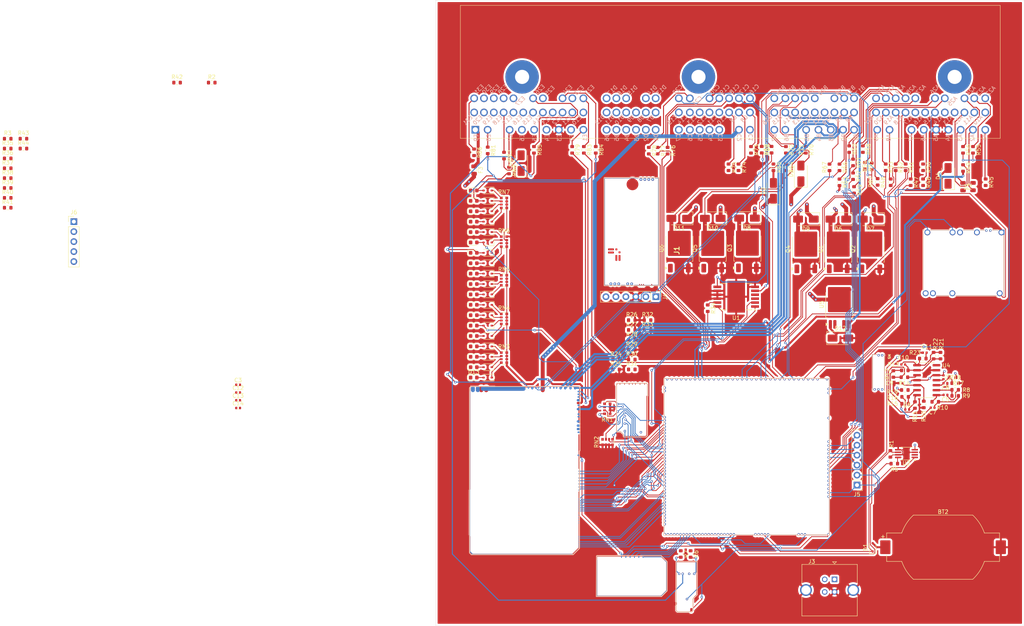
<source format=kicad_pcb>
(kicad_pcb (version 20241229) (generator "pcbnew") (generator_version "9.0")
  (layers (0 "F.Cu" signal) (4 "In1.Cu" signal) (6 "In2.Cu" signal) (2 "B.Cu" signal) (13 "F.Paste" user) (15 "B.Paste" user) (5 "F.SilkS" user "F.Silkscreen") (7 "B.SilkS" user "B.Silkscreen") (1 "F.Mask" user) (3 "B.Mask" user) (25 "Edge.Cuts" user))
  (net 0 "")
  (net 1 "GND")
  (net 2 "Net-(BT2-+)")
  (net 3 "+5VA")
  (net 4 "Net-(D13-A)")
  (net 5 "Net-(D15-K)")
  (net 6 "+12V_RAW")
  (net 7 "Net-(C5-Pad2)")
  (net 8 "Net-(C5-Pad1)")
  (net 9 "Net-(C6-Pad2)")
  (net 10 "Net-(C6-Pad1)")
  (net 11 "/4WIRE_DENSO_SIGNAL+")
  (net 12 "/4WIRE_DENSO_SIGNAL-")
  (net 13 "Net-(U4C-+)")
  (net 14 "Net-(U4B-+)")
  (net 15 "Net-(C10-Pad2)")
  (net 16 "Net-(U4A--)")
  (net 17 "/DENSO/OUT")
  (net 18 "/OUT_VTS_HS")
  (net 19 "Net-(D1-K)")
  (net 20 "/OUT_LOCKOUT_SOLENOID")
  (net 21 "/OUT_INTAKE_RUNNER")
  (net 22 "/OUT_IDLE_AIR")
  (net 23 "/OUT_AUX_LS3")
  (net 24 "/OUT_AUX_LS2")
  (net 25 "/OUT_WBO_HEATER_LOW_SIDE")
  (net 26 "/OUT_AUX_LS1")
  (net 27 "/OUT_LS_EVAP")
  (net 28 "/OUT_VTC_LS")
  (net 29 "Net-(P44-Pin_1)")
  (net 30 "/IN_BRAKE")
  (net 31 "Net-(J1-PadA12)")
  (net 32 "Net-(D17-K)")
  (net 33 "Net-(F1-Pad1)")
  (net 34 "Net-(D19-K)")
  (net 36 "Net-(D21-K)")
  (net 39 "/CAN_H")
  (net 40 "Net-(D22-K)")
  (net 41 "/CAN_L")
  (net 43 "/IN_VSS")
  (net 44 "/OUT_IGN2")
  (net 45 "Net-(P8-Pin_1)")
  (net 46 "Net-(D23-K)")
  (net 47 "Net-(D24-K)")
  (net 48 "Net-(D29-K)")
  (net 49 "Net-(D30-K)")
  (net 50 "/IN_CAM_SYNC_HALL")
  (net 51 "Net-(D32-K)")
  (net 52 "/IN_VVT_CAM_HALL")
  (net 53 "Net-(D37-K)")
  (net 54 "Net-(D38-K)")
  (net 55 "/IN_IAT")
  (net 56 "Net-(M3-LSU_Ip)")
  (net 57 "/IN_CLT")
  (net 58 "/OUT_INJ1")
  (net 59 "Net-(D39-K)")
  (net 60 "/OUT_IGN3")
  (net 61 "Net-(D40-K)")
  (net 62 "Net-(D45-K)")
  (net 63 "Net-(D46-K)")
  (net 64 "Net-(D47-K)")
  (net 68 "Net-(D48-K)")
  (net 69 "/OUT_INJ2")
  (net 70 "/OUT_CHECK_ENGINE")
  (net 72 "/IN_CRANK_HALL")
  (net 73 "Net-(J1-PadE22)")
  (net 74 "/OUT_IGN4")
  (net 77 "Net-(J1-PadA21)")
  (net 78 "/IN_KNOCK")
  (net 80 "Net-(P7-Pin_1)")
  (net 83 "Net-(J1-PadE1)")
  (net 84 "Net-(J1-PadE24)")
  (net 86 "Net-(M3-LSU_Rtrim)")
  (net 87 "Net-(F3-Pad1)")
  (net 89 "/OUT_INJ4")
  (net 90 "/IN_MAP")
  (net 91 "Net-(J1-PadA18)")
  (net 92 "Net-(J1-PadA8)")
  (net 95 "Net-(J1-PadE7)")
  (net 96 "Net-(J1-PadC21)")
  (net 97 "Net-(J1-PadC19)")
  (net 98 "Net-(J1-PadA23)")
  (net 99 "Net-(P5-Pin_1)")
  (net 102 "Net-(P11-Pin_1)")
  (net 103 "Net-(F2-Pad1)")
  (net 104 "/OUT_INJ3")
  (net 105 "Net-(M3-LSU_H+)")
  (net 106 "Net-(J1-PadB17)")
  (net 107 "Net-(J1-PadB8)")
  (net 110 "Net-(J1-PadE8)")
  (net 111 "Net-(J1-PadC10)")
  (net 112 "Net-(P38-Pin_1)")
  (net 113 "/OUT_IGN1")
  (net 115 "/P3")
  (net 116 "Net-(J1-PadB21)")
  (net 117 "Net-(P9-Pin_1)")
  (net 119 "Net-(J1-PadE31)")
  (net 122 "Net-(J1-PadB23)")
  (net 123 "Net-(J1-PadA7)")
  (net 124 "/P13")
  (net 126 "Net-(J1-PadB22)")
  (net 127 "Net-(J1-PadA25)")
  (net 128 "Net-(M3-LSU_Un)")
  (net 130 "Net-(J1-PadA1)")
  (net 132 "/IN_TPS")
  (net 135 "/P1")
  (net 136 "Net-(J1-PadA30)")
  (net 137 "Net-(M3-LSU_Vm)")
  (net 139 "Net-(P6-Pin_1)")
  (net 141 "Net-(J4-Pin_4)")
  (net 142 "Net-(J4-Pin_1)")
  (net 143 "Net-(J4-Pin_5)")
  (net 144 "Net-(J4-Pin_2)")
  (net 146 "/P25")
  (net 147 "/MCU_AUX_02")
  (net 148 "/DIN3")
  (net 149 "/MCU_AUX_LS3")
  (net 150 "/LOCKOUT_SOLENOID")
  (net 151 "Net-(M1-SPI3_CS)")
  (net 153 "/IO4")
  (net 154 "/P37")
  (net 157 "GNDA")
  (net 158 "/AIN1")
  (net 163 "Net-(M1-OUT_INJ1)")
  (net 164 "/P24")
  (net 165 "Net-(M1-OUT_IO9)")
  (net 166 "Net-(M1-OUT_IO10)")
  (net 167 "/DIN1")
  (net 168 "Net-(M1-SWO)")
  (net 169 "Net-(M1-UART2_RX)")
  (net 170 "Net-(M1-nReset)")
  (net 172 "+5V")
  (net 173 "/MCU_AUX_L51")
  (net 174 "Net-(M1-OUT_IO8)")
  (net 175 "Net-(M1-SWCLK)")
  (net 176 "/P34")
  (net 177 "Net-(J1-PadA20)")
  (net 178 "+3V3")
  (net 179 "/P28")
  (net 180 "Net-(J3-VBUS)")
  (net 181 "Net-(M1-OUT_IO5)")
  (net 182 "/DC_DIS")
  (net 185 "/IO1")
  (net 186 "/AIN3")
  (net 187 "Net-(J3-D-)")
  (net 188 "Net-(M1-OUT_IO11)")
  (net 189 "Net-(M1-OUT_IO7)")
  (net 190 "Net-(M1-OUT_INJ3)")
  (net 192 "Net-(M1-UART2_TX)")
  (net 193 "/P40")
  (net 194 "/VREF2")
  (net 195 "/MCU_AUX_01")
  (net 196 "Net-(J3-D+)")
  (net 198 "/P32")
  (net 199 "/AIN2")
  (net 200 "/IO3")
  (net 201 "/IDLE_AIR")
  (net 202 "Net-(M1-IN_KNOCK)")
  (net 204 "Net-(M1-IN_D4)")
  (net 205 "+3.3VA")
  (net 206 "Net-(M1-OUT_IO6)")
  (net 207 "/AC_LS")
  (net 208 "/IN_INTAKE_POSITION")
  (net 209 "/MCU_LS_EVAP")
  (net 210 "Net-(M1-OUT_IO1)")
  (net 211 "Net-(M1-OUT_PWR_EN)")
  (net 212 "/DC_DIR")
  (net 214 "/P33")
  (net 216 "Net-(M1-OUT_INJ2)")
  (net 217 "/V33_REF")
  (net 218 "Net-(M1-OUT_IO3)")
  (net 219 "/INTAKE_RUNNER")
  (net 221 "Net-(M1-OUT_IO13)")
  (net 222 "/MCU_WBO_HEATER_LOW_SIDE")
  (net 224 "/P30")
  (net 226 "/P29")
  (net 227 "/P31")
  (net 228 "/DIN2")
  (net 229 "Net-(J1-PadA24)")
  (net 230 "/DC_PWM")
  (net 231 "/MCU_VTC_LS")
  (net 232 "/MCU_AUX_LS2")
  (net 233 "Net-(M1-OUT_IO2)")
  (net 234 "Net-(M1-IN_VIGN)")
  (net 235 "/P45")
  (net 236 "Net-(M1-SWDIO)")
  (net 237 "Net-(M1-OUT_IO4)")
  (net 238 "Net-(M1-OUT_IO12)")
  (net 239 "Net-(M1-OUT_INJ4)")
  (net 241 "/IO2")
  (net 242 "/IN_VTEC_PRESSURE_SW")
  (net 243 "/P35")
  (net 248 "/OUT_RADIATOR_RELAY")
  (net 249 "/P20")
  (net 250 "/ALTERNATOR_CONTROL_LS")
  (net 251 "/WBO_RELAY_OUTPUT_LS")
  (net 252 "/OUT_AC_LS")
  (net 254 "/OUT_TACHOMETER")
  (net 256 "/P19")
  (net 258 "/P23")
  (net 261 "+12V_PROT")
  (net 263 "/P22")
  (net 266 "/OUT_FUEL_RELAY")
  (net 267 "/OUT_MAIN_RELAY_CONTROL")
  (net 268 "/P18")
  (net 270 "/VTS_HS")
  (net 271 "/P21")
  (net 279 "+5VP")
  (net 281 "+12V")
  (net 282 "/IN_VIGN")
  (net 283 "/LIN")
  (net 284 "Net-(M6-UART_RX)")
  (net 285 "Net-(M6-UART_TX)")
  (net 286 "/LS_EVAP")
  (net 287 "/MCU_AUX_LS1")
  (net 288 "/P16")
  (net 289 "/VTC_LS")
  (net 290 "/AUX_LS1")
  (net 291 "/WBO_HEATER_LOW_SIDE")
  (net 292 "/AUX_LS2")
  (net 293 "/AUX_LS3")
  (net 294 "/P15")
  (net 295 "Net-(R5-Pad1)")
  (net 296 "Net-(U4C--)")
  (net 297 "Net-(R11-Pad2)")
  (net 298 "Net-(U4A-+)")
  (net 299 "Net-(U4B--)")
  (net 300 "Net-(U6-GND)")
  (net 301 "Net-(U6-ST)")
  (net 302 "Net-(U5-IS)")
  (net 303 "/OUT_DCn")
  (net 304 "/OUT_DCp")
  (net 307 "/P2")
  (net 308 "Net-(J1-PadC9)")
  (net 310 "/P4")
  (net 311 "Net-(J1-PadA27)")
  (net 312 "Net-(J1-PadA19)")
  (net 313 "Net-(J1-PadE26)")
  (net 314 "Net-(J1-PadA16)")
  (net 315 "Net-(J1-PadB9)")
  (net 316 "Net-(P14-Pin_1)")
  (net 317 "Net-(J1-PadB7)")
  (net 319 "Net-(J1-PadA6)")
  (net 320 "Net-(J1-PadC8)")
  (net 321 "Net-(J1-PadB1)")
  (net 322 "Net-(J1-PadA26)")
  (net 323 "Net-(P12-Pin_1)")
  (net 324 "Net-(J1-PadB6)")
  (net 325 "Net-(J1-PadC18)")
  (net 326 "Net-(J1-PadE18)")
  (net 327 "Net-(J1-PadA29)")
  (net 328 "Net-(J1-PadA28)")
  (net 330 "Net-(P10-Pin_1)")
  (net 331 "Net-(J1-PadB18)")
  (net 332 "Net-(J5-Pin_4)")
  (net 333 "Net-(J5-Pin_6)")
  (net 334 "Net-(J5-Pin_3)")
  (net 335 "Net-(J5-Pin_5)")
  (net 338 "Net-(J1-PadA9)")
  (footprint "Resistor_SMD:R_0603_1608Metric" (layer "F.Cu") (at 267.25 113.25)
    (property "Reference" "R9")
    (property "Value" "1k")
  )
  (footprint "LED_SMD:LED_0603_1608Metric" (layer "F.Cu") (at 144.692498 100.647499)
    (property "Reference" "D20" (hide yes))
    (property "Value" "LED_0603")
  )
  (footprint "LED_SMD:LED_0603_1608Metric" (layer "F.Cu") (at 144.692498 103.293332)
    (property "Reference" "D18" (hide yes))
    (property "Value" "LED_0603")
  )
  (footprint "Resistor_SMD:R_Array_Convex_4x0612" (layer "F.Cu") (at 152.4 103.505)
    (property "Reference" "RN3")
    (property "Value" "10k")
  )
  (footprint "Diode_SMD:D_SOD-323" (layer "F.Cu") (at 148.239999 103.293332 180)
    (property "Reference" "D17" (hide yes))
    (property "Value" "1N4148WS")
  )
  (footprint "Resistor_SMD:R_0603_1608Metric" (layer "F.Cu") (at 251.75 130.5 180)
    (property "Reference" "R5")
    (property "Value" "120")
  )
  (footprint "Resistor_SMD:R_0603_1608Metric" (layer "F.Cu") (at 275 58.865 -90)
    (property "Reference" "R45")
    (property "Value" "0")
  )
  (footprint "Fuse:Fuse_0805_2012Metric" (layer "F.Cu") (at 271.78 59.962503 90)
    (property "Reference" "F1")
    (property "Value" "Fuse-Pad-Pad")
  )
  (footprint "Resistor_SMD:R_0603_1608Metric" (layer "F.Cu") (at 191.5 50.825 -90)
    (property "Reference" "R77")
    (property "Value" "0")
  )
  (footprint "Resistor_SMD:R_0603_1608Metric" (layer "F.Cu") (at 26.0625 55.31)
    (property "Reference" "R37")
    (property "Value" "DNP")
  )
  (footprint "Resistor_SMD:R_0603_1608Metric" (layer "F.Cu") (at 184.925 96.47)
    (property "Reference" "R27")
    (property "Value" "10k")
  )
  (footprint "Resistor_SMD:R_0603_1608Metric" (layer "F.Cu") (at 259.08 55.055 -90)
    (property "Reference" "R50")
    (property "Value" "0")
  )
  (footprint "Resistor_SMD:R_0603_1608Metric" (layer "F.Cu") (at 180.915 106.51)
    (property "Reference" "R25")
    (property "Value" "10k")
  )
  (footprint "Diode_SMD:D_SMA" (layer "F.Cu") (at 156.75 53.999999 90)
    (property "Reference" "D5")
    (property "Value" "SS34")
  )
  (footprint "Resistor_SMD:R_0603_1608Metric" (layer "F.Cu") (at 30.0725 47.78)
    (property "Reference" "R43")
    (property "Value" "680k")
  )
  (footprint "Resistor_SMD:R_0603_1608Metric" (layer "F.Cu") (at 26.0625 50.29)
    (property "Reference" "R35")
    (property "Value" "DNP")
  )
  (footprint "Resistor_SMD:R_0603_1608Metric" (layer "F.Cu") (at 249.555 55.055 -90)
    (property "Reference" "R53")
    (property "Value" "0")
  )
  (footprint "Resistor_SMD:R_0603_1608Metric" (layer "F.Cu") (at 250.825 58.865 -90)
    (property "Reference" "R48")
    (property "Value" "0")
  )
  (footprint "Resistor_SMD:R_0603_1608Metric" (layer "F.Cu") (at 152.4 52.07 -90)
    (property "Reference" "R82")
    (property "Value" "0")
  )
  (footprint "Capacitor_SMD:C_0402_1005Metric" (layer "F.Cu") (at 84.715 110.42)
    (property "Reference" "C3")
    (property "Value" "100n")
  )
  (footprint "Diode_SMD:D_SOD-323" (layer "F.Cu") (at 148.24 92.709999 180)
    (property "Reference" "D23" (hide yes))
    (property "Value" "1N4148WS")
  )
  (footprint "Diode_SMD:D_SOD-323" (layer "F.Cu") (at 148.239999 108.584999 180)
    (property "Reference" "D14" (hide yes))
    (property "Value" "1N4148WS")
  )
  (footprint "Resistor_SMD:R_0603_1608Metric" (layer "F.Cu") (at 240.25 50.425 -90)
    (property "Reference" "R60")
    (property "Value" "0")
  )
  (footprint "Diode_SMD:D_SOD-323" (layer "F.Cu") (at 148.239999 105.939166 180)
    (property "Reference" "D15" (hide yes))
    (property "Value" "1N4148WS")
  )
  (footprint "LED_SMD:LED_0603_1608Metric" (layer "F.Cu") (at 144.692498 66.251666)
    (property "Reference" "D50" (hide yes))
    (property "Value" "LED_0603")
  )
  (footprint "Resistor_SMD:R_0603_1608Metric" (layer "F.Cu") (at 257 115.575 -90)
    (property "Reference" "R11")
    (property "Value" "1k")
  )
  (footprint "Capacitor_SMD:C_0402_1005Metric" (layer "F.Cu") (at 264.25 108.5 -90)
    (property "Reference" "C4")
    (property "Value" "10n")
  )
  (footprint "Resistor_SMD:R_0603_1608Metric" (layer "F.Cu") (at 197.392487 153.496633 -90)
    (property "Reference" "R7")
    (property "Value" "1k")
  )
  (footprint "Package_TO_SOT_SMD:TO-252-2" (layer "F.Cu") (at 245.774996 75.88 90)
    (property "Reference" "Q2")
    (property "Value" "VND14NV04TR-E")
  )
  (footprint "Resistor_SMD:R_0603_1608Metric" (layer "F.Cu") (at 220.98 55.055 -90)
    (property "Reference" "R65")
    (property "Value" "0")
  )
  (footprint "LED_SMD:LED_0603_1608Metric" (layer "F.Cu") (at 144.692498 87.418332)
    (property "Reference" "D33" (hide yes))
    (property "Value" "LED_0603")
  )
  (footprint "Package_SO:Infineon_PG-DSO-12-11" (layer "F.Cu") (at 211.5 88 180)
    (property "Reference" "U1")
    (property "Value" "TLE9201SG")
  )
  (footprint "Diode_SMD:D_SMA" (layer "F.Cu") (at 237.499997 68.25 180)
    (property "Reference" "D6")
    (property "Value" "SS34")
  )
  (footprint "Diode_SMD:D_SMA" (layer "F.Cu") (at 214.250001 68 180)
    (property "Reference" "D8")
    (property "Value" "SS34")
  )
  (footprint "Resistor_SMD:R_0603_1608Metric" (layer "F.Cu") (at 241.25 57.325 -90)
    (property "Reference" "R62")
    (property "Value" "0")
  )
  (footprint "Resistor_SMD:R_0603_1608Metric" (layer "F.Cu") (at 184.925 101.49)
    (property "Reference" "R29")
    (property "Value" "10k")
  )
  (footprint "Resistor_SMD:R_0603_1608Metric" (layer "F.Cu") (at 269.24 50.61 -90)
    (property "Reference" "R56")
    (property "Value" "0")
  )
  (footprint "LED_SMD:LED_0603_1608Metric" (layer "F.Cu") (at 144.692498 92.709999)
    (property "Reference" "D27" (hide yes))
    (property "Value" "LED_0603")
  )
  (footprint "Resistor_SMD:R_0603_1608Metric" (layer "F.Cu") (at 184.925 98.98)
    (property "Reference" "R28")
    (property "Value" "10k")
  )
  (footprint "Resistor_SMD:R_0603_1608Metric" (layer "F.Cu") (at 254.425 111.75)
    (property "Reference" "R19")
    (property "Value" "1k")
  )
  (footprint "Resistor_SMD:R_0603_1608Metric" (layer "F.Cu") (at 153.67 55.88 -90)
    (property "Reference" "R80")
    (property "Value" "0")
  )
  (footprint "Diode_SMD:D_SOD-323" (layer "F.Cu") (at 148.239999 87.418332 180)
    (property "Reference" "D29" (hide yes))
    (property "Value" "1N4148WS")
  )
  (footprint "Resistor_SMD:R_0603_1608Metric" (layer "F.Cu") (at 254.425 106.75)
    (property "Reference" "R13")
    (property "Value" "1k")
  )
  (footprint "Resistor_SMD:R_0603_1608Metric" (layer "F.Cu") (at 188.935 96.47)
    (property "Reference" "R33")
    (property "Value" "1k")
  )
  (footprint "Resistor_SMD:R_Array_Convex_4x0612" (layer "F.Cu") (at 152.4 73.9775)
    (property "Reference" "RN6")
    (property "Value" "20k")
  )
  (footprint "Diode_SMD:D_SOD-323" (layer "F.Cu") (at 148.24 68.897499 180)
    (property "Reference" "D45" (hide yes))
    (property "Value" "1N4148WS")
  )
  (footprint "Resistor_SMD:R_0603_1608Metric" (layer "F.Cu") (at 194.04 50.825 -90)
    (property "Reference" "R76")
    (property "Value" "0")
  )
  (footprint "LED_SMD:LED_0603_1608Metric" (layer "F.Cu") (at 144.692498 82.126666)
    (property "Reference" "D36" (hide yes))
    (property "Value" "LED_0603")
  )
  (footprint "Resistor_SMD:R_0603_1608Metric" (layer "F.Cu") (at 244.25 54.675 -90)
    (property "Reference" "R57")
    (property "Value" "0")
  )
  (footprint "Resistor_SMD:R_0603_1608Metric" (layer "F.Cu") (at 209.55 55.055 -90)
    (property "Reference" "R75")
    (property "Value" "0")
  )
  (footprint "Diode_SMD:D_SOD-323" (layer "F.Cu") (at 148.239999 66.251666 180)
    (property "Reference" "D46" (hide yes))
    (property "Value" "1N4148WS")
  )
  (footprint "LED_SMD:LED_0603_1608Metric" (layer "F.Cu") (at 144.692498 60.959999)
    (property "Reference" "D52" (hide yes))
    (property "Value" "LED_0603")
  )
  (footprint "Diode_SMD:D_SOD-323" (layer "F.Cu") (at 148.239999 71.543332 180)
    (property "Reference" "D40" (hide yes))
    (property "Value" "1N4148WS")
  )
  (footprint "Resistor_SMD:R_0603_1608Metric" (layer "F.Cu") (at 220.5 50.575 -90)
    (property "Reference" "R69")
    (property "Value" "0")
  )
  (footprint "Diode_SMD:D_SMA" (layer "F.Cu") (at 265.43 57.245001 90)
    (property "Reference" "D4")
    (property "Value" "SS34")
  )
  (footprint "Resistor_SMD:R_0603_1608Metric" (layer "F.Cu") (at 259 103.75)
    (property "Reference" "R23")
    (property "Value" "1k")
  )
  (footprint "Resistor_SMD:R_0603_1608Metric" (layer "F.Cu") (at 252.095 55.055 -90)
    (property "Reference" "R52")
    (property "Value" "0")
  )
  (footprint "Resistor_SMD:R_0603_1608Metric" (layer "F.Cu") (at 160.02 50.61 -90)
    (property "Reference" "R85")
    (property "Value" "0")
  )
  (footprint "Diode_SMD:D_SMA" (layer "F.Cu") (at 227.965 56.610001 90)
    (property "Reference" "D3")
    (property "Value" "SS34")
  )
  (footprint "Resistor_SMD:R_0603_1608Metric" (layer "F.Cu") (at 69.175 33.5)
    (property "Reference" "R42")
    (property "Value" "680k")
  )
  (footprint "Resistor_SMD:R_0603_1608Metric" (layer "F.Cu") (at 267.25 110)
    (property "Reference" "R18")
    (property "Value" "1.3k")
  )
  (footprint "Package_TO_SOT_SMD:TO-252-2" (layer "F.Cu") (at 237.474996 75.88 90)
    (property "Reference" "Q1")
    (property "Value" "VND14NV04TR-E")
  )
  (footprint "Resistor_SMD:R_0603_1608Metric" (layer "F.Cu") (at 175.75 50.61 -90)
    (property "Reference" "R84")
    (property "Value" "0")
  )
  (footprint "Capacitor_SMD:C_0402_1005Metric" (layer "F.Cu") (at 253.27 110)
    (property "Reference" "C9")
    (property "Value" "33n")
  )
  (footprint "Resistor_SMD:R_0603_1608Metric" (layer "F.Cu") (at 261.75 103 90)
    (property "Reference" "R22")
    (property "Value" "47k")
  )
  (footprint "Resistor_SMD:R_0603_1608Metric" (layer "F.Cu") (at 241.25 53.825 -90)
    (property "Reference" "R61")
    (property "Value" "0")
  )
  (footprint "khellen:wbo" (layer "F.Cu") (at 191.9 85.3 90)
    (property "Reference" "M3" (hide yes))
    (property "Value" "Module-wbo-0.5" (hide yes))
  )
  (footprint "Resistor_SMD:R_0603_1608Metric" (layer "F.Cu") (at 255.905 58.865 -90)
    (property "Reference" "R47")
    (property "Value" "0")
  )
  (footprint "Connector_PinHeader_2.54mm:PinHeader_1x05_P2.54mm_Vertical" (layer "F.Cu") (at 42.9025 68.9)
    (property "Reference" "J6")
    (property "Value" "Conn_01x05_Pin")
  )
  (footprint "Resistor_SMD:R_Array_Convex_4x0612" (layer "F.Cu") (at 178.75 125 90)
    (property "Reference" "RN2")
    (property "Value" "R_Pack04")
  )
  (footprint "Resistor_SMD:R_0603_1608Metric" (layer "F.Cu") (at 26.0625 47.78)
    (property "Reference" "R3")
    (property "Value" "680k")
  )
  (footprint "Resistor_SMD:R_0603_1608Metric" (layer "F.Cu") (at 247.5 58.77 -90)
    (property "Reference" "R87")
    (property "Value" "0")
  )
  (footprint "Capacitor_SMD:C_0402_1005Metric" (layer "F.Cu") (at 259.5 102.25 180)
    (property "Reference" "C11")
    (property "Value" "10n")
  )
  (footprint "Resistor_SMD:R_0603_1608Metric" (layer "F.Cu") (at 246 54.825 -90)
    (property "Reference" "R54")
    (property "Value" "0")
  )
  (footprint "khellen:ign8" (layer "F.Cu") (at 188.924995 109.924998 180)
    (property "Reference" "M8" (hide yes))
    (property "Value" "Module-ign8-0.2" (hide yes))
  )
  (footprint "Resistor_SMD:R_0603_1608Metric" (layer "F.Cu") (at 259.25 115.425 -90)
    (property "Reference" "R20")
    (property "Value" "1k")
  )
  (footprint "Resistor_SMD:R_0603_1608Metric" (layer "F.Cu") (at 215.265 50.61 -90)
    (property "Reference" "R73")
    (property "Value" "0")
  )
  (footprint "Diode_SMD:D_SOD-323" (layer "F.Cu") (at 148.239999 100.647499 180)
    (property "Reference" "D19" (hide yes))
    (property "Value" "1N4148WS")
  )
  (footprint "Resistor_SMD:R_0603_1608Metric" (layer "F.Cu") (at 237.79 58.885 -90)
    (property "Reference" "R63")
    (property "Value" "0")
  )
  (footprint "Diode_SMD:D_SOD-323" (layer "F.Cu") (at 148.239999 84.772499 180)
    (property "Reference" "D30" (hide yes))
    (property "Value" "1N4148WS")
  )
  (footprint "Resistor_SMD:R_0603_1608Metric" (layer "F.Cu") (at 189.25 50.825 -90)
    (property "Reference" "R78")
    (property "Value" "0")
  )
  (footprint "Resistor_SMD:R_0603_1608Metric" (layer "F.Cu") (at 262.175 114.75)
    (property "Reference" "R10")
    (property "Value" "1k")
  )
  (footprint "LED_SMD:LED_0603_1608Metric" (layer "F.Cu") (at 144.692498 63.605832)
    (property "Reference" "D51" (hide yes))
    (property "Value" "LED_0603")
  )
  (footprint "Resistor_SMD:R_0603_1608Metric" (layer "F.Cu") (at 224.155 50.61 -90)
    (property "Reference" "R72")
    (property "Value" "0")
  )
  (footprint "Resistor_SMD:R_0603_1608Metric" (layer "F.Cu") (at 251.5 107.675 90)
    (property "Reference" "R12")
    (property "Value" "120")
  )
  (footprint "Resistor_SMD:R_0603_1608Metric" (layer "F.Cu") (at 266.575 108.5 180)
    (property "Reference" "R17")
    (property "Value" "1.8k")
  )
  (footprint "LED_SMD:LED_0603_1608Metric" (layer "F.Cu") (at 144.692498 76.834999)
    (property "Reference" "D42" (hide yes))
    (property "Value" "LED_0603")
  )
  (footprint "Resistor_SMD:R_0603_1608Metric" (layer "F.Cu") (at 224.155 55.055 -90)
    (property "Reference" "R64")
    (property "Value" "0")
  )
  (footprint "Resistor_SMD:R_0603_1608Metric" (layer "F.Cu") (at 226.695 50.61 -90)
    (property "Reference" "R71")
    (property "Value" "0")
  )
  (footprint "Resistor_SMD:R_0603_1608Metric" (layer "F.Cu") (at 250.75 128 -90)
    (property "Reference" "R1")
    (property "Value" "10k")
  )
  (footprint "Resistor_SMD:R_0603_1608Metric" (layer "F.Cu") (at 26.0625 65.35)
    (property "Reference" "R41")
    (property "Value" "DNP")
  )
  (footprint "khellen:mega-mcu144" (layer "F.Cu") (at 235.315001 108.684998 180)
    (property "Reference" "M1" (hide yes))
    (property "Value" "Module-mega-mcu144-0.7" (hide yes))
  )
  (footprint "Capacitor_SMD:C_0402_1005Metric" (layer "F.Cu") (at 264.77 113 180)
    (property "Reference" "C5")
    (property "Value" "10n")
  )
  (footprint "Resistor_SMD:R_0603_1608Metric" (layer "F.Cu") (at 148.25 50.75 -90)
    (property "Reference" "R81")
    (property "Value" "0")
  )
  (footprint "LED_SMD:LED_0603_1608Metric" (layer "F.Cu") (at 144.692498 74.189166)
    (property "Reference" "D43" (hide yes))
    (property "Value" "LED_0603")
  )
  (footprint "Resistor_SMD:R_Array_Convex_4x0612" (layer "F.Cu") (at 178.7 116.52 180)
    (property "Reference" "RN1")
    (property "Value" "R_Pack04")
  )
  (footprint "LED_SMD:LED_0603_1608Metric" (layer "F.Cu") (at 144.692498 95.355832)
    (property "Reference" "D26" (hide yes))
    (property "Value" "LED_0603")
  )
  (footprint "Resistor_SMD:R_0603_1608Metric" (layer "F.Cu") (at 172.72 50.61 -90)
    (property "Reference" "R83")
    (property "Value" "0")
  )
  (footprint "Capacitor_SMD:C_0402_1005Metric" (layer "F.Cu") (at 84.715 114.36)
    (property "Reference" "C13")
    (property "Value" "10u")
  )
  (footprint "LED_SMD:LED_0603_1608Metric" (layer "F.Cu") (at 144.692498 90.064166)
    (property "Reference" "D28" (hide yes))
    (property "Value" "LED_0603")
  )
  (footprint "Fuse:Fuse_0805_2012Metric" (layer "F.Cu") (at 144.78 55.767499 -90)
    (property "Reference" "F3")
    (property "Value" "Fuse-Pad-Pad")
  )
  (footprint "Resistor_SMD:R_0603_1608Metric" (layer "F.Cu") (at 271.78 50.61 -90)
    (property "Reference" "R55")
    (property "Value" "0")
  )
  (footprint "Diode_SMD:D_SOD-323" (layer "F.Cu") (at 148.239999 98.001666 180)
    (property "Reference" "D21" (hide yes))
    (property "Value" "1N4148WS")
  )
  (footprint "Resistor_SMD:R_0603_1608Metric" (layer "F.Cu") (at 254.5 113.49 180)
    (property "Reference" "R16")
    (property "Value" "10k")
  )
  (footprint "Package_SO:SOIC-14_3.9x8.7mm_P1.27mm" (layer "F.Cu") (at 260 109.25)
    (property "Reference" "U4")
    (property "Value" "MCP6004")
  )
  (footprint "Diode_SMD:D_SMA" (layer "F.Cu") (at 197.000001 68.055 180)
    (property "Reference" "D11")
    (property "Value" "SS34")
  )
  (footprint "Resistor_SMD:R_0603_1608Metric" (layer "F.Cu") (at 241.5 60.825 -90)
    (property "Reference" "R59")
    (property "Value" "0")
  )
  (footprint "Resistor_SMD:R_0603_1608Metric" (layer "F.Cu") (at 26.0625 52.8)
    (property "Reference" "R36")
    (property "Value" "680k")
  )
  (footprint "Resistor_SMD:R_0603_1608Metric" (layer "F.Cu") (at 269.24 55.245 -90)
    (property "Reference" "R49")
    (property "Value" "0")
  )
  (footprint "Diode_SMD:D_SMA" (layer "F.Cu") (at 238.03 98.54)
    (property "Reference" "D12")
    (property "Value" "SS34")
  )
  (footprint "Resistor_SMD:R_0603_1608Metric" (layer "F.Cu") (at 254.635 55.055 -90)
    (property "Reference" "R51")
    (property "Value" "0")
  )
  (footprint "Resistor_SMD:R_0603_1608Metric" (layer "F.Cu") (at 259.08 58.865 -90)
    (property "Reference" "R46")
    (property "Value" "0")
  )
  (footprint "Resistor_SMD:R_0603_1608Metric" (layer "F.Cu") (at 184.925 106.51)
    (property "Reference" "R31")
    (property "Value" "10k")
  )
  (footprint "khellen:power_12and5V" (layer "F.Cu") (at 279.775001 87.875001 90)
    (property "Reference" "M4" (hide yes))
    (property "Value" "Module-power_12and5V-0.3" (hide yes))
  )
  (footprint "Capacitor_SMD:C_0402_1005Metric" (layer "F.Cu") (at 84.715 116.33)
    (property "Reference" "C14")
    (property "Value" "100n")
  )
  (footprint "Diode_SMD:D_SOD-323" (layer "F.Cu") (at 246.25 151.8 90)
    (property "Reference" "D1")
    (property "Value" "1N4148WS")
  )
  (footprint "LED_SMD:LED_0603_1608Metric" (layer "F.Cu") (at 144.692498 108.584999)
    (property "Reference" "D13")
    (property "Value" "LED_0603")
  )
  (footprint "Diode_SMD:D_SOD-323" (layer "F.Cu") (at 148.239999 76.834999 180)
    (property "Reference" "D38" (hide yes))
    (property "Value" "1N4148WS")
  )
  (footprint "khellen:knock" (layer "F.Cu") (at 246.05 102.6 -90)
    (property "Reference" "M5")
    (property "Value" "Module-knock-0.2" (hide yes))
  )
  (footprint "Resistor_SMD:R_0603_1608Metric" (layer "F.Cu") (at 237.79 55.075 -90)
    (property "Reference" "R66")
    (property "Value" "0")
  )
  (footprint "Diode_SMD:D_SMA" (layer "F.Cu") (at 245.719996 68.25 180)
    (property "Reference" "D7")
    (property "Value" "SS34")
  )
  (footprint "khellen:stlink" (layer "F.Cu") (at 194.024996 153.825003 180)
    (property "Reference" "M7" (hide yes))
    (property "Value" "Module-stlink-0.1" (hide yes))
  )
  (footprint "Resistor_SMD:R_0603_1608Metric" (layer "F.Cu") (at 254.5 115.25 180)
    (property "Reference" "R15")
    (property "Value" "1k")
  )
  (footprint "Resistor_SMD:R_0603_1608Metric" (layer "F.Cu") (at 243.75 50.425 -90)
    (property "Reference" "R58")
    (property "Value" "0")
  )
  (footprint "Battery:BatteryHolder_Renata_SMTU2032-LF_1x2032" (layer "F.Cu") (at 264.16 151.765)
    (property "Reference" "BT2")
    (property "Value" "CR2032")
  )
  (footprint "Capacitor_SMD:C_0402_1005Metric" (layer "F.Cu") (at 261.5 116.25 180)
    (property "Reference" "C7")
    (property "Value" "33n")
  )
  (footprint "Fuse:Fuse_0805_2012Metric" (layer "F.Cu") (at 269.24 59.992501 -90)
    (property "Reference" "F2")
    (property "Value" "Fuse-Pad-Pad")
  )
  (footprint "LED_SMD:LED_0603_1608Metric" (layer "F.Cu") (at 144.692498 71.543332)
    (property "Reference" "D44" (hide yes))
    (property "Value" "LED_0603")
  )
  (footprint "LED_SMD:LED_0603_1608Metric" (layer "F.Cu") (at 144.692499 79.480832)
    (property "Reference" "D41" (hide yes))
    (property "Value" "LED_0603")
  )
  (footprint "Resistor_SMD:R_0603_1608Metric" (layer "F.Cu") (at 212.09 55.055 -90)
    (property "Reference" "R74")
    (property "Value" "0")
  )
  (footprint "Diode_SMD:D_SOD-323" (layer "F.Cu") (at 148.239999 95.355832 180)
    (property "Reference" "D22" (hide yes))
    (property "Value" "1N4148WS")
  )
  (footprint "Diode_SMD:D_SOD-323" (layer "F.Cu") (at 148.239999 63.605832 180)
    (property "Reference" "D47" (hide yes))
    (property "Value" "1N4148WS")
  )
  (footprint "LED_SMD:LED_0603_1608Metric" (layer "F.Cu") (at 144.692498 84.772499)
    (property "Reference" "D34" (hide yes))
    (property "Value" "LED_0603")
  )
  (footprint "Resistor_SMD:R_0603_1608Metric" (layer "F.Cu") (at 267.24 111.7)
    (property "Reference" "R8")
    (property "Value" "10k")
  )
  (footprint "Resistor_SMD:R_0603_1608Metric" (layer "F.Cu") (at 235.25 55.075 -90)
    (property "Reference" "R67")
    (property "Value" "0")
  )
  (footprint "Resistor_SMD:R_Array_Convex_4x0612" (layer "F.Cu") (at 152.4 64.135)
    (property "Reference" "RN7")
    (property "Value" "20k")
  )
  (footprint "Resistor_SMD:R_0603_1608Metric" (layer "F.Cu") (at 188.935 93.96)
    (property "Reference" "R32")
    (property "Value" "4.7k")
  )
  (footprint "Capacitor_SMD:C_0402_1005Metric" (layer "F.Cu") (at 255.02 116.75)
    (property "Reference" "C6")
    (property "Value" "10n")
  )
  (footprint "Resistor_SMD:R_0603_1608Metric" (layer "F.Cu") (at 254.325 108.5)
    (property "Reference" "R14")
    (property "Value" "1k")
  )
  (footprint "Resistor_SMD:R_0603_1608Metric" (layer "F.Cu") (at 263.5 103 90)
    (property "Reference" "R21")
    (property "Value" "47k")
  )
  (footprint "Diode_SMD:D_SMA" (layer "F.Cu") (at 220.98 61.055001 90)
    (property "Reference" "D2")
    (property "Value" "SS34")
  )
  (footprint "Resistor_SMD:R_0603_1608Metric" (layer "F.Cu") (at 26.0625 57.82)
    (property "Reference" "R38")
    (property "Value" "680k")
  )
  (footprint "Resistor_SMD:R_0603_1608Metric" (layer "F.Cu") (at 169.75 50.61 -90)
    (property "Reference" "R79")
    (property "Value" "0")
  )
  (footprint "Capacitor_SMD:C_0402_1005Metric" (layer "F.Cu") (at 84.715 112.39)
    (property "Reference" "C12")
    (property "Value" "10n")
  )
  (footprint "khellen:output" (layer "F.Cu") (at 171.776548 110.724343 180)
    (property "Reference" "M2" (hide yes))
    (property "Value" "Module-output-0.3" (hide yes))
  )
  (footprint "Capacitor_SMD:C_0402_1005Metric" (layer "F.Cu") (at 264.75 110 180)
    (property "Reference" "C8")
    (property "Value" "33n")
  )
  (footprint "Resistor_SMD:R_0603_1608Metric" (layer "F.Cu") (at 30.0725 50.29)
    (property "Reference" "R44")
    (property "Value" "680k")
  )
  (footprint "Diode_SMD:D_SOD-323" (layer "F.Cu") (at 148.239999 82.126666 180)
    (property "Reference" "D32" (hide yes))
    (property "Value" "1N4148WS")
  )
  (footprint "Package_TO_SOT_SMD:TO-252-2" (layer "F.Cu") (at 214.352804 75.63 90)
    (property "Reference" "Q3")
    (property "Value" "VND14NV04TR-E")
  )
  (footprint "Diode_SMD:D_SMA" (layer "F.Cu") (at 205.532197 68.055 180)
    (property "Reference" "D10")
    (property "Value" "SS34")
  )
  (footprint "Connector_USB:USB_B_TE_5787834_Vertical" (layer "F.Cu") (at 236.53 159.955001)
    (property "Reference" "J3")
    (property "Value" "USB_B")
  )
  (footprint "LED_SMD:LED_0603_1608Metric" (layer "F.Cu") (at 144.692499 68.897499)
    (property "Reference" "D49" (hide yes))
    (property "Value" "LED_0603")
  )
  (footprint "Resistor_SMD:R_0603_1608Metric" (layer "F.Cu") (at 199.902487 153.496633 -90)
    (property "Reference" "R6")
    (property "Value" "1k")
  )
  (footprint "Package_TO_SOT_SMD:TO-252-2" (layer "F.Cu") (at 197.025 75.685 90)
    (property "Reference" "Q6")
    (property "Value" "VND14NV04TR-E")
  )
  (footprint "Resistor_SMD:R_0603_1608Metric" (layer "F.Cu") (at 78 33.5)
    (property "Reference" "R2")
    (property "Value" "DNP")
  )
  (footprint "Diode_SMD:D_SOD-323" (layer "F.Cu") (at 148.24 79.480832 180)
    (property "Reference" "D37" (hide yes))
    (property "Value" "1N4148WS")
  )
  (footprint "Resistor_SMD:R_0603_1608Metric" (layer "F.Cu") (at 26.0625 60.33)
    (property "Reference" "R39")
    (property "Value" "DNP")
  )
  (footprint "Connector_PinHeader_2.54mm:PinHeader_1x06_P2.54mm_Vertical" (layer "F.Cu") (at 242.25 135.95 180)
    (property "Reference" "J5")
    (property "Value" "Conn_01x06_Pin")
  )
  (footprint "khellen:TE_1318612-1" (layer "F.Cu") (at 210 30.775)
    (property "Reference" "J1")
    (property "Value" "1318612-1" (hide yes))
  )
  (footprint "LED_SMD:LED_0603_1608Metric" (layer "F.Cu") (at 144.692498 98.001666)
    (property "Reference" "D25" (hide yes))
    (property "Value" "LED_0603" (hide yes))
  )
  (footprint "Resistor_SMD:R_0603_1608Metric" (layer "F.Cu") (at 180.915 104)
    (property "Reference" "R24")
    (property "Value" "10k")
  )
  (footprint "Resistor_SMD:R_0603_1608Metric" (layer "F.Cu") (at 144.78 51.245 -90)
    (property "Reference" "R86")
    (property "Value" "0")
  )
  (footprint "Resistor_SMD:R_0603_1608Metric" (layer "F.Cu") (at 229.235 50.61 -90)
    (property "Reference" "R70")
    (property "Value" "0")
  )
  (footprint "Package_TO_SOT_SMD:TO-252-2" (layer "F.Cu") (at 205.525 75.685 90)
    (property "Reference" "Q5")
    (property "Value" "VND14NV04TR-E")
  )
  (footprint "Diode_SMD:D_SOD-323" (layer "F.Cu") (at 148.24 90.064166 180)
    (property "Reference" "D24" (hide yes))
    (property "Value" "1N4148WS")
  )
  (footprint "LED_SMD:LED_0603_1608Metric" (layer "F.Cu") (at 144.692498 105.939166)
    (property "Reference" "D16" (hide yes))
    (property "Value" "LED_0603")
  )
  (footprint "Package_TO_SOT_SMD:TO-252-2" (layer "F.Cu") (at 229.224998 75.879999 90)
    (property "Reference" "Q4")
    (property "Value" "VND14NV04TR-E")
  )
  (footprint "Resistor_SMD:R_0603_1608Metric" (layer "F.Cu") (at 218 50.575 -90)
    (property "Reference" "R68")
    (property "Value" "0")
  )
  (footprint "Capacitor_SMD:C_0402_1005Metric" (layer "F.Cu") (at 254.02 105.25 180)
    (property "Reference" "C10")
    (property "Value" "10n")
  )
  (footprint "Diode_SMD:D_SOD-323" (layer "F.Cu") (at 148.239999 74.189166 180)
    (property "Reference" "D39" (hide yes))
    (property "Value" "1N4148WS")
  )
  (footprint "Resistor_SMD:R_0603_1608Metric" (layer "F.Cu") (at 184.925 93.96)
    (property "Reference" "R26")
    (property "Value" "10k")
  )
  (footprint "khellen:lin" (layer "F.Cu") (at 201.679987 155.339999 180)
    (property "Reference" "M6" (hide yes))
    (property "Value" "Module-lin-0.1" (hide yes))
  )
  (footprint "Resistor_SMD:R_Array_Convex_4x0612" (layer "F.Cu") (at 152.4 93.6625)
    (property "Reference" "RN4")
    (property "Value" "20k")
  )
  (footprint "Diode_SMD:D_SOD-323" (layer "F.Cu") (at 148.239999 60.959999 180)
    (property "Reference" "D48" (hide yes))
    (property "Value" "1N4148WS")
  )
  (footprint "Resistor_SMD:R_Array_Convex_4x0612" (layer "F.Cu") (at 152.4 83.82)
    (property "Reference" "RN5")
    (property "Value" "20k")
  )
  (footprint "Package_SO:MSOP-8_3x3mm_P0.65mm" (layer "F.Cu") (at 254.8425 127.93 180)
    (property "Reference" "U2")
    (property "Value" "DG470")
  )
  (footprint "Resistor_SMD:R_0603_1608Metric" (layer "F.Cu") (at 26.0625 62.84)
    (property "Reference" "R40")
    (property "Value" "DNP")
  )
  (footprint "Resistor_SMD:R_0603_1608Metric" (layer "F.Cu") (at 204.25 90.925 -90)
    (property "Reference" "R34")
    (property "Value" "10k")
  )
  (footprint "Connector_PinHeader_2.54mm:PinHeader_1x06_P2.54mm_Vertical" (layer "F.Cu") (at 191.04 88 -90)
    (property "Reference" "J4")
    (property "Value" "Conn_01x06")
  )
  (footprint "Diode_SMD:D_SMA" (layer "F.Cu") (at 229.249999 68.25 180)
    (property "Reference" "D9")
    (property "Value" "SS34")
  )
  (footprint "Package_TO_SOT_SMD:TO-252-4" (layer "F.Cu") (at 237.75 90 90)
    (property "Reference" "U5")
    (property "Value" "BTS6143D")
  )
  (footprint "Resistor_SMD:R_0603_1608Metric" (layer "F.Cu") (at 184.925 104)
    (property "Reference" "R30")
    (property "Value" "120")
  )
  (gr_rect (start 135 12.5) (end 284.75 171.75) (stroke (width 0.05)) (fill no) (layer "Edge.Cuts"))
  (segment (start 253.46237 126.955) (end 253.8435 127.33613) (width 0.2) (layer "F.Cu") (net 1))
  (segment (start 256.955 127.605) (end 255.57263 127.605) (width 0.2) (layer "F.Cu") (net 1))
  (segment (start 253.542499 128.255) (end 252.73 128.255) (width 0.2) (layer "F.Cu") (net 1))
  (segment (start 262.475 109.25) (end 263.98 109.25) (width 0.25) (layer "F.Cu") (net 1))
  (segment (start 252.73 128.255) (end 251.32 128.255) (width 0.2) (layer "F.Cu") (net 1))
  (segment (start 253.8435 127.953999) (end 253.542499 128.255) (width 0.2) (layer "F.Cu") (net 1))
  (segment (start 251.32 128.255) (end 250.75 128.825) (width 0.2) (layer "F.Cu") (net 1))
  (segment (start 252.73 126.955) (end 253.46237 126.955) (width 0.2) (layer "F.Cu") (net 1))
  (segment (start 263.98 109.25) (end 264.25 108.98) (width 0.25) (layer "F.Cu") (net 1))
  (segment (start 255.57263 127.605) (end 254.92263 128.255) (width 0.2) (layer "F.Cu") (net 1))
  (segment (start 253.8435 127.33613) (end 253.8435 127.953999) (width 0.2) (layer "F.Cu") (net 1))
  (segment (start 254.92263 128.255) (end 252.73 128.255) (width 0.2) (layer "F.Cu") (net 1))
  (segment (start 247.265 151.765) (end 246.25 150.75) (width 0.5) (layer "F.Cu") (net 2))
  (segment (start 249.46 151.765) (end 247.265 151.765) (width 0.5) (layer "F.Cu") (net 2))
  (segment (start 256.25 109.25) (end 255.75 109.75) (width 0.25) (layer "F.Cu") (net 3))
  (segment (start 264.25 108.02) (end 262.515 108.02) (width 0.25) (layer "F.Cu") (net 3))
  (segment (start 261.500001 107.98) (end 260.230001 109.25) (width 0.25) (layer "F.Cu") (net 3))
  (segment (start 264.25 108.02) (end 264.25 107.25) (width 0.25) (layer "F.Cu") (net 3))
  (segment (start 260.230001 109.25) (end 257.525 109.25) (width 0.25) (layer "F.Cu") (net 3))
  (segment (start 257.525 109.25) (end 256.25 109.25) (width 0.25) (layer "F.Cu") (net 3))
  (segment (start 262.515 108.02) (end 262.475 107.98) (width 0.25) (layer "F.Cu") (net 3))
  (segment (start 264.25 107.25) (end 264.5 107) (width 0.25) (layer "F.Cu") (net 3))
  (segment (start 267.4 108.5) (end 267.4 107.65) (width 0.25) (layer "F.Cu") (net 3))
  (segment (start 253.6 111.75) (end 253 111.75) (width 0.25) (layer "F.Cu") (net 3))
  (segment (start 267.4 107.65) (end 267.25 107.5) (width 0.25) (layer "F.Cu") (net 3))
  (segment (start 253 111.75) (end 252.5 111.25) (width 0.25) (layer "F.Cu") (net 3))
  (segment (start 262.475 107.98) (end 261.500001 107.98) (width 0.25) (layer "F.Cu") (net 3))
  (via (at 252.5 111.25) (size 0.6) (drill 0.3) (layers "F.Cu" "B.Cu") (net 3))
  (via (at 267.25 107.5) (size 0.6) (drill 0.3) (layers "F.Cu" "B.Cu") (net 3))
  (via (at 264.5 107) (size 0.6) (drill 0.3) (layers "F.Cu" "B.Cu") (net 3))
  (via (at 260.75 108.75) (size 0.6) (drill 0.3) (layers "F.Cu" "B.Cu") (net 3))
  (via (at 255.75 109.75) (size 0.6) (drill 0.3) (layers "F.Cu" "B.Cu") (net 3))
  (segment (start 149.289999 107.185001) (end 151.7 104.775) (width 0.2) (layer "F.Cu") (net 4))
  (segment (start 149.289999 108.584999) (end 149.289999 107.185001) (width 0.2) (layer "F.Cu") (net 4))
  (segment (start 149.289999 105.939166) (end 151.324165 103.905) (width 0.2) (layer "F.Cu") (net 5))
  (segment (start 151.324165 103.905) (end 151.7 103.905) (width 0.2) (layer "F.Cu") (net 5))
  (segment (start 229.5 64.5) (end 229.5 66.5) (width 1) (layer "F.Cu") (net 6))
  (segment (start 237.79 60.71) (end 237.25 61.25) (width 0.5) (layer "F.Cu") (net 6))
  (segment (start 163 102.75) (end 163.624999 102.125001) (width 1) (layer "F.Cu") (net 6))
  (segment (start 237.79 59.71) (end 237.79 60.71) (width 0.5) (layer "F.Cu") (net 6))
  (segment (start 231.739999 88.739999) (end 231 88) (width 1) (layer "F.Cu") (net 6))
  (segment (start 240.28 86.209999) (end 237.75 88.739999) (width 1) (layer "F.Cu") (net 6))
  (segment (start 162.250009 111.563064) (end 162.250009 103.499991) (width 1) (layer "F.Cu") (net 6))
  (segment (start 246.5 67.030003) (end 247.719997 68.25) (width 1) (layer "F.Cu") (net 6))
  (segment (start 216.250002 65.500002) (end 216.25 65.5) (width 1) (layer "F.Cu") (net 6))
  (segment (start 227.965 58.610002) (end 227.965 59.785) (width 1) (layer "F.Cu") (net 6))
  (segment (start 225.75 62) (end 225.5 62.25) (width 1) (layer "F.Cu") (net 6))
  (segment (start 246.5 65) (end 246.5 67.030003) (width 1) (layer "F.Cu") (net 6))
  (segment (start 207.532198 68.055) (end 207.532198 65.282198) (width 1) (layer "F.Cu") (net 6))
  (segment (start 231 88) (end 230.25 87.25) (width 1) (layer "F.Cu") (net 6))
  (segment (start 201.276025 65.236542) (end 201.276025 65.778977) (width 1) (layer "F.Cu") (net 6))
  (segment (start 227.965 59.785) (end 225.75 62) (width 1) (layer "F.Cu") (net 6))
  (segment (start 162.250009 103.499991) (end 162.375 103.375) (width 1) (layer "F.Cu") (net 6))
  (segment (start 220.98 63.055002) (end 220.444998 63.055002) (width 1) (layer "F.Cu") (net 6))
  (segment (start 239.499998 68.25) (end 239.499998 65.499998) (width 1) (layer "F.Cu") (net 6))
  (segment (start 257 126.91) (end 256.955 126.955) (width 0.2) (layer "F.Cu") (net 6))
  (segment (start 201.276025 65.778977) (end 199.000002 68.055) (width 1) (layer "F.Cu") (net 6))
  (segment (start 225.5 62.25) (end 225.5 64.5) (width 1) (layer "F.Cu") (net 6))
  (segment (start 163.624999 102.125001) (end 163.624999 102.124999) (width 1) (layer "F.Cu") (net 6))
  (segment (start 163.624999 102.124999) (end 164.999999 100.75) (width 1) (layer "F.Cu") (net 6))
  (segment (start 239.499998 65.499998) (end 238.5 64.5) (width 1) (layer "F.Cu") (net 6))
  (segment (start 220.444998 63.055002) (end 218.25 65.25) (width 1) (layer "F.Cu") (net 6))
  (segment (start 162.375 103.375) (end 163 102.75) (width 1) (layer "F.Cu") (net 6))
  (segment (start 229.5 66.5) (end 231.25 68.25) (width 1) (layer "F.Cu") (net 6))
  (segment (start 216.250002 68) (end 216.250002 65.500002) (width 1) (layer "F.Cu") (net 6))
  (segment (start 237.75 88.739999) (end 231.739999 88.739999) (width 1) (layer "F.Cu") (net 6))
  (segment (start 257 125.75) (end 257 126.91) (width 0.2) (layer "F.Cu") (net 6))
  (via (at 216.25 65.5) (size 0.6) (drill 0.3) (layers "F.Cu" "B.Cu") (net 6))
  (via (at 231 88) (size 0.6) (drill 0.3) (layers "F.Cu" "B.Cu") (net 6))
  (via (at 164.999999 100.75) (size 0.6) (drill 0.3) (layers "F.Cu" "B.Cu") (net 6))
  (via (at 164.249999 101.499999) (size 0.6) (drill 0.3) (layers "F.Cu" "B.Cu") (net 6))
  (via (at 201.276025 65.236542) (size 0.6) (drill 0.3) (layers "F.Cu" "B.Cu") (net 6))
  (via (at 231.75 88.75) (size 0.6) (drill 0.3) (layers "F.Cu" "B.Cu") (net 6))
  (via (at 230.25 87.25) (size 0.6) (drill 0.3) (layers "F.Cu" "B.Cu") (net 6))
  (via (at 238.5 64.5) (size 0.6) (drill 0.3) (layers "F.Cu" "B.Cu") (net 6))
  (via (at 162.375 103.375) (size 0.6) (drill 0.3) (layers "F.Cu" "B.Cu") (net 6))
  (via (at 218.25 65.25) (size 0.6) (drill 0.3) (layers "F.Cu" "B.Cu") (net 6))
  (via (at 237.25 61.25) (size 0.6) (drill 0.3) (layers "F.Cu" "B.Cu") (net 6))
  (via (at 207.5 65.25) (size 0.6) (drill 0.3) (layers "F.Cu" "B.Cu") (net 6))
  (via (at 257 125.75) (size 0.6) (drill 0.3) (layers "F.Cu" "B.Cu") (net 6))
  (via (at 225.5 64.5) (size 0.6) (drill 0.3) (layers "F.Cu" "B.Cu") (net 6))
  (via (at 229.5 64.5) (size 0.6) (drill 0.3) (layers "F.Cu" "B.Cu") (net 6))
  (via (at 163 102.75) (size 0.6) (drill 0.3) (layers "F.Cu" "B.Cu") (net 6))
  (via (at 163.624999 102.124999) (size 0.6) (drill 0.3) (layers "F.Cu" "B.Cu") (net 6))
  (via (at 246.5 65) (size 0.6) (drill 0.3) (layers "F.Cu" "B.Cu") (net 6))
  (segment (start 164.25 101.499999) (end 164.249999 101.499999) (width 1) (layer "B.Cu") (net 6))
  (segment (start 175.5 90.249999) (end 175.5 58.598) (width 1) (layer "B.Cu") (net 6))
  (segment (start 162.5 103.249999) (end 162.5 103.25) (width 1) (layer "B.Cu") (net 6))
  (segment (start 175.5 58.598) (end 186.922 47.176) (width 1) (layer "B.Cu") (net 6))
  (segment (start 186.922 47.176) (end 210.524 47.176) (width 1) (layer "B.Cu") (net 6))
  (segment (start 210.524 47.176) (end 212.2 45.5) (width 1) (layer "B.Cu") (net 6))
  (segment (start 164.999999 100.75) (end 175.5 90.249999) (width 1) (layer "B.Cu") (net 6))
  (segment (start 164.249999 101.499999) (end 162.5 103.249999) (width 1) (layer "B.Cu") (net 6))
  (segment (start 164.999999 100.75) (end 164.25 101.499999) (width 1) (layer "B.Cu") (net 6))
  (segment (start 264.23 113.06) (end 264.29 113) (width 0.25) (layer "F.Cu") (net 7))
  (segment (start 262.475 113.625) (end 261.35 114.75) (width 0.25) (layer "F.Cu") (net 7))
  (segment (start 262.475 113.06) (end 262.475 113.625) (width 0.25) (layer "F.Cu") (net 7))
  (segment (start 262.475 113.06) (end 264.23 113.06) (width 0.25) (layer "F.Cu") (net 7))
  (segment (start 265.25 113.309999) (end 266.190001 114.25) (width 0.25) (layer "F.Cu") (net 8))
  (segment (start 267.349 113.651) (end 267.349 112.416) (width 0.25) (layer "F.Cu") (net 8))
  (segment (start 266.190001 114.25) (end 266.75 114.25) (width 0.25) (layer "F.Cu") (net 8))
  (segment (start 266.75 114.25) (end 267.349 113.651) (width 0.25) (layer "F.Cu") (net 8))
  (segment (start 265.25 113) (end 265.25 113.309999) (width 0.25) (layer "F.Cu") (net 8))
  (segment (start 267.349 112.416) (end 268.065 111.7) (width 0.25) (layer "F.Cu") (net 8))
  (segment (start 255.5 116.440001) (end 257 114.940001) (width 0.25) (layer "F.Cu") (net 9))
  (segment (start 257 113.585) (end 257.525 113.06) (width 0.25) (layer "F.Cu") (net 9))
  (segment (start 257 114.75) (end 257 113.585) (width 0.25) (layer "F.Cu") (net 9))
  (segment (start 255.5 116.75) (end 255.5 116.440001) (width 0.25) (layer "F.Cu") (net 9))
  (segment (start 257 114.940001) (end 257 114.75) (width 0.25) (layer "F.Cu") (net 9))
  (segment (start 254.54 116.75) (end 254.54 114.355) (width 0.25) (layer "F.Cu") (net 10))
  (segment (start 254.54 114.355) (end 253.675 113.49) (width 0.25) (layer "F.Cu") (net 10))
  (segment (start 253.5 116.5) (end 253.5 115.425) (width 0.25) (layer "F.Cu") (net 11))
  (segment (start 253.6 106.75) (end 251.6 106.75) (width 0.25) (layer "F.Cu") (net 11))
  (segment (start 258.77 118.5) (end 255.25 118.5) (width 0.25) (layer "F.Cu") (net 11))
  (segment (start 253.675 115.25) (end 250.699 112.274) (width 0.25) (layer "F.Cu") (net 11))
  (segment (start 251.6 106.75) (end 251.5 106.85) (width 0.25) (layer "F.Cu") (net 11))
  (segment (start 261.02 116.25) (end 258.77 118.5) (width 0.25) (layer "F.Cu") (net 11))
  (segment (start 253.5 115.425) (end 253.675 115.25) (width 0.25) (layer "F.Cu") (net 11))
  (segment (start 250.699 107.651) (end 251.5 106.85) (width 0.25) (layer "F.Cu") (net 11))
  (segment (start 250.699 112.274) (end 250.699 107.651) (width 0.25) (layer "F.Cu") (net 11))
  (via (at 253.5 116.5) (size 0.6) (drill 0.3) (layers "F.Cu" "B.Cu") (net 11))
  (via (at 255.25 118.5) (size 0.6) (drill 0.3) (layers "F.Cu" "B.Cu") (net 11))
  (segment (start 255.25 118.5) (end 253.5 116.75) (width 0.25) (layer "B.Cu") (net 11))
  (segment (start 253.5 116.75) (end 253.5 116.5) (width 0.25) (layer "B.Cu") (net 11))
  (segment (start 261.98 115.77) (end 263 114.75) (width 0.25) (layer "F.Cu") (net 12))
  (segment (start 263 114.75) (end 267.05 114.75) (width 0.25) (layer "F.Cu") (net 12))
  (segment (start 267.05 114.75) (end 268.075 113.725) (width 0.25) (layer "F.Cu") (net 12))
  (segment (start 268.075 113.725) (end 268.075 113.25) (width 0.25) (layer "F.Cu") (net 12))
  (segment (start 261.98 116.25) (end 261.98 115.77) (width 0.25) (layer "F.Cu") (net 12))
  (segment (start 263.75 110.52) (end 264.27 110) (width 0.25) (layer "F.Cu") (net 13))
  (segment (start 264.27 110) (end 264.27 109.98) (width 0.25) (layer "F.Cu") (net 13))
  (segment (start 264.27 109.98) (end 265.75 108.5) (width 0.25) (layer "F.Cu") (net 13))
  (segment (start 262.475 110.52) (end 263.75 110.52) (width 0.25) (layer "F.Cu") (net 13))
  (segment (start 266.425 110) (end 266.425 109.175) (width 0.25) (layer "F.Cu") (net 13))
  (segment (start 266.425 109.175) (end 265.75 108.5) (width 0.25) (layer "F.Cu") (net 13))
  (segment (start 254.27 110.52) (end 253.75 110) (width 0.25) (layer "F.Cu") (net 14))
  (segment (start 259.25 114.6) (end 259.25 111.270001) (width 0.25) (layer "F.Cu") (net 14))
  (segment (start 257.525 110.52) (end 254.27 110.52) (width 0.25) (layer "F.Cu") (net 14))
  (segment (start 258.499999 110.52) (end 257.525 110.52) (width 0.25) (layer "F.Cu") (net 14))
  (segment (start 259.25 111.270001) (end 258.499999 110.52) (width 0.25) (layer "F.Cu") (net 14))
  (segment (start 253.54 105.25) (end 253.54 105.237096) (width 0.25) (layer "F.Cu") (net 15))
  (segment (start 259.49719 105.44) (end 257.525 105.44) (width 0.25) (layer "F.Cu") (net 15))
  (segment (start 258.175 103.75) (end 258.175 104.79) (width 0.25) (layer "F.Cu") (net 15))
  (segment (start 254.163096 104.614) (end 256.699 104.614) (width 0.25) (layer "F.Cu") (net 15))
  (segment (start 260.949 103.98819) (end 259.49719 105.44) (width 0.25) (layer "F.Cu") (net 15))
  (segment (start 261.75 102.175) (end 260.949 102.976) (width 0.25) (layer "F.Cu") (net 15))
  (segment (start 253.54 105.237096) (end 254.163096 104.614) (width 0.25) (layer "F.Cu") (net 15))
  (segment (start 258.175 104.79) (end 257.525 105.44) (width 0.25) (layer "F.Cu") (net 15))
  (segment (start 261.75 102.175) (end 263.5 102.175) (width 0.25) (layer "F.Cu") (net 15))
  (segment (start 260.949 102.976) (end 260.949 103.98819) (width 0.25) (layer "F.Cu") (net 15))
  (segment (start 256.699 104.614) (end 257.525 105.44) (width 0.25) (layer "F.Cu") (net 15))
  (segment (start 257.525 106.71) (end 255.29 106.71) (width 0.25) (layer "F.Cu") (net 16))
  (segment (start 263.5 103.825) (end 261.75 103.825) (width 0.25) (layer "F.Cu") (net 16))
  (segment (start 258.865 106.71) (end 257.525 106.71) (width 0.25) (layer "F.Cu") (net 16))
  (segment (start 255.25 106.75) (end 255.25 106) (width 0.25) (layer "F.Cu") (net 16))
  (segment (start 255.29 106.71) (end 255.25 106.75) (width 0.25) (layer "F.Cu") (net 16))
  (segment (start 261.75 103.825) (end 258.865 106.71) (width 0.25) (layer "F.Cu") (net 16))
  (segment (start 255.25 106) (end 254.5 105.25) (width 0.25) (layer "F.Cu") (net 16))
  (segment (start 259.825 102.405) (end 259.98 102.25) (width 0.25) (layer "F.Cu") (net 17))
  (segment (start 259.825 103.75) (end 259.825 102.405) (width 0.25) (layer "F.Cu") (net 17))
  (segment (start 240.03 95.04) (end 240.03 96.29) (width 0.5) (layer "F.Cu") (net 18))
  (segment (start 241.231 93.839) (end 240.03 95.04) (width 0.5) (layer "F.Cu") (net 18))
  (segment (start 237.381 97.189) (end 236.03 98.54) (width 0.5) (layer "F.Cu") (net 18))
  (segment (start 240.03 96.29) (end 239.131 97.189) (width 0.5) (layer "F.Cu") (net 18))
  (segment (start 235.47 96.14) (end 236.519 97.189) (width 0.5) (layer "F.Cu") (net 18))
  (segment (start 239.131 97.189) (end 237.381 97.189) (width 0.5) (layer "F.Cu") (net 18))
  (segment (start 147.189999 71.543332) (end 145.479999 71.543332) (width 0.2) (layer "F.Cu") (net 18))
  (segment (start 235.47 95.04) (end 235.47 96.14) (width 0.5) (layer "F.Cu") (net 18))
  (segment (start 236.519 97.189) (end 237.381 97.189) (width 0.5) (layer "F.Cu") (net 18))
  (via (at 241.231 93.839) (size 0.6) (drill 0.3) (layers "F.Cu" "B.Cu") (net 18))
  (segment (start 234.590669 42.526) (end 233.409331 42.526) (width 0.5) (layer "B.Cu") (net 18))
  (segment (start 235.883331 42.5) (end 234.616669 42.5) (width 0.5) (layer "B.Cu") (net 18))
  (segment (start 242.926 44.909331) (end 240.516669 42.5) (width 0.5) (layer "B.Cu") (net 18))
  (segment (start 228.383331 42.5) (end 227.116669 42.5) (width 0.5) (layer "B.Cu") (net 18))
  (segment (start 239.616669 42.5) (end 239.590669 42.526) (width 0.5) (layer "B.Cu") (net 18))
  (segment (start 227.090669 42.526) (end 225.909331 42.526) (width 0.5) (layer "B.Cu") (net 18))
  (segment (start 229.616669 42.5) (end 229.590669 42.526) (width 0.5) (layer "B.Cu") (net 18))
  (segment (start 233.383331 42.5) (end 232.116669 42.5) (width 0.5) (layer "B.Cu") (net 18))
  (segment (start 239.590669 42.526) (end 238.409331 42.526) (width 0.5) (layer "B.Cu") (net 18))
  (segment (start 235.909331 42.526) (end 235.883331 42.5) (width 0.5) (layer "B.Cu") (net 18))
  (segment (start 233.409331 42.526) (end 233.383331 42.5) (width 0.5) (layer "B.Cu") (net 18))
  (segment (start 240.516669 42.5) (end 239.616669 42.5) (width 0.5) (layer "B.Cu") (net 18))
  (segment (start 229.590669 42.526) (end 228.409331 42.526) (width 0.5) (layer "B.Cu") (net 18))
  (segment (start 238.383331 42.5) (end 237.116669 42.5) (width 0.5) (layer "B.Cu") (net 18))
  (segment (start 242.926 92.144) (end 242.926 44.909331) (width 0.5) (layer "B.Cu") (net 18))
  (segment (start 225.909331 42.526) (end 225.883331 42.5) (width 0.5) (layer "B.Cu") (net 18))
  (segment (start 232.090669 42.526) (end 230.909331 42.526) (width 0.5) (layer "B.Cu") (net 18))
  (segment (start 225.883331 42.5) (end 225.4 42.5) (width 0.5) (layer "B.Cu") (net 18))
  (segment (start 227.116669 42.5) (end 227.090669 42.526) (width 0.5) (layer "B.Cu") (net 18))
  (segment (start 232.116669 42.5) (end 232.090669 42.526) (width 0.5) (layer "B.Cu") (net 18))
  (segment (start 225.4 42.5) (end 224 41.1) (width 0.5) (layer "B.Cu") (net 18))
  (segment (start 241.231 93.839) (end 242.926 92.144) (width 0.5) (layer "B.Cu") (net 18))
  (segment (start 230.883331 42.5) (end 229.616669 42.5) (width 0.5) (layer "B.Cu") (net 18))
  (segment (start 237.090669 42.526) (end 235.909331 42.526) (width 0.5) (layer "B.Cu") (net 18))
  (segment (start 228.409331 42.526) (end 228.383331 42.5) (width 0.5) (layer "B.Cu") (net 18))
  (segment (start 234.616669 42.5) (end 234.590669 42.526) (width 0.5) (layer "B.Cu") (net 18))
  (segment (start 237.116669 42.5) (end 237.090669 42.526) (width 0.5) (layer "B.Cu") (net 18))
  (segment (start 230.909331 42.526) (end 230.883331 42.5) (width 0.5) (layer "B.Cu") (net 18))
  (segment (start 238.409331 42.526) (end 238.383331 42.5) (width 0.5) (layer "B.Cu") (net 18))
  (segment (start 246.25 152.85) (end 222.755732 152.85) (width 0.2) (layer "F.Cu") (net 19))
  (segment (start 218.814997 148.909265) (end 218.814997 148.485001) (width 0.2) (layer "F.Cu") (net 19))
  (segment (start 249.822 127.5359) (end 249.822 106.178) (width 0.2) (layer "F.Cu") (net 19))
  (segment (start 246.25 152.85) (end 245.298 151.898) (width 0.2) (layer "F.Cu") (net 19))
  (segment (start 249.822 106.178) (end 252.5 103.5) (width 0.2) (layer "F.Cu") (net 19))
  (segment (start 245.298 151.898) (end 245.298 132.0599) (width 0.2) (layer "F.Cu") (net 19))
  (segment (start 245.298 132.0599) (end 249.42895 127.92895) (width 0.2) (layer "F.Cu") (net 19))
  (segment (start 222.755732 152.85) (end 218.814997 148.909265) (width 0.2) (layer "F.Cu") (net 19))
  (segment (start 249.42895 127.92895) (end 249.822 127.5359) (width 0.2) (layer "F.Cu") (net 19))
  (via (at 252.5 103.5) (size 0.6) (drill 0.3) (layers "F.Cu" "B.Cu") (net 19))
  (segment (start 255.5 70.25) (end 257 68.75) (width 0.2) (layer "B.Cu") (net 19))
  (segment (start 260.175001 70.564346) (end 260.175001 71.625006) (width 0.2) (layer "B.Cu") (net 19))
  (segment (start 258.360655 68.75) (end 260.175001 70.564346) (width 0.2) (layer "B.Cu") (net 19))
  (segment (start 252.5 103.5) (end 255.5 100.5) (width 0.2) (layer "B.Cu") (net 19))
  (segment (start 257 68.75) (end 258.360655 68.75) (width 0.2) (layer "B.Cu") (net 19))
  (segment (start 255.5 100.5) (end 255.5 70.25) (width 0.2) (layer "B.Cu") (net 19))
  (segment (start 220.98 59.055) (end 220.98 55.88) (width 0.5) (layer "F.Cu") (net 20))
  (segment (start 145.479999 90.064166) (end 147.19 90.064166) (width 0.2) (layer "F.Cu") (net 20))
  (segment (start 230.036 52.539) (end 227.965 54.61) (width 0.25) (layer "F.Cu") (net 21))
  (segment (start 147.19 92.709999) (end 145.479999 92.709999) (width 0.2) (layer "F.Cu") (net 21))
  (segment (start 230.036 51.011582) (end 230.036 52.539) (width 0.25) (layer "F.Cu") (net 21))
  (segment (start 229.733418 50.709) (end 230.036 51.011582) (width 0.25) (layer "F.Cu") (net 21))
  (segment (start 227.421 50.709) (end 229.733418 50.709) (width 0.25) (layer "F.Cu") (net 21))
  (segment (start 226.695 51.435) (end 227.421 50.709) (width 0.25) (layer "F.Cu") (net 21))
  (segment (start 147.189999 95.355832) (end 147.189999 95.439999) (width 0.2) (layer "F.Cu") (net 22))
  (segment (start 269.25 56.08) (end 269.24 56.07) (width 0.5) (layer "F.Cu") (net 22))
  (segment (start 219 94.25) (end 220 95.25) (width 0.5) (layer "F.Cu") (net 22))
  (segment (start 263.5 56.75) (end 263.925 56.75) (width 0.5) (layer "F.Cu") (net 22))
  (segment (start 224 101) (end 231.912 93.088) (width 0.5) (layer "F.Cu") (net 22))
  (segment (start 223.5 101) (end 224 101) (width 0.5) (layer "F.Cu") (net 22))
  (segment (start 160.25 96.5) (end 161.882783 96.5) (width 0.2) (layer "F.Cu") (net 22))
  (segment (start 247.912 93.088) (end 251.5 89.5) (width 0.5) (layer "F.Cu") (net 22))
  (segment (start 269.25 57.25) (end 269.25 56.08) (width 0.5) (layer "F.Cu") (net 22))
  (segment (start 145.479999 95.355832) (end 147.189999 95.355832) (width 0.2) (layer "F.Cu") (net 22))
  (segment (start 161.882783 96.5) (end 170.75 105.367217) (width 0.2) (layer "F.Cu") (net 22))
  (segment (start 231.912 93.088) (end 247.912 93.088) (width 0.5) (layer "F.Cu") (net 22))
  (segment (start 147.189999 95.439999) (end 148.25 96.5) (width 0.2) (layer "F.Cu") (net 22))
  (segment (start 220 95.25) (end 220 104.5) (width 0.5) (layer "F.Cu") (net 22))
  (segment (start 263.925 56.75) (end 265.43 55.245) (width 0.5) (layer "F.Cu") (net 22))
  (segment (start 170.75 105.367217) (end 170.75 106.25) (width 0.2) (layer "F.Cu") (net 22))
  (via (at 219 94.25) (size 0.6) (drill 0.3) (layers "F.Cu" "B.Cu") (net 22))
  (via (at 170.75 106.25) (size 0.6) (drill 0.3) (layers "F.Cu" "B.Cu") (net 22))
  (via (at 251.5 89.5) (size 0.6) (drill 0.3) (layers "F.Cu" "B.Cu") (net 22))
  (via (at 220 104.5) (size 0.6) (drill 0.3) (layers "F.Cu" "B.Cu") (net 22))
  (via (at 160.25 96.5) (size 0.6) (drill 0.3) (layers "F.Cu" "B.Cu") (net 22))
  (via (at 223.5 101) (size 0.6) (drill 0.3) (layers "F.Cu" "B.Cu") (net 22))
  (via (at 148.25 96.5) (size 0.6) (drill 0.3) (layers "F.Cu" "B.Cu") (net 22))
  (via (at 263.5 56.75) (size 0.6) (drill 0.3) (layers "F.Cu" "B.Cu") (net 22))
  (via (at 269.25 57.25) (size 0.6) (drill 0.3) (layers "F.Cu" "B.Cu") (net 22))
  (via (at 220 104.5) (size 0.6) (drill 0.3) (layers "F.Cu" "B.Cu") (net 22))
  (segment (start 170.75 106.25) (end 170.75 107.25) (width 0.5) (layer "B.Cu") (net 22))
  (segment (start 263.5 57.5) (end 269 57.5) (width 0.5) (layer "B.Cu") (net 22))
  (segment (start 261.25 63) (end 263.5 60.75) (width 0.5) (layer "B.Cu") (net 22))
  (segment (start 254.449 69.801) (end 261.25 63) (width 0.5) (layer "B.Cu") (net 22))
  (segment (start 175.415062 102.598) (end 175.415062 102.60221) (width 0.5) (layer "B.Cu") (net 22))
  (segment (start 269 57.5) (end 269.25 57.25) (width 0.5) (layer "B.Cu") (net 22))
  (segment (start 180.169272 102.598) (end 175.415062 102.598) (width 0.5) (layer "B.Cu") (net 22))
  (segment (start 187.878908 94.888364) (end 180.169272 102.598) (width 0.5) (layer "B.Cu") (net 22))
  (segment (start 170.75 107.25) (end 166.800005 111.199995) (width 0.5) (layer "B.Cu") (net 22))
  (segment (start 254.449 79) (end 254.449 69.801) (width 0.5) (layer "B.Cu") (net 22))
  (segment (start 166.800005 111.199995) (end 166.800005 111.213057) (width 0.5) (layer "B.Cu") (net 22))
  (segment (start 254.449 86.551) (end 254.449 79) (width 0.5) (layer "B.Cu") (net 22))
  (segment (start 218.361636 94.888364) (end 187.878908 94.888364) (width 0.5) (layer "B.Cu") (net 22))
  (segment (start 171.767272 106.25) (end 170.75 106.25) (width 0.5) (layer "B.Cu") (net 22))
  (segment (start 175.415062 102.60221) (end 171.767272 106.25) (width 0.5) (layer "B.Cu") (net 22))
  (segment (start 263.5 60.75) (end 263.5 57.5) (width 0.5) (layer "B.Cu") (net 22))
  (segment (start 251.5 89.5) (end 254.449 86.551) (width 0.5) (layer "B.Cu") (net 22))
  (segment (start 148.25 96.5) (end 160.25 96.5) (width 0.2) (layer "B.Cu") (net 22))
  (segment (start 263.5 57.5) (end 263.5 56.75) (width 0.5) (layer "B.Cu") (net 22))
  (segment (start 220 104.5) (end 223.5 101) (width 0.5) (layer "B.Cu") (net 22))
  (segment (start 219 94.25) (end 218.361636 94.888364) (width 0.5) (layer "B.Cu") (net 22))
  (segment (start 237 66) (end 237 66.749996) (width 0.75) (layer "F.Cu") (net 23))
  (segment (start 237 66.749996) (end 235.499996 68.25) (width 0.75) (layer "F.Cu") (net 23))
  (segment (start 235.5 72.564998) (end 237.555001 74.619999) (width 1) (layer "F.Cu") (net 23))
  (segment (start 235.499996 72.644999) (end 237.474996 74.619999) (width 1) (layer "F.Cu") (net 23))
  (segment (start 235.499996 68.25) (end 235.499996 72.644999) (width 1) (layer "F.Cu") (net 23))
  (segment (start 236.5 65.5) (end 237 66) (width 0.75) (layer "F.Cu") (net 23))
  (via (at 237 66) (size 0.6) (drill 0.3) (layers "F.Cu" "B.Cu") (net 23))
  (via (at 236.5 65.5) (size 0.6) (drill 0.3) (layers "F.Cu" "B.Cu") (net 23))
  (segment (start 243.719995 72.564998) (end 245.774996 74.619999) (width 1) (layer "F.Cu") (net 24))
  (segment (start 243.719995 66.719995) (end 244.219995 66.219995) (width 0.75) (layer "F.Cu") (net 24))
  (segment (start 243.719995 68.25) (end 243.719995 66.719995) (width 0.75) (layer "F.Cu") (net 24))
  (segment (start 243.719995 68.25) (end 243.719995 72.564998) (width 1) (layer "F.Cu") (net 24))
  (via (at 244.5 65.75) (size 0.6) (drill 0.3) (layers "F.Cu" "B.Cu") (net 24))
  (via (at 244.219995 66.219995) (size 0.6) (drill 0.3) (layers "F.Cu" "B.Cu") (net 24))
  (segment (start 212.25 68) (end 212.25 72.267195) (width 1) (layer "F.Cu") (net 25))
  (segment (start 212.25 72.267195) (end 214.352804 74.369999) (width 1) (layer "F.Cu") (net 25))
  (segment (start 227.249998 68.25) (end 227.249998 66.626002) (width 0.75) (layer "F.Cu") (net 26))
  (segment (start 227.876 66) (end 227.5 66.376) (width 0.75) (layer "F.Cu") (net 26))
  (segment (start 227.249998 68.25) (end 227.249998 72.644998) (width 1) (layer "F.Cu") (net 26))
  (segment (start 227.249998 72.644998) (end 229.224998 74.619998) (width 1) (layer "F.Cu") (net 26))
  (segment (start 228 66) (end 227.876 66) (width 0.75) (layer "F.Cu") (net 26))
  (segment (start 227.249998 66.626002) (end 227.5 66.376) (width 0.75) (layer "F.Cu") (net 26))
  (via (at 227.5 66.376) (size 0.6) (drill 0.3) (layers "F.Cu" "B.Cu") (net 26))
  (via (at 228 66) (size 0.6) (drill 0.3) (layers "F.Cu" "B.Cu") (net 26))
  (segment (start 225.75 56) (end 225.75 54.353486) (width 0.25) (layer "F.Cu") (net 27))
  (segment (start 223.75 59.75) (end 223.75 58) (width 0.25) (layer "F.Cu") (net 27))
  (segment (start 203.532196 68.055) (end 203.532196 72.432195) (width 1) (layer "F.Cu") (net 27))
  (segment (start 203.532196 72.432195) (end 205.525 74.424999) (width 1) (layer "F.Cu") (net 27))
  (segment (start 205.283488 61.25) (end 222.25 61.25) (width 0.25) (layer "F.Cu") (net 27))
  (segment (start 222.25 61.25) (end 223.75 59.75) (width 0.25) (layer "F.Cu") (net 27))
  (segment (start 205.283488 61.25) (end 203.532196 63.001292) (width 0.2) (layer "F.Cu") (net 27))
  (segment (start 228.668486 51.435) (end 229.235 51.435) (width 0.25) (layer "F.Cu") (net 27))
  (segment (start 203.532196 63.001292) (end 203.532196 68.055) (width 0.2) (layer "F.Cu") (net 27))
  (segment (start 225.75 54.353486) (end 228.668486 51.435) (width 0.25) (layer "F.Cu") (net 27))
  (segment (start 223.75 58) (end 225.75 56) (width 0.25) (layer "F.Cu") (net 27))
  (segment (start 195 68.055) (end 195 72.399999) (width 1) (layer "F.Cu") (net 28))
  (segment (start 224.155 51.435) (end 224.155 52.279418) (width 0.2) (layer "F.Cu") (net 28))
  (segment (start 220.096 55.154) (end 214.5 60.75) (width 0.2) (layer "F.Cu") (net 28))
  (segment (start 214.5 60.75) (end 202.305 60.75) (width 0.2) (layer "F.Cu") (net 28))
  (segment (start 195 72.399999) (end 197.025 74.424999) (width 1) (layer "F.Cu") (net 28))
  (segment (start 224.155 52.279418) (end 221.280418 55.154) (width 0.2) (layer "F.Cu") (net 28))
  (segment (start 221.280418 55.154) (end 220.096 55.154) (width 0.2) (layer "F.Cu") (net 28))
  (segment (start 202.305 60.75) (end 195 68.055) (width 0.2) (layer "F.Cu") (net 28))
  (segment (start 217.179993 104.75) (end 221.414991 108.984998) (width 0.25) (layer "F.Cu") (net 30))
  (segment (start 172.72 51.435) (end 174.75 53.465) (width 0.25) (layer "F.Cu") (net 30))
  (segment (start 181.5 104.75) (end 217.179993 104.75) (width 0.25) (layer "F.Cu") (net 30))
  (segment (start 174.75 53.465) (end 174.75 98) (width 0.25) (layer "F.Cu") (net 30))
  (segment (start 174.75 98) (end 181.5 104.75) (width 0.25) (layer "F.Cu") (net 30))
  (segment (start 268.540998 59.8685) (end 269.939002 59.8685) (width 0.25) (layer "F.Cu") (net 31))
  (segment (start 269.939002 59.8685) (end 270.266 59.541502) (width 0.25) (layer "F.Cu") (net 31))
  (segment (start 267.214 58.541502) (end 268.540998 59.8685) (width 0.25) (layer "F.Cu") (net 31))
  (segment (start 267.214 43.486) (end 267.214 58.541502) (width 0.25) (layer "F.Cu") (net 31))
  (segment (start 270.266 55.446) (end 269.24 54.42) (width 0.25) (layer "F.Cu") (net 31))
  (segment (start 269.6 41.1) (end 267.214 43.486) (width 0.25) (layer "F.Cu") (net 31))
  (segment (start 270.266 59.541502) (end 270.266 55.446) (width 0.25) (layer "F.Cu") (net 31))
  (segment (start 151.511668 103.293332) (end 151.7 103.105) (width 0.2) (layer "F.Cu") (net 32))
  (segment (start 149.289999 103.293332) (end 151.511668 103.293332) (width 0.2) (layer "F.Cu") (net 32))
  (segment (start 270.754 46.516) (end 270.754 59.874004) (width 0.25) (layer "F.Cu") (net 33))
  (segment (start 270.754 59.874004) (end 271.78 60.900004) (width 0.25) (layer "F.Cu") (net 33))
  (segment (start 271.77 45.5) (end 270.754 46.516) (width 0.25) (layer "F.Cu") (net 33))
  (segment (start 150.112499 100.647499) (end 151.7 102.235) (width 0.2) (layer "F.Cu") (net 34))
  (segment (start 149.289999 100.647499) (end 150.112499 100.647499) (width 0.2) (layer "F.Cu") (net 34))
  (segment (start 151.7 94.9325) (end 151.7 95.591665) (width 0.2) (layer "F.Cu") (net 36))
  (segment (start 151.7 95.591665) (end 149.289999 98.001666) (width 0.2) (layer "F.Cu") (net 36))
  (segment (start 254.36 131.5) (end 256.955 128.905) (width 0.2) (layer "F.Cu") (net 39))
  (segment (start 251.05 131.5) (end 254.36 131.5) (width 0.2) (layer "F.Cu") (net 39))
  (segment (start 246.6 135.95) (end 251.05 131.5) (width 0.2) (layer "F.Cu") (net 39))
  (via (at 246.6 135.95) (size 0.6) (drill 0.3) (layers "F.Cu" "B.Cu") (net 39))
  (segment (start 235.015002 137.885002) (end 240.314998 137.885002) (width 0.2) (layer "B.Cu") (net 39))
  (segment (start 246.6 135.95) (end 242.25 135.95) (width 0.2) (layer "B.Cu") (net 39))
  (segment (start 240.314998 137.885002) (end 242.25 135.95) (width 0.2) (layer "B.Cu") (net 39))
  (segment (start 151.0475 94.0625) (end 149.754168 95.355832) (width 0.2) (layer "F.Cu") (net 40))
  (segment (start 151.7 94.0625) (end 151.0475 94.0625) (width 0.2) (layer "F.Cu") (net 40))
  (segment (start 149.754168 95.355832) (end 149.289999 95.355832) (width 0.2) (layer "F.Cu") (net 40))
  (segment (start 249.75 130.5) (end 250.925 130.5) (width 0.2) (layer "F.Cu") (net 41))
  (segment (start 246.625 133.625) (end 249.75 130.5) (width 0.2) (layer "F.Cu") (net 41))
  (via (at 246.625 133.625) (size 0.6) (drill 0.3) (layers "F.Cu" "B.Cu") (net 41))
  (segment (start 247.5 136.5) (end 247.5 134.5) (width 0.2) (layer "B.Cu") (net 41))
  (segment (start 246.625 133.625) (end 246.41 133.41) (width 0.2) (layer "B.Cu") (net 41))
  (segment (start 245.114998 138.885002) (end 247.5 136.5) (width 0.2) (layer "B.Cu") (net 41))
  (segment (start 246.41 133.41) (end 242.25 133.41) (width 0.2) (layer "B.Cu") (net 41))
  (segment (start 247.5 134.5) (end 246.41 133.41) (width 0.2) (layer "B.Cu") (net 41))
  (segment (start 235.015002 138.885002) (end 245.114998 138.885002) (width 0.2) (layer "B.Cu") (net 41))
  (segment (start 247.632786 92.367214) (end 251.948 88.052) (width 0.2) (layer "F.Cu") (net 43))
  (segment (start 254.635 57.865) (end 254.635 55.88) (width 0.2) (layer "F.Cu") (net 43))
  (segment (start 251.948 88.052) (end 251.948 65.948) (width 0.2) (layer "F.Cu") (net 43))
  (segment (start 250.5 62) (end 254.635 57.865) (width 0.2) (layer "F.Cu") (net 43))
  (segment (start 230.882786 92.367214) (end 247.632786 92.367214) (width 0.2) (layer "F.Cu") (net 43))
  (segment (start 224 99.25) (end 230.882786 92.367214) (width 0.2) (layer "F.Cu") (net 43))
  (segment (start 250.5 64.5) (end 250.5 62) (width 0.2) (layer "F.Cu") (net 43))
  (segment (start 251.948 65.948) (end 250.5 64.5) (width 0.2) (layer "F.Cu") (net 43))
  (segment (start 224 99.75) (end 224 99.25) (width 0.2) (layer "F.Cu") (net 43))
  (via (at 224 99.75) (size 0.6) (drill 0.3) (layers "F.Cu" "B.Cu") (net 43))
  (segment (start 224.5 107.099991) (end 222.614995 108.984996) (width 0.2) (layer "B.Cu") (net 43))
  (segment (start 224 99.75) (end 224.5 100.25) (width 0.2) (layer "B.Cu") (net 43))
  (segment (start 224.5 100.25) (end 224.5 107.099991) (width 0.2) (layer "B.Cu") (net 43))
  (segment (start 239.979274 58.22588) (end 240.474 57.731154) (width 0.2) (layer "F.Cu") (net 44))
  (segment (start 239.5 124) (end 242.75 120.75) (width 0.2) (layer "F.Cu") (net 44))
  (segment (start 239.5 127.399999) (end 239.5 124) (width 0.2) (layer "F.Cu") (net 44))
  (segment (start 240.474 55.426) (end 241.25 54.65) (width 0.2) (layer "F.Cu") (net 44))
  (segment (start 240.474 57.731154) (end 240.474 55.426) (width 0.2) (layer "F.Cu") (net 44))
  (segment (start 235.015001 131.884998) (end 239.5 127.399999) (width 0.2) (layer "F.Cu") (net 44))
  (via (at 242.75 120.75) (size 0.6) (drill 0.3) (layers "F.Cu" "B.Cu") (net 44))
  (via (at 239.979274 58.22588) (size 0.6) (drill 0.3) (layers "F.Cu" "B.Cu") (net 44))
  (segment (start 243 120.5) (end 243 104.0839) (width 0.2) (layer "B.Cu") (net 44))
  (segment (start 243 104.0839) (end 240.229 101.3129) (width 0.2) (layer "B.Cu") (net 44))
  (segment (start 242.75 120.75) (end 243 120.5) (width 0.2) (layer "B.Cu") (net 44))
  (segment (start 240.229 101.3129) (end 240.229 92.7039) (width 0.2) (layer "B.Cu") (net 44))
  (segment (start 239.649 58.601) (end 240 58.25) (width 0.2) (layer "B.Cu") (net 44))
  (segment (start 241.849 64) (end 239.649 61.8) (width 0.2) (layer "B.Cu") (net 44))
  (segment (start 239.649 61.8) (end 239.649 58.601) (width 0.2) (layer "B.Cu") (net 44))
  (segment (start 240.229 92.7039) (end 241.849 91.0839) (width 0.2) (layer "B.Cu") (net 44))
  (segment (start 241.849 91.0839) (end 241.849 64) (width 0.2) (layer "B.Cu") (net 44))
  (segment (start 149.29 92.709999) (end 149.842501 93.2625) (width 0.2) (layer "F.Cu") (net 46))
  (segment (start 149.842501 93.2625) (end 151.7 93.2625) (width 0.2) (layer "F.Cu") (net 46))
  (segment (start 151.618334 92.3925) (end 149.29 90.064166) (width 0.2) (layer "F.Cu") (net 47))
  (segment (start 151.7 92.3925) (end 151.618334 92.3925) (width 0.2) (layer "F.Cu") (net 47))
  (segment (start 149.371668 87.418332) (end 151.7 85.09) (width 0.2) (layer "F.Cu") (net 48))
  (segment (start 149.289999 87.418332) (end 149.371668 87.418332) (width 0.2) (layer "F.Cu") (net 48))
  (segment (start 151.365 84.22) (end 150.812501 84.772499) (width 0.2) (layer "F.Cu") (net 49))
  (segment (start 151.7 84.22) (end 151.365 84.22) (width 0.2) (layer "F.Cu") (net 49))
  (segment (start 150.812501 84.772499) (end 149.289999 84.772499) (width 0.2) (layer "F.Cu") (net 49))
  (segment (start 145.479999 84.772499) (end 147.189999 84.772499) (width 0.2) (layer "F.Cu") (net 50))
  (segment (start 151.276666 82.126666) (end 151.7 82.55) (width 0.2) (layer "F.Cu") (net 51))
  (segment (start 149.289999 82.126666) (end 151.276666 82.126666) (width 0.2) (layer "F.Cu") (net 51))
  (segment (start 244.25 60.089064) (end 244.25 55.5) (width 0.2) (layer "F.Cu") (net 52))
  (segment (start 147.189999 82.126666) (end 145.479999 82.126666) (width 0.2) (layer "F.Cu") (net 52))
  (segment (start 233.5 81) (end 233.5 65.3329) (width 0.2) (layer "F.Cu") (net 52))
  (segment (start 241.988064 62.351) (end 244.25 60.089064) (width 0.2) (layer "F.Cu") (net 52))
  (segment (start 228 86.5) (end 233.5 81) (width 0.2) (layer "F.Cu") (net 52))
  (segment (start 236.4819 62.351) (end 241.988064 62.351) (width 0.2) (layer "F.Cu") (net 52))
  (segment (start 228 93) (end 228 86.5) (width 0.2) (layer "F.Cu") (net 52))
  (segment (start 223.537184 97.462816) (end 228 93) (width 0.2) (layer "F.Cu") (net 52))
  (segment (start 233.5 65.3329) (end 236.4819 62.351) (width 0.2) (layer "F.Cu") (net 52))
  (segment (start 222.096679 97.462816) (end 223.537184 97.462816) (width 0.2) (layer "F.Cu") (net 52))
  (via (at 222.096679 97.462816) (size 0.6) (drill 0.3) (layers "F.Cu" "B.Cu") (net 52))
  (segment (start 222 97.559495) (end 222 99.25) (width 0.2) (layer "B.Cu") (net 52))
  (segment (start 214.214995 107.035005) (end 214.214995 108.984998) (width 0.2) (layer "B.Cu") (net 52))
  (segment (start 222.096679 97.462816) (end 222 97.559495) (width 0.2) (layer "B.Cu") (net 52))
  (segment (start 222 99.25) (end 214.214995 107.035005) (width 0.2) (layer "B.Cu") (net 52))
  (segment (start 151.7 77.070832) (end 151.7 75.2475) (width 0.2) (layer "F.Cu") (net 53))
  (segment (start 149.29 79.480832) (end 151.7 77.070832) (width 0.2) (layer "F.Cu") (net 53))
  (segment (start 151.15 74.3775) (end 151.7 74.3775) (width 0.2) (layer "F.Cu") (net 54))
  (segment (start 149.289999 76.237501) (end 151.15 74.3775) (width 0.2) (layer "F.Cu") (net 54))
  (segment (start 149.289999 76.834999) (end 149.289999 76.237501) (width 0.2) (layer "F.Cu") (net 54))
  (segment (start 218.25 63.25) (end 218.25 63) (width 0.2) (layer "F.Cu") (net 55))
  (segment (start 218.25 51.65) (end 218 51.4) (width 0.2) (layer "F.Cu") (net 55))
  (segment (start 220.75 68.882786) (end 217.449 65.581786) (width 0.2) (layer "F.Cu") (net 55))
  (segment (start 217.449 65.581786) (end 217.449 64.051) (width 0.2) (layer "F.Cu") (net 55))
  (segment (start 223.815 108.984998) (end 220.75 105.919998) (width 0.2) (layer "F.Cu") (net 55))
  (segment (start 220.75 105.919998) (end 220.75 68.882786) (width 0.2) (layer "F.Cu") (net 55))
  (segment (start 217.449 64.051) (end 218.25 63.25) (width 0.2) (layer "F.Cu") (net 55))
  (segment (start 218.25 53) (end 218.25 51.65) (width 0.2) (layer "F.Cu") (net 55))
  (via (at 218.25 63) (size 0.6) (drill 0.3) (layers "F.Cu" "B.Cu") (net 55))
  (via (at 218.25 53) (size 0.6) (drill 0.3) (layers "F.Cu" "B.Cu") (net 55))
  (segment (start 218.25 56.75) (end 218.25 53) (width 0.2) (layer "B.Cu") (net 55))
  (segment (start 218.25 63) (end 218.25 56.75) (width 0.2) (layer "B.Cu") (net 55))
  (segment (start 236.19 57.5) (end 237.79 55.9) (width 0.2) (layer "F.Cu") (net 57))
  (segment (start 236 57.5) (end 236.19 57.5) (width 0.2) (layer "F.Cu") (net 57))
  (via (at 236 57.5) (size 0.6) (drill 0.3) (layers "F.Cu" "B.Cu") (net 57))
  (segment (start 224.904 66.596) (end 226.25 65.25) (width 0.2) (layer "B.Cu") (net 57))
  (segment (start 226.214998 108.984998) (end 224.904 107.674) (width 0.2) (layer "B.Cu") (net 57))
  (segment (start 226.25 65.25) (end 234 57.5) (width 0.2) (layer "B.Cu") (net 57))
  (segment (start 224.904 107.674) (end 224.904 71.25) (width 0.2) (layer "B.Cu") (net 57))
  (segment (start 224.904 71.25) (end 224.904 66.596) (width 0.2) (layer "B.Cu") (net 57))
  (segment (start 234 57.5) (end 236 57.5) (width 0.2) (layer "B.Cu") (net 57))
  (segment (start 145.479999 100.647499) (end 147.189999 100.647499) (width 0.2) (layer "F.Cu") (net 58))
  (segment (start 170.500002 111.213057) (end 174.528307 111.213057) (width 0.5) (layer "B.Cu") (net 58))
  (segment (start 223.652 93.089364) (end 223.652 54.589364) (width 0.5) (layer "B.Cu") (net 58))
  (segment (start 229.31 48.931364) (end 229.31 45.5) (width 0.5) (layer "B.Cu") (net 58))
  (segment (start 174.528307 111.213057) (end 188.75 96.991364) (width 0.5) (layer "B.Cu") (net 58))
  (segment (start 188.75 96.991364) (end 219.75 96.991364) (width 0.5) (layer "B.Cu") (net 58))
  (segment (start 219.75 96.991364) (end 223.652 93.089364) (width 0.5) (layer "B.Cu") (net 58))
  (segment (start 223.652 54.589364) (end 229.31 48.931364) (width 0.5) (layer "B.Cu") (net 58))
  (segment (start 149.289999 74.189166) (end 149.901665 73.5775) (width 0.2) (layer "F.Cu") (net 59))
  (segment (start 149.901665 73.5775) (end 151.7 73.5775) (width 0.2) (layer "F.Cu") (net 59))
  (segment (start 241.75 120.5) (end 241.75 120.75) (width 0.2) (layer "F.Cu") (net 60))
  (segment (start 241.75 121.1829) (end 241.75 120.5) (width 0.2) (layer "F.Cu") (net 60))
  (segment (start 239.099 123.8339) (end 241.34145 121.59145) (width 0.2) (layer "F.Cu") (net 60))
  (segment (start 239.099 126.801) (end 239.099 123.8339) (width 0.2) (layer "F.Cu") (net 60))
  (segment (start 240.25 53.25) (end 240.25 51.25) (width 0.2) (layer "F.Cu") (net 60))
  (segment (start 235.015001 130.884999) (end 239.099 126.801) (width 0.2) (layer "F.Cu") (net 60))
  (segment (start 241.34145 121.59145) (end 241.75 121.1829) (width 0.2) (layer "F.Cu") (net 60))
  (via (at 241.75 120.5) (size 0.6) (drill 0.3) (layers "F.Cu" "B.Cu") (net 60))
  (via (at 240.25 53.25) (size 0.6) (drill 0.3) (layers "F.Cu" "B.Cu") (net 60))
  (segment (start 242.599 104.25) (end 239.828 101.479) (width 0.2) (layer "B.Cu") (net 60))
  (segment (start 242.599 119.651) (end 242.599 104.25) (width 0.2) (layer "B.Cu") (net 60))
  (segment (start 240.25 57) (end 240.25 53.25) (width 0.2) (layer "B.Cu") (net 60))
  (segment (start 239.248 58.002) (end 240.25 57) (width 0.2) (layer "B.Cu") (net 60))
  (segment (start 241.448 90.9178) (end 241.448 64.1661) (width 0.2) (layer "B.Cu") (net 60))
  (segment (start 239.828 92.5378) (end 241.448 90.9178) (width 0.2) (layer "B.Cu") (net 60))
  (segment (start 241.448 64.1661) (end 239.248 61.9661) (width 0.2) (layer "B.Cu") (net 60))
  (segment (start 241.75 120.5) (end 242.599 119.651) (width 0.2) (layer "B.Cu") (net 60))
  (segment (start 239.248 61.9661) (end 239.248 58.002) (width 0.2) (layer "B.Cu") (net 60))
  (segment (start 239.828 101.479) (end 239.828 92.5378) (width 0.2) (layer "B.Cu") (net 60))
  (segment (start 150.535832 71.543332) (end 151.7 72.7075) (width 0.2) (layer "F.Cu") (net 61))
  (segment (start 149.289999 71.543332) (end 150.535832 71.543332) (width 0.2) (layer "F.Cu") (net 61))
  (segment (start 151.7 65.405) (end 151.7 66.487499) (width 0.2) (layer "F.Cu") (net 62))
  (segment (start 151.7 66.487499) (end 149.29 68.897499) (width 0.2) (layer "F.Cu") (net 62))
  (segment (start 151.006665 64.535) (end 151.7 64.535) (width 0.2) (layer "F.Cu") (net 63))
  (segment (start 149.289999 66.251666) (end 151.006665 64.535) (width 0.2) (layer "F.Cu") (net 63))
  (segment (start 151.365 63.735) (end 151.235832 63.605832) (width 0.2) (layer "F.Cu") (net 64))
  (segment (start 151.235832 63.605832) (end 149.289999 63.605832) (width 0.2) (layer "F.Cu") (net 64))
  (segment (start 151.7 63.735) (end 151.365 63.735) (width 0.2) (layer "F.Cu") (net 64))
  (segment (start 149.794999 60.959999) (end 151.7 62.865) (width 0.2) (layer "F.Cu") (net 68))
  (segment (start 149.289999 60.959999) (end 149.794999 60.959999) (width 0.2) (layer "F.Cu") (net 68))
  (segment (start 147.189999 103.293332) (end 145.479999 103.293332) (width 0.2) (layer "F.Cu") (net 69))
  (segment (start 233.866 46.926) (end 236.160669 46.926) (width 0.5) (layer "B.Cu") (net 69))
  (segment (start 228.428967 43.373) (end 226.482 45.319967) (width 0.5) (layer "B.Cu") (net 69))
  (segment (start 219.169272 95.589364) (end 188.169272 95.589364) (width 0.5) (layer "B.Cu") (net 69))
  (segment (start 222.25 92.508636) (end 219.169272 95.589364) (width 0.5) (layer "B.Cu") (net 69))
  (segment (start 180.459636 103.299) (end 175.709636 103.299) (width 0.5) (layer "B.Cu") (net 69))
  (segment (start 175.709636 103.299) (end 168.624003 110.384633) (width 0.5) (layer "B.Cu") (net 69))
  (segment (start 236.996 46.090669) (end 236.996 44.909331) (width 0.5) (layer "B.Cu") (net 69))
  (segment (start 188.169272 95.589364) (end 180.459636 103.299) (width 0.5) (layer "B.Cu") (net 69))
  (segment (start 226.5 49) (end 226.482 49.018) (width 0.5) (layer "B.Cu") (net 69))
  (segment (start 236.996 44.909331) (end 236.160669 44.074) (width 0.5) (layer "B.Cu") (net 69))
  (segment (start 226.482 48.982) (end 226.5 49) (width 0.5) (layer "B.Cu") (net 69))
  (segment (start 236.160669 44.074) (end 235.135364 44.074) (width 0.5) (layer "B.Cu") (net 69))
  (segment (start 236.160669 46.926) (end 236.996 46.090669) (width 0.5) (layer "B.Cu") (net 69))
  (segment (start 234.434364 43.373) (end 228.428967 43.373) (width 0.5) (layer "B.Cu") (net 69))
  (segment (start 168.036943 111.213057) (end 167.975003 111.213057) (width 0.5) (layer "B.Cu") (net 69))
  (segment (start 222.25 54.008636) (end 222.25 92.508636) (width 0.5) (layer "B.Cu") (net 69))
  (segment (start 226.482 49.018) (end 226.482 49.776636) (width 0.5) (layer "B.Cu") (net 69))
  (segment (start 226.482 49.776636) (end 222.25 54.008636) (width 0.5) (layer "B.Cu") (net 69))
  (segment (start 232.44 45.5) (end 232.5 45.56) (width 0.5) (layer "B.Cu") (net 69))
  (segment (start 226.482 45.319967) (end 226.482 48.982) (width 0.5) (layer "B.Cu") (net 69))
  (segment (start 235.135364 44.074) (end 234.434364 43.373) (width 0.5) (layer "B.Cu") (net 69))
  (segment (start 232.44 45.5) (end 233.866 46.926) (width 0.5) (layer "B.Cu") (net 69))
  (segment (start 168.624003 110.625997) (end 168.036943 111.213057) (width 0.5) (layer "B.Cu") (net 69))
  (segment (start 168.624003 110.384633) (end 168.624003 110.625997) (width 0.5) (layer "B.Cu") (net 69))
  (segment (start 145.48 79.480832) (end 147.19 79.480832) (width 0.2) (layer "F.Cu") (net 70))
  (segment (start 234 81.0671) (end 234 74.5) (width 0.2) (layer "F.Cu") (net 72))
  (segment (start 147.189999 87.418332) (end 145.479999 87.418332) (width 0.2) (layer "F.Cu") (net 72))
  (segment (start 235.575 63.825) (end 236.648 62.752) (width 0.2) (layer "F.Cu") (net 72))
  (segment (start 228.401 86.6661) (end 234 81.0671) (width 0.2) (layer "F.Cu") (net 72))
  (segment (start 233.948996 74.448996) (end 233.948996 65.451004) (width 0.2) (layer "F.Cu") (net 72))
  (segment (start 227.53355 94.03355) (end 228.401 93.1661) (width 0.2) (layer "F.Cu") (net 72))
  (segment (start 253.75 60.75) (end 254.81 59.69) (width 0.2) (layer "F.Cu") (net 72))
  (segment (start 236.648 62.752) (end 241.5 62.752) (width 0.2) (layer "F.Cu") (net 72))
  (segment (start 233.948996 65.451004) (end 235.575 63.825) (width 0.2) (layer "F.Cu") (net 72))
  (segment (start 223.503284 98.063816) (end 227.53355 94.03355) (width 0.2) (layer "F.Cu") (net 72))
  (segment (start 221.663816 98.063816) (end 223.503284 98.063816) (width 0.2) (layer "F.Cu") (net 72))
  (segment (start 254.81 59.69) (end 255.905 59.69) (width 0.2) (layer "F.Cu") (net 72))
  (segment (start 234 74.5) (end 233.948996 74.448996) (width 0.2) (layer "F.Cu") (net 72))
  (segment (start 228.401 93.1661) (end 228.401 86.6661) (width 0.2) (layer "F.Cu") (net 72))
  (segment (start 221.35 97.75) (end 221.663816 98.063816) (width 0.2) (layer "F.Cu") (net 72))
  (via (at 221.35 97.75) (size 0.6) (drill 0.3) (layers "F.Cu" "B.Cu") (net 72))
  (segment (start 213.014991 108.984998) (end 213.014991 106.485009) (width 0.2) (layer "B.Cu") (net 72))
  (segment (start 213.014991 106.485009) (end 221.35 98.15) (width 0.2) (layer "B.Cu") (net 72))
  (segment (start 221.35 98.15) (end 221.35 97.75) (width 0.2) (layer "B.Cu") (net 72))
  (segment (start 173.901 38.801) (end 172.6 37.5) (width 0.25) (layer "F.Cu") (net 73))
  (segment (start 172.72 49.785) (end 173.901 48.604) (width 0.25) (layer "F.Cu") (net 73))
  (segment (start 173.901 48.604) (end 173.901 38.801) (width 0.25) (layer "F.Cu") (net 73))
  (segment (start 241 121.3658) (end 241 120.75) (width 0.2) (layer "F.Cu") (net 74))
  (segment (start 239.048 61.65) (end 241.5 61.65) (width 0.2) (layer "F.Cu") (net 74))
  (segment (start 241 120.75) (end 240.75 120.5) (width 0.2) (layer "F.Cu") (net 74))
  (segment (start 235.015001 129.885) (end 238.698 126.202001) (width 0.2) (layer "F.Cu") (net 74))
  (segment (start 238.698 126.202001) (end 238.698 123.6678) (width 0.2) (layer "F.Cu") (net 74))
  (segment (start 238.698 123.6678) (end 241 121.3658) (width 0.2) (layer "F.Cu") (net 74))
  (segment (start 238.648 61.25) (end 239.048 61.65) (width 0.2) (layer "F.Cu") (net 74))
  (via (at 240.75 120.5) (size 0.6) (drill 0.3) (layers "F.Cu" "B.Cu") (net 74))
  (via (at 238.648 61.25) (size 0.6) (drill 0.3) (layers "F.Cu" "B.Cu") (net 74))
  (segment (start 241.047 64.3322) (end 241.047 90.7517) (width 0.2) (layer "B.Cu") (net 74))
  (segment (start 238.648 61.25) (end 238.847 61.449) (width 0.2) (layer "B.Cu") (net 74))
  (segment (start 239.427 101.6451) (end 242.198 104.4161) (width 0.2) (layer "B.Cu") (net 74))
  (segment (start 242.198 119.052) (end 240.75 120.5) (width 0.2) (layer "B.Cu") (net 74))
  (segment (start 238.847 62.1322) (end 241.047 64.3322) (width 0.2) (layer "B.Cu") (net 74))
  (segment (start 239.427 92.3717) (end 239.427 101.6451) (width 0.2) (layer "B.Cu") (net 74))
  (segment (start 238.847 61.449) (end 238.847 62.1322) (width 0.2) (layer "B.Cu") (net 74))
  (segment (start 241.047 90.7517) (end 239.427 92.3717) (width 0.2) (layer "B.Cu") (net 74))
  (segment (start 242.198 104.4161) (end 242.198 119.052) (width 0.2) (layer "B.Cu") (net 74))
  (segment (start 246 54) (end 246 42.2) (width 0.25) (layer "F.Cu") (net 77))
  (segment (start 246 42.2) (end 247.1 41.1) (width 0.25) (layer "F.Cu") (net 77))
  (segment (start 169.75 49.785) (end 169.75 48.35) (width 0.25) (layer "F.Cu") (net 83))
  (segment (start 169.75 48.35) (end 172.6 45.5) (width 0.25) (layer "F.Cu") (net 83))
  (segment (start 175.75 49.785) (end 175.75 38.810108) (width 0.25) (layer "F.Cu") (net 84))
  (segment (start 175.75 38.810108) (end 173.138892 36.199) (width 0.25) (layer "F.Cu") (net 84))
  (segment (start 168.601 36.199) (end 167.3 37.5) (width 0.25) (layer "F.Cu") (net 84))
  (segment (start 173.138892 36.199) (end 168.601 36.199) (width 0.25) (layer "F.Cu") (net 84))
  (segment (start 145.831 53.778998) (end 145.831 46.231) (width 0.75) (layer "F.Cu") (net 87))
  (segment (start 144.78 54.829998) (end 145.831 53.778998) (width 0.75) (layer "F.Cu") (net 87))
  (segment (start 145.831 46.231) (end 145.1 45.5) (width 0.75) (layer "F.Cu") (net 87))
  (segment (start 145.1 45.5) (end 145.581 45.981) (width 0.25) (layer "F.Cu") (net 87))
  (segment (start 147.189999 108.584999) (end 145.479999 108.584999) (width 0.2) (layer "F.Cu") (net 89))
  (segment (start 236.451033 47.627) (end 237.697 46.381033) (width 0.5) (layer "B.Cu") (net 89))
  (segment (start 174.818671 115.931329) (end 174.818671 111.914057) (width 0.5) (layer "B.Cu") (net 89))
  (segment (start 237.697 46.381033) (end 237.697 45.5) (width 0.5) (layer "B.Cu") (net 89))
  (segment (start 171.305005 116.613059) (end 174.136941 116.613059) (width 0.5) (layer "B.Cu") (net 89))
  (segment (start 188.982728 97.75) (end 219.982728 97.75) (width 0.5) (layer "B.Cu") (net 89))
  (segment (start 174.136941 116.613059) (end 174.818671 115.931329) (width 0.5) (layer "B.Cu") (net 89))
  (segment (start 224.353 54.879728) (end 231.605728 47.627) (width 0.5) (layer "B.Cu") (net 89))
  (segment (start 174.818671 111.914057) (end 188.982728 97.75) (width 0.5) (layer "B.Cu") (net 89))
  (segment (start 224.353 93.379728) (end 224.353 54.879728) (width 0.5) (layer "B.Cu") (net 89))
  (segment (start 219.982728 97.75) (end 224.353 93.379728) (width 0.5) (layer "B.Cu") (net 89))
  (segment (start 231.605728 47.627) (end 236.451033 47.627) (width 0.5) (layer "B.Cu") (net 89))
  (segment (start 237.697 45.5) (end 238.7 45.5) (width 0.5) (layer "B.Cu") (net 89))
  (segment (start 223.599 99.151) (end 223.599 99.0839) (width 0.2) (layer "F.Cu") (net 90))
  (segment (start 251.5 66.75) (end 250.099 65.349) (width 0.2) (layer "F.Cu") (net 90))
  (segment (start 229.25 93.4329) (end 229.25 87) (width 0.2) (layer "F.Cu") (net 90))
  (segment (start 252.095 59.609064) (end 252.095 58) (width 0.2) (layer "F.Cu") (net 90))
  (segment (start 252.095 58) (end 252.095 55.88) (width 0.2) (layer "F.Cu") (net 90))
  (segment (start 252.095 58.095) (end 252.095 58) (width 0.2) (layer "F.Cu") (net 90))
  (segment (start 222 100.25) (end 223.043653 99.206347) (width 0.2) (layer "F.Cu") (net 90))
  (segment (start 233.929 82.321) (end 244.460155 82.321) (width 0.2) (layer "F.Cu") (net 90))
  (segment (start 229.25 87) (end 233.929 82.321) (width 0.2) (layer "F.Cu") (net 90))
  (segment (start 244.460155 82.321) (end 251.5 75.281155) (width 0.2) (layer "F.Cu") (net 90))
  (segment (start 223.543653 99.206347) (end 223.599 99.151) (width 0.2) (layer "F.Cu") (net 90))
  (segment (start 223.599 99.0839) (end 229.25 93.4329) (width 0.2) (layer "F.Cu") (net 90))
  (segment (start 251.5 75.281155) (end 251.5 66.75) (width 0.2) (layer "F.Cu") (net 90))
  (segment (start 223.043653 99.206347) (end 223.543653 99.206347) (width 0.2) (layer "F.Cu") (net 90))
  (segment (start 250.099 65.349) (end 250.099 61.605064) (width 0.2) (layer "F.Cu") (net 90))
  (segment (start 250.099 61.605064) (end 252.095 59.609064) (width 0.2) (layer "F.Cu") (net 90))
  (via (at 222 100.25) (size 0.6) (drill 0.3) (layers "F.Cu" "B.Cu") (net 90))
  (segment (start 222 100.6829) (end 222 100.25) (width 0.2) (layer "B.Cu") (net 90))
  (segment (start 217.814993 104.867907) (end 222 100.6829) (width 0.2) (layer "B.Cu") (net 90))
  (segment (start 217.814993 108.984998) (end 217.814993 104.867907) (width 0.2) (layer "B.Cu") (net 90))
  (segment (start 253.625 42.075) (end 253.625 53.22) (width 0.25) (layer "F.Cu") (net 91))
  (segment (start 254.6 41.1) (end 253.625 42.075) (width 0.25) (layer "F.Cu") (net 91))
  (segment (start 253.625 53.22) (end 254.635 54.23) (width 0.25) (layer "F.Cu") (net 91))
  (segment (start 250.53 57.745) (end 250.825 58.04) (width 0.25) (layer "F.Cu") (net 92))
  (segment (start 250.53 45.5) (end 250.53 57.745) (width 0.25) (layer "F.Cu") (net 92))
  (segment (start 153.67 45.65) (end 153.82 45.5) (width 0.25) (layer "F.Cu") (net 95))
  (segment (start 153.67 55.055) (end 153.67 45.65) (width 0.25) (layer "F.Cu") (net 95))
  (segment (start 196.301 36.199) (end 193 39.5) (width 0.25) (layer "F.Cu") (net 96))
  (segment (start 198.399 36.199) (end 196.301 36.199) (width 0.25) (layer "F.Cu") (net 96))
  (segment (start 193 46.25) (end 189.25 50) (width 0.25) (layer "F.Cu") (net 96))
  (segment (start 199.7 37.5) (end 198.399 36.199) (width 0.25) (layer "F.Cu") (net 96))
  (segment (start 193 39.5) (end 193 46.25) (width 0.25) (layer "F.Cu") (net 96))
  (segment (start 193.589 48.411) (end 192 50) (width 0.25) (layer "F.Cu") (net 97))
  (segment (start 192 50) (end 191.5 50) (width 0.25) (layer "F.Cu") (net 97))
  (segment (start 207.2 37.5) (end 205.651 39.049) (width 0.25) (layer "F.Cu") (net 97))
  (segment (start 193.589 41.933298) (end 193.589 48.411) (width 0.25) (layer "F.Cu") (net 97))
  (segment (start 205.651 39.049) (end 196.473298 39.049) (width 0.25) (layer "F.Cu") (net 97))
  (segment (start 196.473298 39.049) (end 193.589 41.933298) (width 0.25) (layer "F.Cu") (net 97))
  (segment (start 273.071 48.494) (end 273.071 44.768892) (width 0.25) (layer "F.Cu") (net 98))
  (segment (start 276.201 39.563108) (end 275.438892 38.801) (width 0.25) (layer "F.Cu") (net 98))
  (segment (start 273.401 38.801) (end 272.1 37.5) (width 0.25) (layer "F.Cu") (net 98))
  (segment (start 273.071 44.768892) (end 276.201 41.638892) (width 0.25) (layer "F.Cu") (net 98))
  (segment (start 275.438892 38.801) (end 273.401 38.801) (width 0.25) (layer "F.Cu") (net 98))
  (segment (start 271.78 49.785) (end 273.071 48.494) (width 0.25) (layer "F.Cu") (net 98))
  (segment (start 276.201 41.638892) (end 276.201 39.563108) (width 0.25) (layer "F.Cu") (net 98))
  (segment (start 268.64 45.5) (end 267.665 46.475) (width 0.25) (layer "F.Cu") (net 103))
  (segment (start 267.665 57.48) (end 269.24 59.055) (width 0.25) (layer "F.Cu") (net 103))
  (segment (start 267.665 46.475) (end 267.665 57.48) (width 0.25) (layer "F.Cu") (net 103))
  (segment (start 145.479999 105.939166) (end 147.189999 105.939166) (width 0.2) (layer "F.Cu") (net 104))
  (segment (start 169.325003 110.674997) (end 176 104) (width 0.5) (layer "B.Cu") (net 104))
  (segment (start 180.75 104) (end 188.459636 96.290364) (width 0.5) (layer "B.Cu") (net 104))
  (segment (start 227.183 48.691636) (end 227.183 45.610331) (width 0.5) (layer "B.Cu") (net 104))
  (segment (start 234.144 44.074) (end 235.57 45.5) (width 0.5) (layer "B.Cu") (net 104))
  (segment (start 227.183 45.610331) (end 228.719331 44.074) (width 0.5) (layer "B.Cu") (net 104))
  (segment (start 222.951 54.299) (end 227.183 50.067) (width 0.5) (layer "B.Cu") (net 104))
  (segment (start 176 104) (end 180.75 104) (width 0.5) (layer "B.Cu") (net 104))
  (segment (start 227.183 49.308364) (end 227.201 49.290364) (width 0.5) (layer "B.Cu") (net 104))
  (segment (start 227.183 50.067) (end 227.183 49.308364) (width 0.5) (layer "B.Cu") (net 104))
  (segment (start 188.459636 96.290364) (end 219.459636 96.290364) (width 0.5) (layer "B.Cu") (net 104))
  (segment (start 222.951 92.799) (end 222.951 54.299) (width 0.5) (layer "B.Cu") (net 104))
  (segment (start 228.719331 44.074) (end 234.144 44.074) (width 0.5) (layer "B.Cu") (net 104))
  (segment (start 169.325003 111.213057) (end 169.325003 110.674997) (width 0.5) (layer "B.Cu") (net 104))
  (segment (start 227.201 49.290364) (end 227.201 48.709636) (width 0.5) (layer "B.Cu") (net 104))
  (segment (start 219.459636 96.290364) (end 222.951 92.799) (width 0.5) (layer "B.Cu") (net 104))
  (segment (start 227.201 48.709636) (end 227.183 48.691636) (width 0.5) (layer "B.Cu") (net 104))
  (segment (start 218 38.328363) (end 218 49.75) (width 0.2) (layer "F.Cu") (net 106))
  (segment (start 239.823 35.823) (end 220.505363 35.823) (width 0.2) (layer "F.Cu") (net 106))
  (segment (start 220.505363 35.823) (end 218 38.328363) (width 0.2) (layer "F.Cu") (net 106))
  (segment (start 241.5 37.5) (end 239.823 35.823) (width 0.2) (layer "F.Cu") (net 106))
  (segment (start 238.998 47.239892) (end 240.199 46.038892) (width 0.25) (layer "F.Cu") (net 107))
  (segment (start 237.79 54.25) (end 238.998 53.042) (width 0.25) (layer "F.Cu") (net 107))
  (segment (start 238.998 53.042) (end 238.998 47.239892) (width 0.25) (layer "F.Cu") (net 107))
  (segment (start 240.199 46.038892) (end 240.199 42.401) (width 0.25) (layer "F.Cu") (net 107))
  (segment (start 240.199 42.401) (end 241.5 41.1) (width 0.25) (layer "F.Cu") (net 107))
  (segment (start 148.25 49.925) (end 148.25 45.52) (width 0.25) (layer "F.Cu") (net 110))
  (segment (start 148.25 45.52) (end 148.23 45.5) (width 0.25) (layer "F.Cu") (net 110))
  (segment (start 209.55 54.23) (end 210.899 52.881) (width 0.25) (layer "F.Cu") (net 111))
  (segment (start 210.899 42.299) (end 209.7 41.1) (width 0.25) (layer "F.Cu") (net 111))
  (segment (start 210.899 52.881) (end 210.899 42.299) (width 0.25) (layer "F.Cu") (net 111))
  (segment (start 240.25 59.15) (end 241.25 58.15) (width 0.2) (layer "F.Cu") (net 113))
  (segment (start 240.25 60.75) (end 240.25 59.15) (width 0.2) (layer "F.Cu") (net 113))
  (via (at 240.25 60.75) (size 0.6) (drill 0.3) (layers "F.Cu" "B.Cu") (net 113))
  (segment (start 240.63 92.87) (end 242.25 91.25) (width 0.2) (layer "B.Cu") (net 113))
  (segment (start 242.72676 132.021001) (end 243.401 131.346761) (width 0.2) (layer "B.Cu") (net 113))
  (segment (start 235.015001 132.884996) (end 235.878996 132.021001) (width 0.2) (layer "B.Cu") (net 113))
  (segment (start 243.401 131.346761) (end 243.401 103.9178) (width 0.2) (layer "B.Cu") (net 113))
  (segment (start 240.63 101.1468) (end 240.63 92.87) (width 0.2) (layer "B.Cu") (net 113))
  (segment (start 242.25 62.75) (end 240.25 60.75) (width 0.2) (layer "B.Cu") (net 113))
  (segment (start 243.401 103.9178) (end 240.63 101.1468) (width 0.2) (layer "B.Cu") (net 113))
  (segment (start 242.25 91.25) (end 242.25 62.75) (width 0.2) (layer "B.Cu") (net 113))
  (segment (start 235.878996 132.021001) (end 242.72676 132.021001) (width 0.2) (layer "B.Cu") (net 113))
  (segment (start 223.471463 39.824) (end 226.676 39.824) (width 0.2) (layer "F.Cu") (net 116))
  (segment (start 223.471463 46.776) (end 222.724 46.028537) (width 0.2) (layer "F.Cu") (net 116))
  (segment (start 226.226 46.776) (end 223.471463 46.776) (width 0.2) (layer "F.Cu") (net 116))
  (segment (start 226.676 39.824) (end 229 37.5) (width 0.2) (layer "F.Cu") (net 116))
  (segment (start 222.724 46.028537) (end 222.724 40.571463) (width 0.2) (layer "F.Cu") (net 116))
  (segment (start 222.724 40.571463) (end 223.471463 39.824) (width 0.2) (layer "F.Cu") (net 116))
  (segment (start 229.235 49.785) (end 226.226 46.776) (width 0.2) (layer "F.Cu") (net 116))
  (segment (start 143.499 49.139) (end 143.499 38.801) (width 0.25) (layer "F.Cu") (net 119))
  (segment (start 143.499 38.801) (end 144.8 37.5) (width 0.25) (layer "F.Cu") (net 119))
  (segment (start 144.78 50.42) (end 143.499 49.139) (width 0.25) (layer "F.Cu") (net 119))
  (segment (start 219.523 46.194637) (end 223.113363 49.785) (width 0.2) (layer "F.Cu") (net 122))
  (segment (start 224 37.5) (end 222.478 39.022) (width 0.2) (layer "F.Cu") (net 122))
  (segment (start 220.906363 39.022) (end 219.523 40.405363) (width 0.2) (layer "F.Cu") (net 122))
  (segment (start 219.523 40.405363) (end 219.523 46.194637) (width 0.2) (layer "F.Cu") (net 122))
  (segment (start 222.478 39.022) (end 220.906363 39.022) (width 0.2) (layer "F.Cu") (net 122))
  (segment (start 223.113363 49.785) (end 224.155 49.785) (width 0.2) (layer "F.Cu") (net 122))
  (segment (start 256.12 57.825) (end 255.905 58.04) (width 0.25) (layer "F.Cu") (net 123))
  (segment (start 256.12 45.5) (end 256.12 57.825) (width 0.25) (layer "F.Cu") (net 123))
  (segment (start 224.577 39.423) (end 221.072463 39.423) (width 0.2) (layer "F.Cu") (net 126))
  (segment (start 225.994 49.084) (end 226.695 49.785) (width 0.2) (layer "F.Cu") (net 126))
  (segment (start 226.5 37.5) (end 224.577 39.423) (width 0.2) (layer "F.Cu") (net 126))
  (segment (start 222.979463 49.084) (end 225.994 49.084) (width 0.2) (layer "F.Cu") (net 126))
  (segment (start 219.924 40.571463) (end 219.924 46.028537) (width 0.2) (layer "F.Cu") (net 126))
  (segment (start 219.924 46.028537) (end 222.979463 49.084) (width 0.2) (layer "F.Cu") (net 126))
  (segment (start 221.072463 39.423) (end 219.924 40.571463) (width 0.2) (layer "F.Cu") (net 126))
  (segment (start 264.6 37.5) (end 262.301 39.799) (width 0.25) (layer "F.Cu") (net 127))
  (segment (start 245.5 40.860108) (end 245.5 52.6) (width 0.25) (layer "F.Cu") (net 127))
  (segment (start 246.561108 39.799) (end 245.5 40.860108) (width 0.25) (layer "F.Cu") (net 127))
  (segment (start 262.301 39.799) (end 246.561108 39.799) (width 0.25) (layer "F.Cu") (net 127))
  (segment (start 245.5 52.6) (end 244.25 53.85) (width 0.25) (layer "F.Cu") (net 127))
  (segment (start 274.839002 45.560998) (end 274.839002 57.879002) (width 0.25) (layer "F.Cu") (net 130))
  (segment (start 274.839002 57.879002) (end 275 58.04) (width 0.25) (layer "F.Cu") (net 130))
  (segment (start 274.9 45.5) (end 274.839002 45.560998) (width 0.25) (layer "F.Cu") (net 130))
  (segment (start 252.349 65.5) (end 252.349 94.5839) (width 0.2) (layer "F.Cu") (net 132))
  (segment (start 241.5839 105.349) (end 232.251001 105.349) (width 0.2) (layer "F.Cu") (net 132))
  (segment (start 252.149 63.001057) (end 252.149 65.3) (width 0.2) (layer "F.Cu") (net 132))
  (segment (start 252.349 94.5839) (end 241.5839 105.349) (width 0.2) (layer "F.Cu") (net 132))
  (segment (start 252 62.852057) (end 252.149 63.001057) (width 0.2) (layer "F.Cu") (net 132))
  (segment (start 252 61.75) (end 252 62.852057) (width 0.2) (layer "F.Cu") (net 132))
  (segment (start 252.149 65.3) (end 252.349 65.5) (width 0.2) (layer "F.Cu") (net 132))
  (segment (start 232.251001 105.349) (end 228.615003 108.984998) (width 0.2) (layer "F.Cu") (net 132))
  (via (at 252 61.75) (size 0.6) (drill 0.3) (layers "F.Cu" "B.Cu") (net 132))
  (segment (start 252.5 60.75) (end 260.5 60.75) (width 0.2) (layer "B.Cu") (net 132))
  (segment (start 261.104 42.096) (end 262.1 41.1) (width 0.2) (layer "B.Cu") (net 132))
  (segment (start 252.5 60.75) (end 252.25 61) (width 0.2) (layer "B.Cu") (net 132))
  (segment (start 252 61.25) (end 252 61.75) (width 0.2) (layer "B.Cu") (net 132))
  (segment (start 261.104 60.146) (end 261.104 42.096) (width 0.2) (layer "B.Cu") (net 132))
  (segment (start 252.25 61) (end 252 61.25) (width 0.2) (layer "B.Cu") (net 132))
  (segment (start 260.5 60.75) (end 261.104 60.146) (width 0.2) (layer "B.Cu") (net 132))
  (segment (start 245.831674 36.199) (end 243.902 38.128674) (width 0.25) (layer "F.Cu") (net 136))
  (segment (start 248.299 36.199) (end 245.831674 36.199) (width 0.25) (layer "F.Cu") (net 136))
  (segment (start 242.051 48.949) (end 242.051 55.174) (width 0.25) (layer "F.Cu") (net 136))
  (segment (start 242.051 55.174) (end 241.25 55.975) (width 0.25) (layer "F.Cu") (net 136))
  (segment (start 249.6 37.5) (end 248.299 36.199) (width 0.25) (layer "F.Cu") (net 136))
  (segment (start 243.902 38.128674) (end 243.902 47.098) (width 0.25) (layer "F.Cu") (net 136))
  (segment (start 243.902 47.098) (end 242.051 48.949) (width 0.25) (layer "F.Cu") (net 136))
  (segment (start 241.25 55.975) (end 241.25 56.5) (width 0.25) (layer "F.Cu") (net 136))
  (segment (start 176.75 116) (end 177.88 116) (width 0.2) (layer "F.Cu") (net 147))
  (segment (start 177.88 116) (end 178 116.12) (width 0.2) (layer "F.Cu") (net 147))
  (via (at 176.75 116) (size 0.6) (drill 0.3) (layers "F.Cu" "B.Cu") (net 147))
  (segment (start 182.634985 115.975014) (end 176.774986 115.975014) (width 0.2) (layer "B.Cu") (net 147))
  (segment (start 176.774986 115.975014) (end 176.75 116) (width 0.2) (layer "B.Cu") (net 147))
  (segment (start 203.937689 100.428426) (end 204 100.366115) (width 0.25) (layer "F.Cu") (net 148))
  (segment (start 204 100.366115) (end 204 99.625) (width 0.25) (layer "F.Cu") (net 148))
  (segment (start 203.75 99.375) (end 203.75 96.61219) (width 0.25) (layer "F.Cu") (net 148))
  (segment (start 203.75 96.61219) (end 192.627 85.48919) (width 0.25) (layer "F.Cu") (net 148))
  (segment (start 192.627 53.063) (end 194.04 51.65) (width 0.25) (layer "F.Cu") (net 148))
  (segment (start 204 99.625) (end 203.75 99.375) (width 0.25) (layer "F.Cu") (net 148))
  (segment (start 192.627 85.48919) (end 192.627 53.063) (width 0.25) (layer "F.Cu") (net 148))
  (via (at 203.937689 100.428426) (size 0.6) (drill 0.3) (layers "F.Cu" "B.Cu") (net 148))
  (segment (start 201.014987 101.485013) (end 201.014987 108.984999) (width 0.25) (layer "B.Cu") (net 148))
  (segment (start 202.75 99.75) (end 201.014987 101.485013) (width 0.25) (layer "B.Cu") (net 148))
  (segment (start 203.259263 99.75) (end 202.75 99.75) (width 0.25) (layer "B.Cu") (net 148))
  (segment (start 203.937689 100.428426) (end 203.259263 99.75) (width 0.25) (layer "B.Cu") (net 148))
  (segment (start 177.92 117) (end 178 116.92) (width 0.2) (layer "F.Cu") (net 149))
  (segment (start 178.749 118.411) (end 178.749 117.418) (width 0.2) (layer "F.Cu") (net 149))
  (segment (start 178.749 117.418) (end 178.251 116.92) (width 0.2) (layer "F.Cu") (net 149))
  (segment (start 181.324985 117.274981) (end 180.188966 118.411) (width 0.2) (layer "F.Cu") (net 149))
  (segment (start 180.188966 118.411) (end 178.749 118.411) (width 0.2) (layer "F.Cu") (net 149))
  (segment (start 178.251 116.92) (end 178 116.92) (width 0.2) (layer "F.Cu") (net 149))
  (segment (start 193.315 125.084997) (end 193.115999 125.283998) (width 0.2) (layer "B.Cu") (net 149))
  (segment (start 192.714 125.685997) (end 192.115998 126.283999) (width 0.2) (layer "B.Cu") (net 149))
  (segment (start 182.001968 116.597998) (end 181.324985 117.274981) (width 0.2) (layer "B.Cu") (net 149))
  (segment (start 193.115999 125.283998) (end 193.066057 125.283998) (width 0.2) (layer "B.Cu") (net 149))
  (segment (start 185.802 118.758544) (end 183.641454 116.597998) (width 0.2) (layer "B.Cu") (net 149))
  (segment (start 183.641454 116.597998) (end 182.001968 116.597998) (width 0.2) (layer "B.Cu") (net 149))
  (segment (start 193.066057 125.283998) (end 192.714 125.636055) (width 0.2) (layer "B.Cu") (net 149))
  (segment (start 185.802 122.75) (end 185.802 118.758544) (width 0.2) (layer "B.Cu") (net 149))
  (segment (start 189.335999 126.283999) (end 185.802 122.75) (width 0.2) (layer "B.Cu") (net 149))
  (segment (start 192.115998 126.283999) (end 189.335999 126.283999) (width 0.2) (layer "B.Cu") (net 149))
  (segment (start 192.714 125.636055) (end 192.714 125.685997) (width 0.2) (layer "B.Cu") (net 149))
  (segment (start 187.836504 125.71355) (end 193.265055 120.284999) (width 0.2) (layer "F.Cu") (net 150))
  (segment (start 193.265055 120.284999) (end 193.315 120.284999) (width 0.2) (layer "F.Cu") (net 150))
  (segment (start 181.825389 125.71355) (end 187.836504 125.71355) (width 0.2) (layer "F.Cu") (net 150))
  (via (at 181.825389 125.71355) (size 0.6) (drill 0.3) (layers "F.Cu" "B.Cu") (net 150))
  (segment (start 171.505004 132.418028) (end 179.496472 132.418028) (width 0.2) (layer "B.Cu") (net 150))
  (segment (start 179.496472 132.418028) (end 181.08225 130.83225) (width 0.2) (layer "B.Cu") (net 150))
  (segment (start 181.75 130.1645) (end 181.75 125.75) (width 0.2) (layer "B.Cu") (net 150))
  (segment (start 181.08225 130.83225) (end 181.75 130.1645) (width 0.2) (layer "B.Cu") (net 150))
  (segment (start 245.699 151.199) (end 245.699 140.801) (width 0.2) (layer "F.Cu") (net 151))
  (segment (start 246.776 152.276) (end 245.699 151.199) (width 0.2) (layer "F.Cu") (net 151))
  (segment (start 246.536894 153.451) (end 246.776 153.211894) (width 0.2) (layer "F.Cu") (net 151))
  (segment (start 209.5 150.5) (end 212.451 153.451) (width 0.2) (layer "F.Cu") (net 151))
  (segment (start 245.699 140.801) (end 246 140.5) (width 0.2) (layer "F.Cu") (net 151))
  (segment (start 246.776 153.211894) (end 246.776 152.276) (width 0.2) (layer "F.Cu") (net 151))
  (segment (start 212.451 153.451) (end 246.536894 153.451) (width 0.2) (layer "F.Cu") (net 151))
  (segment (start 250.75 127.175) (end 246 131.925) (width 0.2) (layer "F.Cu") (net 151))
  (segment (start 251.18 127.605) (end 250.75 127.175) (width 0.2) (layer "F.Cu") (net 151))
  (segment (start 246 131.925) (end 246 140.5) (width 0.2) (layer "F.Cu") (net 151))
  (segment (start 252.73 127.605) (end 251.18 127.605) (width 0.2) (layer "F.Cu") (net 151))
  (via (at 209.5 150.5) (size 0.6) (drill 0.3) (layers "F.Cu" "B.Cu") (net 151))
  (segment (start 200.514998 148.909265) (end 202.454733 150.849) (width 0.2) (layer "B.Cu") (net 151))
  (segment (start 209 150.849) (end 209.151 150.849) (width 0.2) (layer "B.Cu") (net 151))
  (segment (start 202.454733 150.849) (end 209 150.849) (width 0.2) (layer "B.Cu") (net 151))
  (segment (start 200.514998 148.485001) (end 200.514998 148.909265) (width 0.2) (layer "B.Cu") (net 151))
  (segment (start 209.151 150.849) (end 209.5 150.5) (width 0.2) (layer "B.Cu") (net 151))
  (segment (start 269.24 51.435) (end 269.24 53.24) (width 0.2) (layer "F.Cu") (net 157))
  (segment (start 269.24 53.24) (end 269.25 53.25) (width 0.2) (layer "F.Cu") (net 157))
  (segment (start 241.25 108.5) (end 241.25 107.0329) (width 0.2) (layer "F.Cu") (net 157))
  (segment (start 241.25 107.0329) (end 247.5329 100.75) (width 0.2) (layer "F.Cu") (net 157))
  (segment (start 247.5329 100.75) (end 259.25 100.75) (width 0.2) (layer "F.Cu") (net 157))
  (segment (start 271.75 51.465) (end 271.78 51.435) (width 0.2) (layer "F.Cu") (net 157))
  (segment (start 271.75 53.25) (end 271.75 51.465) (width 0.2) (layer "F.Cu") (net 157))
  (via (at 241.25 108.5) (size 0.6) (drill 0.3) (layers "F.Cu" "B.Cu") (net 157))
  (via (at 259.25 100.75) (size 0.6) (drill 0.3) (layers "F.Cu" "B.Cu") (net 157))
  (via (at 269.25 53.25) (size 0.6) (drill 0.3) (layers "F.Cu" "B.Cu") (net 157))
  (via (at 271.75 53.25) (size 0.6) (drill 0.3) (layers "F.Cu" "B.Cu") (net 157))
  (segment (start 238.264999 111.485001) (end 241.25 108.5) (width 0.2) (layer "B.Cu") (net 157))
  (segment (start 281 55) (end 279.25 53.25) (width 0.2) (layer "B.Cu") (net 157))
  (segment (start 279.25 53.25) (end 271.75 53.25) (width 0.2) (layer "B.Cu") (net 157))
  (segment (start 270 100.75) (end 281 89.75) (width 0.2) (layer "B.Cu") (net 157))
  (segment (start 235.015002 111.485001) (end 238.264999 111.485001) (width 0.2) (layer "B.Cu") (net 157))
  (segment (start 271.75 53.25) (end 269.25 53.25) (width 0.2) (layer "B.Cu") (net 157))
  (segment (start 259.25 100.75) (end 270 100.75) (width 0.2) (layer "B.Cu") (net 157))
  (segment (start 281 89.75) (end 281 55) (width 0.2) (layer "B.Cu") (net 157))
  (segment (start 182 139) (end 181.5 139) (width 0.2) (layer "F.Cu") (net 163))
  (segment (start 191.54592 136.04592) (end 191.54592 135.76449) (width 0.2) (layer "F.Cu") (net 163))
  (segment (start 191.54592 135.76449) (end 191.901 135.40941) (width 0.2) (layer "F.Cu") (net 163))
  (segment (start 186.099735 138.900265) (end 186 139) (width 0.2) (layer "F.Cu") (net 163))
  (segment (start 191.901 135.40941) (end 191.901 133.274738) (width 0.2) (layer "F.Cu") (net 163))
  (segment (start 186.75 138.25) (end 186.099735 138.900265) (width 0.2) (layer "F.Cu") (net 163))
  (segment (start 191.901 133.274738) (end 192.89074 132.284998) (width 0.2) (layer "F.Cu") (net 163))
  (segment (start 181.5 139) (end 181.25 139.25) (width 0.2) (layer "F.Cu") (net 163))
  (segment (start 186 139) (end 182 139) (width 0.2) (layer "F.Cu") (net 163))
  (segment (start 192.89074 132.284998) (end 193.315004 132.284998) (width 0.2) (layer "F.Cu") (net 163))
  (via (at 181.25 139.25) (size 0.6) (drill 0.3) (layers "F.Cu" "B.Cu") (net 163))
  (via (at 186.75 138.25) (size 0.6) (drill 0.3) (layers "F.Cu" "B.Cu") (net 163))
  (via (at 191.54592 136.04592) (size 0.6) (drill 0.3) (layers "F.Cu" "B.Cu") (net 163))
  (segment (start 191.54592 136.04592) (end 189.29592 136.04592) (width 0.2) (layer "B.Cu") (net 163))
  (segment (start 172.0199 140.313057) (end 172.334957 139.998) (width 0.2) (layer "B.Cu") (net 163))
  (segment (start 181.25 139.25) (end 181.248 139.25) (width 0.2) (layer "B.Cu") (net 163))
  (segment (start 172.334957 139.998) (end 180.5 139.998) (width 0.2) (layer "B.Cu") (net 163))
  (segment (start 187.299971 137.700029) (end 186.75 138.25) (width 0.2) (layer "B.Cu") (net 163))
  (segment (start 171.505004 140.313057) (end 172.0199 140.313057) (width 0.2) (layer "B.Cu") (net 163))
  (segment (start 189 135.75) (end 188.6342 135.75) (width 0.2) (layer "B.Cu") (net 163))
  (segment (start 188.6342 135.75) (end 187.299971 137.084229) (width 0.2) (layer "B.Cu") (net 163))
  (segment (start 189.29592 136.04592) (end 189 135.75) (width 0.2) (layer "B.Cu") (net 163))
  (segment (start 187.299971 137.084229) (end 187.299971 137.700029) (width 0.2) (layer "B.Cu") (net 163))
  (segment (start 181.248 139.25) (end 180.5 139.998) (width 0.2) (layer "B.Cu") (net 163))
  (segment (start 193.315 138.684998) (end 192.785002 138.684998) (width 0.2) (layer "B.Cu") (net 165))
  (segment (start 192.785002 138.684998) (end 182.006944 149.463056) (width 0.2) (layer "B.Cu") (net 165))
  (segment (start 182.006944 149.463056) (end 171.505004 149.463056) (width 0.2) (layer "B.Cu") (net 165))
  (segment (start 183.434429 137.5) (end 187.5 137.5) (width 0.2) (layer "F.Cu") (net 166))
  (segment (start 193.066057 139.285998) (end 193.116001 139.285998) (width 0.2) (layer "F.Cu") (net 166))
  (segment (start 192.714 138.933941) (end 193.066057 139.285998) (width 0.2) (layer "F.Cu") (net 166))
  (segment (start 187.5 137.5) (end 188.933941 138.933941) (width 0.2) (layer "F.Cu") (net 166))
  (segment (start 188.933941 138.933941) (end 192.714 138.933941) (width 0.2) (layer "F.Cu") (net 166))
  (segment (start 193.116001 139.285998) (end 193.315 139.484997) (width 0.2) (layer "F.Cu") (net 166))
  (via (at 183.434429 137.5) (size 0.6) (drill 0.3) (layers "F.Cu" "B.Cu") (net 166))
  (segment (start 172.635 138.43) (end 171.631941 139.433059) (width 0.2) (layer "B.Cu") (net 166))
  (segment (start 180.22147 138.43) (end 172.635 138.43) (width 0.2) (layer "B.Cu") (net 166))
  (segment (start 171.631941 139.433059) (end 171.505004 139.433059) (width 0.2) (layer "B.Cu") (net 166))
  (segment (start 183.434429 137.5) (end 181.15147 137.5) (width 0.2) (layer "B.Cu") (net 166))
  (segment (start 181.15147 137.5) (end 180.22147 138.43) (width 0.2) (layer "B.Cu") (net 166))
  (segment (start 192.176 54.576) (end 189.25 51.65) (width 0.25) (layer "F.Cu") (net 167))
  (segment (start 192.176 85.676) (end 192.176 54.576) (width 0.25) (layer "F.Cu") (net 167))
  (segment (start 203.25 96.75) (end 192.176 85.676) (width 0.25) (layer "F.Cu") (net 167))
  (segment (start 202.75 101) (end 203.25 100.5) (width 0.25) (layer "F.Cu") (net 167))
  (segment (start 203.25 100.5) (end 203.25 96.75) (width 0.25) (layer "F.Cu") (net 167))
  (segment (start 202.75 101.375) (end 202.75 101) (width 0.25) (layer "F.Cu") (net 167))
  (via (at 202.75 101.375) (size 0.6) (drill 0.3) (layers "F.Cu" "B.Cu") (net 167))
  (segment (start 202.75 108.320014) (end 203.414984 108.984998) (width 0.25) (layer "B.Cu") (net 167))
  (segment (start 202.75 101.375) (end 202.75 108.320014) (width 0.25) (layer "B.Cu") (net 167))
  (segment (start 184.500001 154.224997) (end 185.875998 152.849) (width 0.2) (layer "B.Cu") (net 168))
  (segment (start 185.875998 152.849) (end 194.073962 152.849) (width 0.2) (layer "B.Cu") (net 168))
  (segment (start 194.073962 152.849) (end 197.315001 149.607961) (width 0.2) (layer "B.Cu") (net 168))
  (segment (start 197.315001 149.607961) (end 197.315001 148.485001) (width 0.2) (layer "B.Cu") (net 168))
  (segment (start 194.399265 154.224997) (end 199.714997 148.909265) (width 0.2) (layer "B.Cu") (net 170))
  (segment (start 187.799993 154.224997) (end 194.399265 154.224997) (width 0.2) (layer "B.Cu") (net 170))
  (segment (start 199.714997 148.909265) (end 199.714997 148.485001) (width 0.2) (layer "B.Cu") (net 170))
  (segment (start 172.25 143.5) (end 172.25 136.5) (width 0.2) (layer "F.Cu") (net 172))
  (segment (start 172.25 136.5) (end 172.25 129.75) (width 0.2) (layer "F.Cu") (net 172))
  (segment (start 180.75 152) (end 172.25 143.5) (width 0.2) (layer "F.Cu") (net 172))
  (segment (start 193.75 150.75) (end 193 151.5) (width 0.2) (layer "F.Cu") (net 172))
  (segment (start 182 153.25) (end 180.75 152) (width 0.2) (layer "F.Cu") (net 172))
  (segment (start 199.25 150.75) (end 193.75 150.75) (width 0.2) (layer "F.Cu") (net 172))
  (via (at 193 151.5) (size 0.6) (drill 0.3) (layers "F.Cu" "B.Cu") (net 172))
  (via (at 172.25 129.75) (size 0.6) (drill 0.3) (layers "F.Cu" "B.Cu") (net 172))
  (via (at 182 153.25) (size 0.6) (drill 0.3) (layers "F.Cu" "B.Cu") (net 172))
  (via (at 199.25 150.75) (size 0.6) (drill 0.3) (layers "F.Cu" "B.Cu") (net 172))
  (segment (start 183.449995 153.550005) (end 182.300005 153.550005) (width 0.2) (layer "B.Cu") (net 172))
  (segment (start 172.25 129.75) (end 172.25 129.213056) (width 0.2) (layer "B.Cu") (net 172))
  (segment (start 185.5 151.5) (end 183.449995 153.550005) (width 0.2) (layer "B.Cu") (net 172))
  (segment (start 193 151.5) (end 185.5 151.5) (width 0.2) (layer "B.Cu") (net 172))
  (segment (start 182.300005 154.224997) (end 182.300005 153.550005) (width 0.2) (layer "B.Cu") (net 172))
  (segment (start 172.25 129.213056) (end 171.400002 128.363058) (width 0.2) (layer "B.Cu") (net 172))
  (segment (start 229.014996 148.909265) (end 226.674261 151.25) (width 0.2) (layer "B.Cu") (net 172))
  (segment (start 226.674261 151.25) (end 199.75 151.25) (width 0.2) (layer "B.Cu") (net 172))
  (segment (start 182.300005 153.550005) (end 182 153.25) (width 0.2) (layer "B.Cu") (net 172))
  (segment (start 199.75 151.25) (end 199.25 150.75) (width 0.2) (layer "B.Cu") (net 172))
  (segment (start 229.014996 148.485001) (end 229.014996 148.909265) (width 0.2) (layer "B.Cu") (net 172))
  (segment (start 180.503528 141) (end 182.25 141) (width 0.2) (layer "F.Cu") (net 174))
  (segment (start 189.763601 132.986399) (end 192.865002 129.884998) (width 0.2) (layer "F.Cu") (net 174))
  (segment (start 189.763601 133.15) (end 189.763601 132.986399) (width 0.2) (layer "F.Cu") (net 174))
  (segment (start 192.865002 129.884998) (end 193.315 129.884998) (width 0.2) (layer "F.Cu") (net 174))
  (segment (start 182.25 141) (end 183.25 140) (width 0.2) (layer "F.Cu") (net 174))
  (segment (start 180.502528 140.999) (end 180.503528 141) (width 0.2) (layer "F.Cu") (net 174))
  (via (at 183.25 140) (size 0.6) (drill 0.3) (layers "F.Cu" "B.Cu") (net 174))
  (via (at 180.502528 140.999) (size 0.6) (drill 0.3) (layers "F.Cu" "B.Cu") (net 174))
  (via (at 189.763601 133.15) (size 0.6) (drill 0.3) (layers "F.Cu" "B.Cu") (net 174))
  (segment (start 189.198943 134.901) (end 189.763601 134.336342) (width 0.2) (layer "B.Cu") (net 174))
  (segment (start 180.502528 140.999) (end 172.751 140.999) (width 0.2) (layer "B.Cu") (net 174))
  (segment (start 183.25 140) (end 188.349 134.901) (width 0.2) (layer "B.Cu") (net 174))
  (segment (start 189.763601 134.336342) (end 189.763601 133.15) (width 0.2) (layer "B.Cu") (net 174))
  (segment (start 172.556942 141.193058) (end 171.505003 141.193058) (width 0.2) (layer "B.Cu") (net 174))
  (segment (start 188.349 134.901) (end 189.198943 134.901) (width 0.2) (layer "B.Cu") (net 174))
  (segment (start 172.751 140.999) (end 172.556942 141.193058) (width 0.2) (layer "B.Cu") (net 174))
  (segment (start 186.699997 154.224997) (end 187.271413 153.653581) (width 0.2) (layer "B.Cu") (net 175))
  (segment (start 187.271413 153.653581) (end 194.403581 153.653581) (width 0.2) (layer "B.Cu") (net 175))
  (segment (start 198.914999 149.142163) (end 198.914999 148.485003) (width 0.2) (layer "B.Cu") (net 175))
  (segment (start 194.403581 153.653581) (end 198.914999 149.142163) (width 0.2) (layer "B.Cu") (net 175))
  (segment (start 249.6 41.1) (end 248.754 41.946) (width 0.25) (layer "F.Cu") (net 177))
  (segment (start 248.754 41.946) (end 248.754 53.429) (width 0.25) (layer "F.Cu") (net 177))
  (segment (start 248.754 53.429) (end 249.555 54.23) (width 0.25) (layer "F.Cu") (net 177))
  (segment (start 214.25 93.099943) (end 208.248943 99.101) (width 0.2) (layer "F.Cu") (net 178))
  (segment (start 216.3 89.5) (end 215.1 89.5) (width 0.2) (layer "F.Cu") (net 178))
  (segment (start 204.25 95.599943) (end 204.25 91.75) (width 0.2) (layer "F.Cu") (net 178))
  (segment (start 214.25 90.35) (end 214.25 93.099943) (width 0.2) (layer "F.Cu") (net 178))
  (segment (start 210.114999 148.909265) (end 210.114999 148.485001) (width 0.2) (layer "F.Cu") (net 178))
  (segment (start 215.1 89.5) (end 214.25 90.35) (width 0.2) (layer "F.Cu") (net 178))
  (segment (start 207.751057 99.101) (end 204.25 95.599943) (width 0.2) (layer "F.Cu") (net 178))
  (segment (start 235.015001 148.485001) (end 234.816001 148.485001) (width 0.2) (layer "F.Cu") (net 178))
  (segment (start 227.75 152) (end 222.75 152) (width 0.2) (layer "F.Cu") (net 178))
  (segment (start 230.664 149.086) (end 227.75 152) (width 0.2) (layer "F.Cu") (net 178))
  (segment (start 194 151.5) (end 207.524264 151.5) (width 0.2) (layer "F.Cu") (net 178))
  (segment (start 234.816001 148.485001) (end 234.816001 149.086) (width 0.2) (layer "F.Cu") (net 178))
  (segment (start 234.816001 149.086) (end 230.664 149.086) (width 0.2) (layer "F.Cu") (net 178))
  (segment (start 208 152.25) (end 207.524264 151.774264) (width 0.2) (layer "F.Cu") (net 178))
  (segment (start 208.248943 99.101) (end 207.751057 99.101) (width 0.2) (layer "F.Cu") (net 178))
  (segment (start 207.524264 151.774264) (end 207.524264 151.5) (width 0.2) (layer "F.Cu") (net 178))
  (segment (start 207.524264 151.5) (end 210.114999 148.909265) (width 0.2) (layer "F.Cu") (net 178))
  (via (at 222.775015 151.929714) (size 0.6) (drill 0.3) (layers "F.Cu" "B.Cu") (net 178))
  (via (at 208 152.25) (size 0.6) (drill 0.3) (layers "F.Cu" "B.Cu") (net 178))
  (via (at 194 151.5) (size 0.6) (drill 0.3) (layers "F.Cu" "B.Cu") (net 178))
  (segment (start 185.375 152.25) (end 193.5 152.25) (width 0.2) (layer "B.Cu") (net 178))
  (segment (start 193.5 152.25) (end 194 151.75) (width 0.2) (layer "B.Cu") (net 178))
  (segment (start 222.775015 151.929714) (end 208.320286 151.929714) (width 0.2) (layer "B.Cu") (net 178))
  (segment (start 208.320286 151.929714) (end 208 152.25) (width 0.2) (layer "B.Cu") (net 178))
  (segment (start 183.400003 154.224997) (end 185.375 152.25) (width 0.2) (layer "B.Cu") (net 178))
  (segment (start 194 151.75) (end 194 151.5) (width 0.2) (layer "B.Cu") (net 178))
  (segment (start 192.890739 141.884999) (end 183.55268 151.223058) (width 0.2) (layer "B.Cu") (net 181))
  (segment (start 193.315003 141.884999) (end 192.890739 141.884999) (width 0.2) (layer "B.Cu") (net 181))
  (segment (start 183.55268 151.223058) (end 171.505003 151.223058) (width 0.2) (layer "B.Cu") (net 181))
  (segment (start 204.85 89.5) (end 206.7 89.5) (width 0.2) (layer "F.Cu") (net 182))
  (segment (start 204.25 90.1) (end 204.85 89.5) (width 0.2) (layer "F.Cu") (net 182))
  (via (at 207.039114 149.335692) (size 0.6) (drill 0.3) (layers "F.Cu" "B.Cu") (net 182))
  (segment (start 210.915 148.909265) (end 210.574265 149.25) (width 0.2) (layer "B.Cu") (net 182))
  (segment (start 210.915 148.485001) (end 210.915 148.909265) (width 0.2) (layer "B.Cu") (net 182))
  (segment (start 210.574265 149.25) (end 207 149.25) (width 0.2) (layer "B.Cu") (net 182))
  (segment (start 188.234998 136.734998) (end 188.234998 136.484998) (width 0.2) (layer "F.Cu") (net 188))
  (segment (start 188.367499 136.867499) (end 188.234998 136.734998) (width 0.2) (layer "F.Cu") (net 188))
  (segment (start 187.5 133.675733) (end 192.890736 128.284997) (width 0.2) (layer "F.Cu") (net 188))
  (segment (start 192.890736 128.284997) (end 193.315 128.284997) (width 0.2) (layer "F.Cu") (net 188))
  (segment (start 187.5 135.75) (end 187.5 133.675733) (width 0.2) (layer "F.Cu") (net 188))
  (segment (start 188.234998 136.484998) (end 187.5 135.75) (width 0.2) (layer "F.Cu") (net 188))
  (via (at 188.367499 136.867499) (size 0.6) (drill 0.3) (layers "F.Cu" "B.Cu") (net 188))
  (segment (start 183.926941 142.073059) (end 171.505004 142.073059) (width 0.2) (layer "B.Cu") (net 188))
  (segment (start 188 138) (end 183.926941 142.073059) (width 0.2) (layer "B.Cu") (net 188))
  (segment (start 188.367499 136.867499) (end 188 137.234998) (width 0.2) (layer "B.Cu") (net 188))
  (segment (start 188 137.234998) (end 188 138) (width 0.2) (layer "B.Cu") (net 188))
  (segment (start 192.657838 129.084995) (end 193.315 129.084995) (width 0.2) (layer "F.Cu") (net 189))
  (segment (start 188.965215 133.099171) (end 188.965215 132.777618) (width 0.2) (layer "F.Cu") (net 189))
  (segment (start 188.965215 132.777618) (end 192.657838 129.084995) (width 0.2) (layer "F.Cu") (net 189))
  (via (at 188.965215 133.099171) (size 0.6) (drill 0.3) (layers "F.Cu" "B.Cu") (net 189))
  (segment (start 188.965215 134.284785) (end 188.75 134.5) (width 0.2) (layer "B.Cu") (net 189))
  (segment (start 188.965215 134.134728) (end 188.965215 134.284785) (width 0.2) (layer "B.Cu") (net 189))
  (segment (start 189.101 133.998943) (end 188.965215 134.134728) (width 0.2) (layer "B.Cu") (net 189))
  (segment (start 188.965215 133.099171) (end 188.965215 133.365272) (width 0.2) (layer "B.Cu") (net 189))
  (segment (start 187.850056 134.5) (end 180.716998 141.633057) (width 0.2) (layer "B.Cu") (net 189))
  (segment (start 188.965215 133.365272) (end 189.101 133.501057) (width 0.2) (layer "B.Cu") (net 189))
  (segment (start 188.75 134.5) (end 187.850056 134.5) (width 0.2) (layer "B.Cu") (net 189))
  (segment (start 189.101 133.501057) (end 189.101 133.998943) (width 0.2) (layer "B.Cu") (net 189))
  (segment (start 180.716998 141.633057) (end 171.505004 141.633057) (width 0.2) (layer "B.Cu") (net 189))
  (segment (start 185.594669 129.262705) (end 185.689295 129.262705) (width 0.2) (layer "F.Cu") (net 190))
  (segment (start 186.101 128.851) (end 190.248943 128.851) (width 0.2) (layer "F.Cu") (net 190))
  (segment (start 190.248943 128.851) (end 192.657835 126.442108) (width 0.2) (layer "F.Cu") (net 190))
  (segment (start 185.689295 129.262705) (end 186.101 128.851) (width 0.2) (layer "F.Cu") (net 190))
  (segment (start 192.890736 124.284998) (end 193.315 124.284998) (width 0.2) (layer "F.Cu") (net 190))
  (segment (start 192.657835 124.517899) (end 192.890736 124.284998) (width 0.2) (layer "F.Cu") (net 190))
  (segment (start 192.657835 126.442108) (end 192.657835 124.517899) (width 0.2) (layer "F.Cu") (net 190))
  (via (at 185.594669 129.262705) (size 0.6) (drill 0.3) (layers "F.Cu" "B.Cu") (net 190))
  (segment (start 185.594669 129.262705) (end 185.487295 129.262705) (width 0.2) (layer "B.Cu") (net 190))
  (segment (start 185.487295 129.262705) (end 178.307779 136.442221) (width 0.2) (layer "B.Cu") (net 190))
  (segment (start 178.307779 136.442221) (end 171.505003 136.442221) (width 0.2) (layer "B.Cu") (net 190))
  (segment (start 178.621 114.629) (end 178 115.25) (width 0.2) (layer "F.Cu") (net 195))
  (segment (start 181.324984 115.324997) (end 180.628987 114.629) (width 0.2) (layer "F.Cu") (net 195))
  (segment (start 180.628987 114.629) (end 178.621 114.629) (width 0.2) (layer "F.Cu") (net 195))
  (segment (start 182.935553 115.324997) (end 187.095554 119.484998) (width 0.2) (layer "B.Cu") (net 195))
  (segment (start 187.095554 119.484998) (end 193.315 119.484998) (width 0.2) (layer "B.Cu") (net 195))
  (segment (start 181.324984 115.324997) (end 182.935553 115.324997) (width 0.2) (layer "B.Cu") (net 195))
  (segment (start 193.032157 121.884997) (end 193.315 121.884997) (width 0.2) (layer "F.Cu") (net 201))
  (segment (start 188.016154 126.901) (end 193.032157 121.884997) (width 0.2) (layer "F.Cu") (net 201))
  (segment (start 183.849 126.901) (end 188.016154 126.901) (width 0.2) (layer "F.Cu") (net 201))
  (segment (start 183.5 127.25) (end 183.849 126.901) (width 0.2) (layer "F.Cu") (net 201))
  (via (at 183.5 127.25) (size 0.6) (drill 0.3) (layers "F.Cu" "B.Cu") (net 201))
  (segment (start 178.910642 134.138058) (end 183.5 129.5487) (width 0.2) (layer "B.Cu") (net 201))
  (segment (start 171.505004 134.138058) (end 178.910642 134.138058) (width 0.2) (layer "B.Cu") (net 201))
  (segment (start 183.5 129.5487) (end 183.5 127.25) (width 0.2) (layer "B.Cu") (net 201))
  (segment (start 180.5 136) (end 179.901528 136.598472) (width 0.2) (layer "F.Cu") (net 205))
  (segment (start 179.901528 141.247943) (end 188.653585 150) (width 0.2) (layer "F.Cu") (net 205))
  (segment (start 179.901528 136.598472) (end 179.901528 141.247943) (width 0.2) (layer "F.Cu") (net 205))
  (segment (start 188.653585 150) (end 207.75 150) (width 0.2) (layer "F.Cu") (net 205))
  (via (at 207.75 150) (size 0.6) (drill 0.3) (layers "F.Cu" "B.Cu") (net 205))
  (via (at 180.5 136) (size 0.6) (drill 0.3) (layers "F.Cu" "B.Cu") (net 205))
  (segment (start 212.8 149.899) (end 213.75 150.849) (width 0.2) (layer "B.Cu") (net 205))
  (segment (start 183.174994 122.199998) (end 183.174994 125.559194) (width 0.2) (layer "B.Cu") (net 205))
  (segment (start 180.5 135.25) (end 180.5 136) (width 0.2) (layer "B.Cu") (net 205))
  (segment (start 186.195669 128.579869) (end 186.195669 129.554331) (width 0.2) (layer "B.Cu") (net 205))
  (segment (start 213.75 150.849) (end 217.675261 150.849) (width 0.2) (layer "B.Cu") (net 205))
  (segment (start 183.174994 125.559194) (end 186.195669 128.579869) (width 0.2) (layer "B.Cu") (net 205))
  (segment (start 219.614996 148.909265) (end 219.614996 148.485001) (width 0.2) (layer "B.Cu") (net 205))
  (segment (start 217.675261 150.849) (end 219.614996 148.909265) (width 0.2) (layer "B.Cu") (net 205))
  (segment (start 207.75 150) (end 207.851 149.899) (width 0.2) (layer "B.Cu") (net 205))
  (segment (start 186.195669 129.554331) (end 180.5 135.25) (width 0.2) (layer "B.Cu") (net 205))
  (segment (start 207.851 149.899) (end 212.8 149.899) (width 0.2) (layer "B.Cu") (net 205))
  (segment (start 193.090006 140.284994) (end 183.031943 150.343057) (width 0.2) (layer "B.Cu") (net 206))
  (segment (start 183.031943 150.343057) (end 171.505004 150.343057) (width 0.2) (layer "B.Cu") (net 206))
  (segment (start 193.315 140.284994) (end 193.090006 140.284994) (width 0.2) (layer "B.Cu") (net 206))
  (segment (start 192.799255 122.684999) (end 187.835254 127.649) (width 0.2) (layer "F.Cu") (net 207))
  (segment (start 184.351 127.649) (end 184.25 127.75) (width 0.2) (layer "F.Cu") (net 207))
  (segment (start 187.835254 127.649) (end 184.351 127.649) (width 0.2) (layer "F.Cu") (net 207))
  (segment (start 193.315003 122.684999) (end 192.799255 122.684999) (width 0.2) (layer "F.Cu") (net 207))
  (via (at 184.25 127.75) (size 0.6) (drill 0.3) (layers "F.Cu" "B.Cu") (net 207))
  (segment (start 183.3079 130.3079) (end 184.25 129.3658) (width 0.2) (layer "B.Cu") (net 207))
  (segment (start 184.25 129.3658) (end 184.25 127.75) (width 0.2) (layer "B.Cu") (net 207))
  (segment (start 178.773657 134.842143) (end 183.3079 130.3079) (width 0.2) (layer "B.Cu") (net 207))
  (segment (start 171.505003 134.842143) (end 178.773657 134.842143) (width 0.2) (layer "B.Cu") (net 207))
  (segment (start 234.249999 105.75) (end 241.75 105.75) (width 0.2) (layer "F.Cu") (net 208))
  (segment (start 255.129 57.9381) (end 255.129 56.575064) (width 0.2) (layer "F.Cu") (net 208))
  (segment (start 255.411 56.293064) (end 255.411 55.466936) (width 0.2) (layer "F.Cu") (net 208))
  (segment (start 255.129 56.575064) (end 255.411 56.293064) (width 0.2) (layer "F.Cu") (net 208))
  (segment (start 251.601 58.914) (end 250.825 59.69) (width 0.2) (layer "F.Cu") (net 208))
  (segment (start 251.571 55.179) (end 251.313064 55.436936) (width 0.2) (layer "F.Cu") (net 208))
  (segment (start 255.411 55.466936) (end 255.123064 55.179) (width 0.2) (layer "F.Cu") (net 208))
  (segment (start 251.601 57.626936) (end 251.601 58.914) (width 0.2) (layer "F.Cu") (net 208))
  (segment (start 252.75 94.75) (end 252.75 60.3171) (width 0.2) (layer "F.Cu") (net 208))
  (segment (start 255.123064 55.179) (end 251.571 55.179) (width 0.2) (layer "F.Cu") (net 208))
  (segment (start 252.75 60.3171) (end 255.129 57.9381) (width 0.2) (layer "F.Cu") (net 208))
  (segment (start 241.75 105.75) (end 252.75 94.75) (width 0.2) (layer "F.Cu") (net 208))
  (segment (start 231.015001 108.984998) (end 234.249999 105.75) (width 0.2) (layer "F.Cu") (net 208))
  (segment (start 251.313064 57.339) (end 251.601 57.626936) (width 0.2) (layer "F.Cu") (net 208))
  (segment (start 251.313064 55.436936) (end 251.313064 57.339) (width 0.2) (layer "F.Cu") (net 208))
  (segment (start 181.324984 119.874976) (end 178.35 122.84996) (width 0.2) (layer "F.Cu") (net 209))
  (segment (start 178.35 122.84996) (end 178.35 124.3) (width 0.2) (layer "F.Cu") (net 209))
  (segment (start 183.475354 116.998998) (end 185.401 118.924644) (width 0.2) (layer "B.Cu") (net 209))
  (segment (start 185.401 118.924644) (end 185.401 122.9161) (width 0.2) (layer "B.Cu") (net 209))
  (segment (start 181.324984 119.874976) (end 181.324984 118.510063) (width 0.2) (layer "B.Cu") (net 209))
  (segment (start 182.836049 116.998998) (end 183.475354 116.998998) (width 0.2) (layer "B.Cu") (net 209))
  (segment (start 181.324984 118.510063) (end 182.836049 116.998998) (width 0.2) (layer "B.Cu") (net 209))
  (segment (start 185.401 122.9161) (end 189.169899 126.684999) (width 0.2) (layer "B.Cu") (net 209))
  (segment (start 189.169899 126.684999) (end 193.315 126.684999) (width 0.2) (layer "B.Cu") (net 209))
  (segment (start 192.925002 141.084998) (end 183.226944 150.783056) (width 0.2) (layer "B.Cu") (net 210))
  (segment (start 193.315003 141.084998) (end 192.925002 141.084998) (width 0.2) (layer "B.Cu") (net 210))
  (segment (start 183.226944 150.783056) (end 171.505004 150.783056) (width 0.2) (layer "B.Cu") (net 210))
  (segment (start 208.415043 99.502) (end 206.752 99.502) (width 0.2) (layer "F.Cu") (net 212))
  (segment (start 206.752 99.502) (end 206.75 99.5) (width 0.2) (layer "F.Cu") (net 212))
  (segment (start 216.300001 91.617042) (end 208.415043 99.502) (width 0.2) (layer "F.Cu") (net 212))
  (segment (start 216.300001 90.5) (end 216.300001 91.617042) (width 0.2) (layer "F.Cu") (net 212))
  (via (at 206.75 99.5) (size 0.6) (drill 0.3) (layers "F.Cu" "B.Cu") (net 212))
  (segment (start 192.917 118.684998) (end 193.315 118.684998) (width 0.2) (layer "B.Cu") (net 212))
  (segment (start 190.75 116.517998) (end 192.917 118.684998) (width 0.2) (layer "B.Cu") (net 212))
  (segment (start 198.1661 99.151) (end 190.75 106.5671) (width 0.2) (layer "B.Cu") (net 212))
  (segment (start 206.401 99.151) (end 198.1661 99.151) (width 0.2) (layer "B.Cu") (net 212))
  (segment (start 206.75 99.5) (end 206.401 99.151) (width 0.2) (layer "B.Cu") (net 212))
  (segment (start 190.75 106.5671) (end 190.75 116.517998) (width 0.2) (layer "B.Cu") (net 212))
  (segment (start 191.090783 137.351) (end 192.302 136.139783) (width 0.2) (layer "F.Cu") (net 216))
  (segment (start 189.899 136.998943) (end 190.251057 137.351) (width 0.2) (layer "F.Cu") (net 216))
  (segment (start 190.251057 137.351) (end 191.090783 137.351) (width 0.2) (layer "F.Cu") (net 216))
  (segment (start 182.75 138.25) (end 185.75 138.25) (width 0.2) (layer "F.Cu") (net 216))
  (segment (start 192.302 136.139783) (end 192.302 133.75) (width 0.2) (layer "F.Cu") (net 216))
  (segment (start 189.899 135.101) (end 189.899 136.998943) (width 0.2) (layer "F.Cu") (net 216))
  (segment (start 185.75 138.25) (end 185.799265 138.299265) (width 0.2) (layer "F.Cu") (net 216))
  (segment (start 182.717213 138.217213) (end 182.75 138.25) (width 0.2) (layer "F.Cu") (net 216))
  (segment (start 192.302 133.75) (end 192.967001 133.084999) (width 0.2) (layer "F.Cu") (net 216))
  (segment (start 190 135) (end 189.899 135.101) (width 0.2) (layer "F.Cu") (net 216))
  (segment (start 192.967001 133.084999) (end 193.315 133.084999) (width 0.2) (layer "F.Cu") (net 216))
  (via (at 190 135) (size 0.6) (drill 0.3) (layers "F.Cu" "B.Cu") (net 216))
  (via (at 185.799265 138.299265) (size 0.6) (drill 0.3) (layers "F.Cu" "B.Cu") (net 216))
  (via (at 182.717213 138.217213) (size 0.6) (drill 0.3) (layers "F.Cu" "B.Cu") (net 216))
  (segment (start 182.684426 138.25) (end 181.25 138.25) (width 0.2) (layer "B.Cu") (net 216))
  (segment (start 171.892799 139.873058) (end 171.505003 139.873058) (width 0.2) (layer "B.Cu") (net 216))
  (segment (start 179.903 139.597) (end 172.168857 139.597) (width 0.2) (layer "B.Cu") (net 216))
  (segment (start 182.717213 138.217213) (end 182.684426 138.25) (width 0.2) (layer "B.Cu") (net 216))
  (segment (start 185.799265 138.299265) (end 186.75 137.34853) (width 0.2) (layer "B.Cu") (net 216))
  (segment (start 172.168857 139.597) (end 171.892799 139.873058) (width 0.2) (layer "B.Cu") (net 216))
  (segment (start 188.5151 135.302) (end 189.580941 135.302) (width 0.2) (layer "B.Cu") (net 216))
  (segment (start 181.25 138.25) (end 179.903 139.597) (width 0.2) (layer "B.Cu") (net 216))
  (segment (start 186.75 137.34853) (end 186.75 137.0671) (width 0.2) (layer "B.Cu") (net 216))
  (segment (start 186.75 137.0671) (end 188.5151 135.302) (width 0.2) (layer "B.Cu") (net 216))
  (segment (start 189.698 135.302) (end 190 135) (width 0.2) (layer "B.Cu") (net 216))
  (segment (start 189.580941 135.302) (end 189.698 135.302) (width 0.2) (layer "B.Cu") (net 216))
  (segment (start 171.505004 151.663057) (end 184.251943 151.663057) (width 0.2) (layer "B.Cu") (net 218))
  (segment (start 193.230003 142.684997) (end 193.315 142.684997) (width 0.2) (layer "B.Cu") (net 218))
  (segment (start 184.251943 151.663057) (end 193.230003 142.684997) (width 0.2) (layer "B.Cu") (net 218))
  (segment (start 193.315 121.084997) (end 193.265057 121.084997) (width 0.2) (layer "F.Cu") (net 219))
  (segment (start 193.265057 121.084997) (end 187.850054 126.5) (width 0.2) (layer "F.Cu") (net 219))
  (segment (start 187.850054 126.5) (end 182.75 126.5) (width 0.2) (layer "F.Cu") (net 219))
  (via (at 182.75 126.5) (size 0.6) (drill 0.3) (layers "F.Cu" "B.Cu") (net 219))
  (segment (start 182.75 129.7316) (end 182.75 126.5) (width 0.2) (layer "B.Cu") (net 219))
  (segment (start 179.40357 133.07803) (end 182.4908 129.9908) (width 0.2) (layer "B.Cu") (net 219))
  (segment (start 171.505004 133.07803) (end 179.40357 133.07803) (width 0.2) (layer "B.Cu") (net 219))
  (segment (start 182.4908 129.9908) (end 182.75 129.7316) (width 0.2) (layer "B.Cu") (net 219))
  (segment (start 193.015003 131.484997) (end 193.315004 131.484997) (width 0.2) (layer "F.Cu") (net 221))
  (segment (start 190.5 135.486559) (end 191.5 134.486559) (width 0.2) (layer "F.Cu") (net 221))
  (segment (start 191.5 134.486559) (end 191.5 133) (width 0.2) (layer "F.Cu") (net 221))
  (segment (start 191.5 133) (end 193.015003 131.484997) (width 0.2) (layer "F.Cu") (net 221))
  (segment (start 190.5 136.75) (end 190.3 136.75) (width 0.2) (layer "F.Cu") (net 221))
  (segment (start 190.3 136.75) (end 190.5 136.55) (width 0.2) (layer "F.Cu") (net 221))
  (segment (start 190.5 136.55) (end 190.5 135.486559) (width 0.2) (layer "F.Cu") (net 221))
  (via (at 190.5 136.75) (size 0.6) (drill 0.3) (layers "F.Cu" "B.Cu") (net 221))
  (segment (start 183.775941 142.474059) (end 183.736942 142.513058) (width 0.2) (layer "B.Cu") (net 221))
  (segment (start 184.093041 142.474059) (end 183.775941 142.474059) (width 0.2) (layer "B.Cu") (net 221))
  (segment (start 190.5 136.75) (end 190.008635 137.241365) (width 0.2) (layer "B.Cu") (net 221))
  (segment (start 190.008635 137.241365) (end 189.325735 137.241365) (width 0.2) (layer "B.Cu") (net 221))
  (segment (start 189.325735 137.241365) (end 184.093041 142.474059) (width 0.2) (layer "B.Cu") (net 221))
  (segment (start 183.736942 142.513058) (end 171.505003 142.513058) (width 0.2) (layer "B.Cu") (net 221))
  (segment (start 179.399 124.951) (end 184.049 124.951) (width 0.2) (layer "F.Cu") (net 222))
  (segment (start 184.25 124.75) (end 184.75 124.75) (width 0.2) (layer "F.Cu") (net 222))
  (segment (start 184.049 124.951) (end 184.25 124.75) (width 0.2) (layer "F.Cu") (net 222))
  (segment (start 179.15 124.702) (end 179.399 124.951) (width 0.2) (layer "F.Cu") (net 222))
  (segment (start 179.15 124.3) (end 179.15 124.702) (width 0.2) (layer "F.Cu") (net 222))
  (via (at 184.75 124.75) (size 0.6) (drill 0.3) (layers "F.Cu" "B.Cu") (net 222))
  (segment (start 189.599 129.599) (end 184.75 124.75) (width 0.2) (layer "B.Cu") (net 222))
  (segment (start 184.75 123.3993) (end 184.599 123.2483) (width 0.2) (layer "B.Cu") (net 222))
  (segment (start 190.901 133.120941) (end 190.901 132.151) (width 0.2) (layer "B.Cu") (net 222))
  (segment (start 193.285998 135.285998) (end 193.066057 135.285998) (width 0.2) (layer "B.Cu") (net 222))
  (segment (start 193.315003 135.484996) (end 193.315003 135.315003) (width 0.2) (layer "B.Cu") (net 222))
  (segment (start 190.901 132.151) (end 189.599 130.849) (width 0.2) (layer "B.Cu") (net 222))
  (segment (start 193.066057 135.285998) (end 190.901 133.120941) (width 0.2) (layer "B.Cu") (net 222))
  (segment (start 193.315003 135.315003) (end 193.285998 135.285998) (width 0.2) (layer "B.Cu") (net 222))
  (segment (start 184.599 123.2483) (end 184.599 120.548986) (width 0.2) (layer "B.Cu") (net 222))
  (segment (start 189.599 130.849) (end 189.599 129.599) (width 0.2) (layer "B.Cu") (net 222))
  (segment (start 184.599 120.548986) (end 183.374993 119.324979) (width 0.2) (layer "B.Cu") (net 222))
  (segment (start 184.75 124.75) (end 184.75 123.3993) (width 0.2) (layer "B.Cu") (net 222))
  (segment (start 204.626 100.374) (end 204.626 99.490702) (width 0.25) (layer "F.Cu") (net 228))
  (segment (start 204 101.25) (end 204.624 100.626) (width 0.25) (layer "F.Cu") (net 228))
  (segment (start 203.75 101.25) (end 204 101.25) (width 0.25) (layer "F.Cu") (net 228))
  (segment (start 204.25 98.5) (end 204.25 96.47438) (width 0.25) (layer "F.Cu") (net 228))
  (segment (start 204.259298 99.124) (end 204.252983 99.124) (width 0.25) (layer "F.Cu") (net 228))
  (segment (start 194.841 51.226582) (end 194.538418 50.924) (width 0.25) (layer "F.Cu") (net 228))
  (segment (start 204.624 100.626) (end 204.624 100.376) (width 0.25) (layer "F.Cu") (net 228))
  (segment (start 204.25 96.47438) (end 193.078 85.30238) (width 0.25) (layer "F.Cu") (net 228))
  (segment (start 204.252983 98.502983) (end 204.25 98.5) (width 0.25) (layer "F.Cu") (net 228))
  (segment (start 194.538418 50.924) (end 192.226 50.924) (width 0.25) (layer "F.Cu") (net 228))
  (segment (start 204.626 99.490702) (end 204.259298 99.124) (width 0.25) (layer "F.Cu") (net 228))
  (segment (start 193.078 85.30238) (end 193.078 54.873) (width 0.25) (layer "F.Cu") (net 228))
  (segment (start 193.078 54.873) (end 194.841 53.11) (width 0.25) (layer "F.Cu") (net 228))
  (segment (start 192.226 50.924) (end 191.5 51.65) (width 0.25) (layer "F.Cu") (net 228))
  (segment (start 204.252983 99.124) (end 204.252983 98.502983) (width 0.25) (layer "F.Cu") (net 228))
  (segment (start 194.841 53.11) (end 194.841 51.226582) (width 0.25) (layer "F.Cu") (net 228))
  (segment (start 204.624 100.376) (end 204.626 100.374) (width 0.25) (layer "F.Cu") (net 228))
  (via (at 203.75 101.25) (size 0.6) (drill 0.3) (layers "F.Cu" "B.Cu") (net 228))
  (segment (start 203.008949 100.508949) (end 202.730753 100.508949) (width 0.25) (layer "B.Cu") (net 228))
  (segment (start 201.914985 101.324717) (end 201.914985 108.684996) (width 0.25) (layer "B.Cu") (net 228))
  (segment (start 202.730753 100.508949) (end 201.914985 101.324717) (width 0.25) (layer "B.Cu") (net 228))
  (segment (start 203.75 101.25) (end 203.008949 100.508949) (width 0.25) (layer "B.Cu") (net 228))
  (segment (start 201.914985 108.684996) (end 202.214985 108.984996) (width 0.25) (layer "B.Cu") (net 228))
  (segment (start 271.899 39.799) (end 272.638892 39.799) (width 0.25) (layer "F.Cu") (net 229))
  (segment (start 269.6 37.5) (end 271.899 39.799) (width 0.25) (layer "F.Cu") (net 229))
  (segment (start 273.401 40.561108) (end 273.401 42.029108) (width 0.25) (layer "F.Cu") (net 229))
  (segment (start 269.941 49.084) (end 269.24 49.785) (width 0.25) (layer "F.Cu") (net 229))
  (segment (start 272.638892 39.799) (end 273.401 40.561108) (width 0.25) (layer "F.Cu") (net 229))
  (segment (start 269.941 45.489108) (end 269.941 49.084) (width 0.25) (layer "F.Cu") (net 229))
  (segment (start 273.401 42.029108) (end 269.941 45.489108) (width 0.25) (layer "F.Cu") (net 229))
  (segment (start 190 127.5) (end 192 125.5) (width 0.2) (layer "F.Cu") (net 230))
  (segment (start 190 128.25) (end 190 127.5) (width 0.2) (layer "F.Cu") (net 230))
  (segment (start 190 120.25) (end 190 106.75) (width 0.2) (layer "F.Cu") (net 230))
  (segment (start 208 98.5) (end 208 91.800001) (width 0.2) (layer "F.Cu") (net 230))
  (segment (start 208 91.800001) (end 206.699999 90.5) (width 0.2) (layer "F.Cu") (net 230))
  (via (at 192 125.5) (size 0.6) (drill 0.3) (layers "F.Cu" "B.Cu") (net 230))
  (via (at 208 98.5) (size 0.6) (drill 0.3) (layers "F.Cu" "B.Cu") (net 230))
  (via (at 190 106.75) (size 0.6) (drill 0.3) (layers "F.Cu" "B.Cu") (net 230))
  (via (at 190 128.25) (size 0.6) (drill 0.3) (layers "F.Cu" "B.Cu") (net 230))
  (via (at 190 120.25) (size 0.6) (drill 0.3) (layers "F.Cu" "B.Cu") (net 230))
  (segment (start 198 98.75) (end 190 106.75) (width 0.2) (layer "B.Cu") (net 230))
  (segment (start 192 120.75) (end 191.5 120.25) (width 0.2) (layer "B.Cu") (net 230))
  (segment (start 192 125.5) (end 192 120.75) (width 0.2) (layer "B.Cu") (net 230))
  (segment (start 191.5 120.25) (end 190 120.25) (width 0.2) (layer "B.Cu") (net 230))
  (segment (start 193.202097 133.884997) (end 190 130.6829) (width 0.2) (layer "B.Cu") (net 230))
  (segment (start 207.75 98.75) (end 198 98.75) (width 0.2) (layer "B.Cu") (net 230))
  (segment (start 190 130.6829) (end 190 128.25) (width 0.2) (layer "B.Cu") (net 230))
  (segment (start 208 98.5) (end 207.75 98.75) (width 0.2) (layer "B.Cu") (net 230))
  (segment (start 193.315 133.884997) (end 193.202097 133.884997) (width 0.2) (layer "B.Cu") (net 230))
  (segment (start 193.087868 136.284997) (end 190.5 133.697129) (width 0.2) (layer "B.Cu") (net 231))
  (segment (start 193.315003 136.284997) (end 193.087868 136.284997) (width 0.2) (layer "B.Cu") (net 231))
  (segment (start 183.700016 120.299984) (end 183.159994 120.299984) (width 0.2) (layer "B.Cu") (net 231))
  (segment (start 190.5 133.697129) (end 190.5 132.3171) (width 0.2) (layer "B.Cu") (net 231))
  (segment (start 190.5 132.3171) (end 184 125.8171) (width 0.2) (layer "B.Cu") (net 231))
  (segment (start 184 125.8171) (end 184 120.633544) (width 0.2) (layer "B.Cu") (net 231))
  (segment (start 184 120.633544) (end 183.683228 120.316772) (width 0.2) (layer "B.Cu") (net 231))
  (segment (start 183.683228 120.316772) (end 183.700016 120.299984) (width 0.2) (layer "B.Cu") (net 231))
  (segment (start 177.04 117.79) (end 176.83 118) (width 0.2) (layer "F.Cu") (net 232))
  (segment (start 178 117.79) (end 177.04 117.79) (width 0.2) (layer "F.Cu") (net 232))
  (segment (start 176.83 118) (end 176.75 118) (width 0.2) (layer "F.Cu") (net 232))
  (via (at 176.75 118) (size 0.6) (drill 0.3) (layers "F.Cu" "B.Cu") (net 232))
  (segment (start 181.925983 120.123918) (end 181.925983 119.626034) (width 0.2) (layer "B.Cu") (net 232))
  (segment (start 185 119.090744) (end 183.509253 117.599997) (width 0.2) (layer "B.Cu") (net 232))
  (segment (start 181.89995 119.600001) (end 181.89995 118.785038) (width 0.2) (layer "B.Cu") (net 232))
  (segment (start 181.573926 120.475975) (end 181.925983 120.123918) (width 0.2) (layer "B.Cu") (net 232))
  (segment (start 189.003799 127.085999) (end 185 123.0822) (width 0.2) (layer "B.Cu") (net 232))
  (segment (start 185 123.0822) (end 185 119.090744) (width 0.2) (layer "B.Cu") (net 232))
  (segment (start 176.75 118) (end 179.225975 120.475975) (width 0.2) (layer "B.Cu") (net 232))
  (segment (start 189.484997 127.484997) (end 189.085999 127.085999) (width 0.2) (layer "B.Cu") (net 232))
  (segment (start 189.085999 127.085999) (end 189.003799 127.085999) (width 0.2) (layer "B.Cu") (net 232))
  (segment (start 183.509253 117.599997) (end 183.084991 117.599997) (width 0.2) (layer "B.Cu") (net 232))
  (segment (start 193.315 127.484997) (end 189.484997 127.484997) (width 0.2) (layer "B.Cu") (net 232))
  (segment (start 181.925983 119.626034) (end 181.89995 119.600001) (width 0.2) (layer "B.Cu") (net 232))
  (segment (start 179.225975 120.475975) (end 181.573926 120.475975) (width 0.2) (layer "B.Cu") (net 232))
  (segment (start 181.89995 118.785038) (end 183.084991 117.599997) (width 0.2) (layer "B.Cu") (net 232))
  (segment (start 193.017903 137.884997) (end 193.315 137.884997) (width 0.2) (layer "B.Cu") (net 233))
  (segment (start 181.879843 149.023057) (end 193.017903 137.884997) (width 0.2) (layer "B.Cu") (net 233))
  (segment (start 171.505004 149.023057) (end 181.879843 149.023057) (width 0.2) (layer "B.Cu") (net 233))
  (segment (start 194.240062 153.25) (end 198.114999 149.375063) (width 0.2) (layer "B.Cu") (net 236))
  (segment (start 185.599999 154.224997) (end 186.574996 153.25) (width 0.2) (layer "B.Cu") (net 236))
  (segment (start 198.114999 149.375063) (end 198.114999 148.485001) (width 0.2) (layer "B.Cu") (net 236))
  (segment (start 186.574996 153.25) (end 194.240062 153.25) (width 0.2) (layer "B.Cu") (net 236))
  (segment (start 190.349943 133.75) (end 188.5 133.75) (width 0.2) (layer "F.Cu") (net 237))
  (segment (start 192.917059 130.684998) (end 190.851 132.751057) (width 0.2) (layer "F.Cu") (net 237))
  (segment (start 190.851 132.751057) (end 190.851 133.248943) (width 0.2) (layer "F.Cu") (net 237))
  (segment (start 190.851 133.248943) (end 190.349943 133.75) (width 0.2) (layer "F.Cu") (net 237))
  (segment (start 193.315 130.684998) (end 192.917059 130.684998) (width 0.2) (layer "F.Cu") (net 237))
  (via (at 188.5 133.75) (size 0.6) (drill 0.3) (layers "F.Cu" "B.Cu") (net 237))
  (segment (start 182.032956 139.75) (end 181.599943 139.75) (width 0.2) (layer "B.Cu") (net 237))
  (segment (start 181.498943 139.851) (end 181.2141 139.851) (width 0.2) (layer "B.Cu") (net 237))
  (segment (start 181.2141 139.851) (end 180.6661 140.399) (width 0.2) (layer "B.Cu") (net 237))
  (segment (start 188.032956 133.75) (end 182.032956 139.75) (width 0.2) (layer "B.Cu") (net 237))
  (segment (start 172.501057 140.399) (end 172.146998 140.753059) (width 0.2) (layer "B.Cu") (net 237))
  (segment (start 180.6661 140.399) (end 172.501057 140.399) (width 0.2) (layer "B.Cu") (net 237))
  (segment (start 188.5 133.75) (end 188.032956 133.75) (width 0.2) (layer "B.Cu") (net 237))
  (segment (start 172.146998 140.753059) (end 171.505004 140.753059) (width 0.2) (layer "B.Cu") (net 237))
  (segment (start 181.599943 139.75) (end 181.498943 139.851) (width 0.2) (layer "B.Cu") (net 237))
  (segment (start 184.199 137.099) (end 187.6661 137.099) (width 0.2) (layer "F.Cu") (net 238))
  (segment (start 187.6661 137.099) (end 189.0671 138.5) (width 0.2) (layer "F.Cu") (net 238))
  (segment (start 184 136.9) (end 184.199 137.099) (width 0.2) (layer "F.Cu") (net 238))
  (segment (start 192.714 137.636054) (end 193.066057 137.283997) (width 0.2) (layer "F.Cu") (net 238))
  (segment (start 192.714 137.686001) (end 192.714 137.636054) (width 0.2) (layer "F.Cu") (net 238))
  (segment (start 191.900001 138.5) (end 192.714 137.686001) (width 0.2) (layer "F.Cu") (net 238))
  (segment (start 193.066057 137.283997) (end 193.116004 137.283997) (width 0.2) (layer "F.Cu") (net 238))
  (segment (start 189.0671 138.5) (end 191.900001 138.5) (width 0.2) (layer "F.Cu") (net 238))
  (segment (start 193.116004 137.283997) (end 193.315003 137.084998) (width 0.2) (layer "F.Cu") (net 238))
  (via (at 184 136.9) (size 0.6) (drill 0.3) (layers "F.Cu" "B.Cu") (net 238))
  (segment (start 171.866114 136.9) (end 171.528057 137.238057) (width 0.2) (layer "B.Cu") (net 238))
  (segment (start 184 136.9) (end 171.866114 136.9) (width 0.2) (layer "B.Cu") (net 238))
  (segment (start 171.528057 137.238057) (end 171.505003 137.238057) (width 0.2) (layer "B.Cu") (net 238))
  (segment (start 192.890736 123.484997) (end 193.315 123.484997) (width 0.2) (layer "F.Cu") (net 239))
  (segment (start 188.226733 128.149) (end 192.890736 123.484997) (width 0.2) (layer "F.Cu") (net 239))
  (segment (start 185 128.25) (end 185.101 128.149) (width 0.2) (layer "F.Cu") (net 239))
  (segment (start 185.101 128.149) (end 188.226733 128.149) (width 0.2) (layer "F.Cu") (net 239))
  (via (at 185 128.25) (size 0.6) (drill 0.3) (layers "F.Cu" "B.Cu") (net 239))
  (segment (start 171.505003 135.642182) (end 178.540718 135.642182) (width 0.2) (layer "B.Cu") (net 239))
  (segment (start 184.84145 129.34145) (end 185 129.1829) (width 0.2) (layer "B.Cu") (net 239))
  (segment (start 178.540718 135.642182) (end 184.84145 129.34145) (width 0.2) (layer "B.Cu") (net 239))
  (segment (start 185 129.1829) (end 185 128.25) (width 0.2) (layer "B.Cu") (net 239))
  (segment (start 235.25 57.617215) (end 235.25 55.9) (width 0.2) (layer "F.Cu") (net 242))
  (segment (start 225.25 93.25) (end 225.25 67.617215) (width 0.2) (layer "F.Cu") (net 242))
  (segment (start 222.75 96.25) (end 222.75 95.75) (width 0.2) (layer "F.Cu") (net 242))
  (segment (start 222.75 95.75) (end 225.25 93.25) (width 0.2) (layer "F.Cu") (net 242))
  (segment (start 225.25 67.617215) (end 235.25 57.617215) (width 0.2) (layer "F.Cu") (net 242))
  (via (at 222.75 96.25) (size 0.6) (drill 0.3) (layers "F.Cu" "B.Cu") (net 242))
  (segment (start 219.014997 104.235003) (end 219.014997 108.984996) (width 0.2) (layer "B.Cu") (net 242))
  (segment (start 222.75 100.5) (end 219.014997 104.235003) (width 0.2) (layer "B.Cu") (net 242))
  (segment (start 222.75 96.25) (end 222.75 100.5) (width 0.2) (layer "B.Cu") (net 242))
  (segment (start 223.324 59.14716) (end 223.324 56.711) (width 0.2) (layer "F.Cu") (net 248))
  (segment (start 223.324 56.711) (end 224.155 55.88) (width 0.2) (layer "F.Cu") (net 248))
  (segment (start 217.856 60.606) (end 221.86516 60.606) (width 0.2) (layer "F.Cu") (net 248))
  (segment (start 221.86516 60.606) (end 223.324 59.14716) (width 0.2) (layer "F.Cu") (net 248))
  (segment (start 145.48 68.897499) (end 147.19 68.897499) (width 0.2) (layer "F.Cu") (net 248))
  (segment (start 217.5 60.25) (end 217.856 60.606) (width 0.2) (layer "F.Cu") (net 248))
  (via (at 217.5 60.25) (size 0.6) (drill 0.3) (layers "F.Cu" "B.Cu") (net 248))
  (segment (start 217.25 60.5) (end 217.5 60.25) (width 0.2) (layer "B.Cu") (net 248))
  (segment (start 217.25 61.25) (end 217.25 60.5) (width 0.2) (layer "B.Cu") (net 248))
  (segment (start 192.191 86.309) (end 217.25 61.25) (width 0.2) (layer "B.Cu") (net 248))
  (segment (start 184.464344 89.552) (end 191.79 89.552) (width 0.2) (layer "B.Cu") (net 248))
  (segment (start 192.191 89.151) (end 192.191 86.309) (width 0.2) (layer "B.Cu") (net 248))
  (segment (start 162.302287 111.714057) (end 184.464344 89.552) (width 0.2) (layer "B.Cu") (net 248))
  (segment (start 191.79 89.552) (end 192.191 89.151) (width 0.2) (layer "B.Cu") (net 248))
  (segment (start 160.469766 111.191341) (end 160.992482 111.714057) (width 0.2) (layer "B.Cu") (net 248))
  (segment (start 160.992482 111.714057) (end 162.302287 111.714057) (width 0.2) (layer "B.Cu") (net 248))
  (segment (start 160.469766 111.113057) (end 160.469766 111.191341) (width 0.2) (layer "B.Cu") (net 248))
  (segment (start 145.479999 74.189166) (end 147.189999 74.189166) (width 0.2) (layer "F.Cu") (net 250))
  (segment (start 217.5 56.5) (end 220.5 53.5) (width 0.2) (layer "F.Cu") (net 250))
  (segment (start 220.5 53.5) (end 220.5 51.4) (width 0.2) (layer "F.Cu") (net 250))
  (segment (start 147.189999 74.689999) (end 148 75.5) (width 0.2) (layer "F.Cu") (net 250))
  (segment (start 147.189999 74.189166) (end 147.189999 74.689999) (width 0.2) (layer "F.Cu") (net 250))
  (via (at 148 75.5) (size 0.6) (drill 0.3) (layers "F.Cu" "B.Cu") (net 250))
  (via (at 217.5 56.5) (size 0.6) (drill 0.3) (layers "F.Cu" "B.Cu") (net 250))
  (segment (start 162.236886 111.113057) (end 168.799972 104.549972) (width 0.2) (layer "B.Cu") (net 250))
  (segment (start 187.349 87.52324) (end 188.02324 86.849) (width 0.2) (layer "B.Cu") (net 250))
  (segment (start 184.198943 89.151) (end 186.67476 89.151) (width 0.2) (layer "B.Cu") (net 250))
  (segment (start 161.25 88.75) (end 161.25 103.5) (width 0.2) (layer "B.Cu") (net 250))
  (segment (start 216.25 61.5) (end 216.25 57.75) (width 0.2) (layer "B.Cu") (net 250))
  (segment (start 168.799972 104.549972) (end 184.198943 89.151) (width 0.2) (layer "B.Cu") (net 250))
  (segment (start 162.299972 104.549972) (end 168.799972 104.549972) (width 0.2) (layer "B.Cu") (net 250))
  (segment (start 161.25 103.5) (end 162.299972 104.549972) (width 0.2) (layer "B.Cu") (net 250))
  (segment (start 162.094766 111.113057) (end 162.236886 111.113057) (width 0.2) (layer "B.Cu") (net 250))
  (segment (start 188.02324 86.849) (end 190.901 86.849) (width 0.2) (layer "B.Cu") (net 250))
  (segment (start 186.67476 89.151) (end 187.349 88.47676) (width 0.2) (layer "B.Cu") (net 250))
  (segment (start 148 75.5) (end 161.25 88.75) (width 0.2) (layer "B.Cu") (net 250))
  (segment (start 216.25 57.75) (end 217.5 56.5) (width 0.2) (layer "B.Cu") (net 250))
  (segment (start 187.349 88.47676) (end 187.349 87.52324) (width 0.2) (layer "B.Cu") (net 250))
  (segment (start 190.901 86.849) (end 216.25 61.5) (width 0.2) (layer "B.Cu") (net 250))
  (segment (start 173 58.25) (end 172.75 58) (width 0.25) (layer "F.Cu") (net 251))
  (segment (start 147.938544 57.25) (end 149.75 57.25) (width 0.25) (layer "F.Cu") (net 251))
  (segment (start 173.124 78.624) (end 173.124 58.374) (width 0.25) (layer "F.Cu") (net 251))
  (segment (start 144.716499 60.472045) (end 147.938544 57.25) (width 0.25) (layer "F.Cu") (net 251))
  (segment (start 173.25 115) (end 173.124 114.874) (width 0.25) (layer "F.Cu") (net 251))
  (segment (start 145.479999 63.605832) (end 147.189999 63.605832) (width 0.2) (layer "F.Cu") (net 251))
  (segment (start 145.479999 63.605832) (end 144.716499 62.842332) (width 0.25) (layer "F.Cu") (net 251))
  (segment (start 148.312155 51.637155) (end 148.25 51.575) (width 0.25) (layer "F.Cu") (net 251))
  (segment (start 173.124 114.874) (end 173.124 78.624) (width 0.25) (layer "F.Cu") (net 251))
  (segment (start 144.716499 62.842332) (end 144.716499 60.472045) (width 0.25) (layer "F.Cu") (net 251))
  (segment (start 148.312155 52.969896) (end 148.312155 51.637155) (width 0.25) (layer "F.Cu") (net 251))
  (segment (start 173.124 58.374) (end 173 58.25) (width 0.25) (layer "F.Cu") (net 251))
  (via (at 149.75 57.25) (size 0.6) (drill 0.3) (layers "F.Cu" "B.Cu") (net 251))
  (via (at 172.76273 57.988136) (size 0.6) (drill 0.3) (layers "F.Cu" "B.Cu") (net 251))
  (via (at 148.312155 52.969896) (size 0.6) (drill 0.3) (layers "F.Cu" "B.Cu") (net 251))
  (via (at 173.25 115) (size 0.6) (drill 0.3) (layers "F.Cu" "B.Cu") (net 251))
  (segment (start 173.25 114.338053) (end 173.25 115) (width 0.25) (layer "B.Cu") (net 251))
  (segment (start 148.25 55.75) (end 148.25 53) (width 0.25) (layer "B.Cu") (net 251))
  (segment (start 166.75 58.299) (end 150.799 58.299) (width 0.25) (layer "B.Cu") (net 251))
  (segment (start 150.799 58.299) (end 149.25 56.75) (width 0.25) (layer "B.Cu") (net 251))
  (segment (start 171.750003 112.838056) (end 173.25 114.338053) (width 0.25) (layer "B.Cu") (net 251))
  (segment (start 172.76273 57.988136) (end 172.451866 58.299) (width 0.25) (layer "B.Cu") (net 251))
  (segment (start 149.25 56.75) (end 148.25 55.75) (width 0.25) (layer "B.Cu") (net 251))
  (segment (start 171.400003 112.838056) (end 171.750003 112.838056) (width 0.25) (layer "B.Cu") (net 251))
  (segment (start 172.451866 58.299) (end 166.75 58.299) (width 0.25) (layer "B.Cu") (net 251))
  (segment (start 147.189999 98.001666) (end 145.479999 98.001666) (width 0.2) (layer "F.Cu") (net 252))
  (segment (start 154.419709 54.580291) (end 156.75 52.25) (width 0.25) (layer "F.Cu") (net 252))
  (segment (start 152.4 55.009418) (end 153.171582 55.781) (width 0.25) (layer "F.Cu") (net 252))
  (segment (start 156.75 52.25) (end 156.75 51.999998) (width 0.25) (layer "F.Cu") (net 252))
  (segment (start 152.4 52.895) (end 152.4 55.009418) (width 0.25) (layer "F.Cu") (net 252))
  (segment (start 153.171582 55.781) (end 154.168418 55.781) (width 0.25) (layer "F.Cu") (net 252))
  (segment (start 154.471 54.631582) (end 154.419709 54.580291) (width 0.25) (layer "F.Cu") (net 252))
  (segment (start 154.168418 55.781) (end 154.471 55.478418) (width 0.25) (layer "F.Cu") (net 252))
  (segment (start 154.471 55.478418) (end 154.471 54.631582) (width 0.25) (layer "F.Cu") (net 252))
  (segment (start 147.189999 76.834999) (end 145.479999 76.834999) (width 0.2) (layer "F.Cu") (net 254))
  (segment (start 138 76) (end 144.645 76) (width 0.25) (layer "F.Cu") (net 254))
  (segment (start 144.645 76) (end 145.479999 76.834999) (width 0.25) (layer "F.Cu") (net 254))
  (segment (start 160.02 56.48) (end 159.25 57.25) (width 0.25) (layer "F.Cu") (net 254))
  (segment (start 160.02 51.435) (end 160.02 56.48) (width 0.25) (layer "F.Cu") (net 254))
  (segment (start 138 107.75) (end 140 109.75) (width 0.25) (layer "F.Cu") (net 254))
  (via (at 159.25 57.25) (size 0.6) (drill 0.3) (layers "F.Cu" "B.Cu") (net 254))
  (via (at 138 107.75) (size 0.6) (drill 0.3) (layers "F.Cu" "B.Cu") (net 254))
  (via (at 138 76) (size 0.6) (drill 0.3) (layers "F.Cu" "B.Cu") (net 254))
  (via (at 140 109.75) (size 0.6) (drill 0.3) (layers "F.Cu" "B.Cu") (net 254))
  (segment (start 138.799 106.951) (end 138 107.75) (width 0.25) (layer "B.Cu") (net 254))
  (segment (start 148.052857 52.343896) (end 138.75 61.646753) (width 0.25) (layer "B.Cu") (net 254))
  (segment (start 138.75 61.646753) (end 138.75 73) (width 0.25) (layer "B.Cu") (net 254))
  (segment (start 154.343896 52.343896) (end 148.052857 52.343896) (width 0.25) (layer "B.Cu") (net 254))
  (segment (start 138 76) (end 138.799 76.799) (width 0.25) (layer "B.Cu") (net 254))
  (segment (start 138.799 102.75) (end 138.799 106.951) (width 0.25) (layer "B.Cu") (net 254))
  (segment (start 138.799 76.799) (end 138.799 102.75) (width 0.25) (layer "B.Cu") (net 254))
  (segment (start 159.25 57.25) (end 154.343896 52.343896) (width 0.25) (layer "B.Cu") (net 254))
  (segment (start 140 109.75) (end 157.26194 109.75) (width 0.25) (layer "B.Cu") (net 254))
  (segment (start 138.75 75.25) (end 138 76) (width 0.25) (layer "B.Cu") (net 254))
  (segment (start 157.26194 109.75) (end 158.624997 111.113057) (width 0.25) (layer "B.Cu") (net 254))
  (segment (start 138.75 73) (end 138.75 75.25) (width 0.25) (layer "B.Cu") (net 254))
  (segment (start 153.1 70.9) (end 152.449 71.551) (width 0.2) (layer "F.Cu") (net 261))
  (segment (start 153.1 62.865) (end 153.1 65.405) (width 0.2) (layer "F.Cu") (net 261))
  (segment (start 161 109) (end 159.75 110.25) (width 0.5) (layer "F.Cu") (net 261))
  (segment (start 152.698 73.5775) (end 153.1 73.5775) (width 0.2) (layer "F.Cu") (net 261))
  (segment (start 172.25 110.75) (end 172.25 114.814354) (width 0.5) (layer "F.Cu") (net 261))
  (segment (start 164.75 110.25) (end 171.75 110.25) (width 0.5) (layer "F.Cu") (net 261))
  (segment (start 153.1 104.775) (end 153.1 73.5775) (width 0.2) (layer "F.Cu") (net 261))
  (segment (start 172.25 114.814354) (end 172.005006 115.059348) (width 0.5) (layer "F.Cu") (net 261))
  (segment (start 153.1 105.6) (end 153.1 104.775) (width 0.5) (layer "F.Cu") (net 261))
  (segment (start 159.75 110.25) (end 157.75 110.25) (width 0.5) (layer "F.Cu") (net 261))
  (segment (start 152.449 71.551) (end 152.449 73.3285) (width 0.2) (layer "F.Cu") (net 261))
  (segment (start 153.1 65.405) (end 153.1 70.9) (width 0.2) (layer "F.Cu") (net 261))
  (segment (start 172.005006 115.059348) (end 171.305007 115.059348) (width 0.5) (layer "F.Cu") (net 261))
  (segment (start 163.5 109) (end 164.75 110.25) (width 0.5) (layer "F.Cu") (net 261))
  (segment (start 157.75 110.25) (end 153.1 105.6) (width 0.5) (layer "F.Cu") (net 261))
  (segment (start 171.75 110.25) (end 172.25 110.75) (width 0.5) (layer "F.Cu") (net 261))
  (segment (start 152.449 73.3285) (end 152.698 73.5775) (width 0.2) (layer "F.Cu") (net 261))
  (via (at 163.5 109) (size 0.6) (drill 0.3) (layers "F.Cu" "B.Cu") (net 261))
  (via (at 161 109) (size 0.6) (drill 0.3) (layers "F.Cu" "B.Cu") (net 261))
  (segment (start 161 109) (end 163.5 109) (width 0.5) (layer "B.Cu") (net 261))
  (segment (start 173.75 113.75) (end 173.75 55.435) (width 0.25) (layer "F.Cu") (net 266))
  (segment (start 147.189999 66.251666) (end 145.479999 66.251666) (width 0.2) (layer "F.Cu") (net 266))
  (segment (start 173.75 55.435) (end 169.75 51.435) (width 0.25) (layer "F.Cu") (net 266))
  (via (at 173.75 113.75) (size 0.6) (drill 0.3) (layers "F.Cu" "B.Cu") (net 266))
  (segment (start 171.400003 112.143296) (end 172.143296 112.143296) (width 0.25) (layer "B.Cu") (net 266))
  (segment (start 172.143296 112.143296) (end 173.75 113.75) (width 0.25) (layer "B.Cu") (net 266))
  (segment (start 153.045 56.705) (end 153.67 56.705) (width 0.25) (layer "F.Cu") (net 267))
  (segment (start 147.189999 60.959999) (end 145.479999 60.959999) (width 0.2) (layer "F.Cu") (net 267))
  (segment (start 145.479999 60.959999) (end 148.439998 58) (width 0.25) (layer "F.Cu") (net 267))
  (segment (start 151.75 58) (end 153.045 56.705) (width 0.25) (layer "F.Cu") (net 267))
  (segment (start 148.439998 58) (end 151.75 58) (width 0.25) (layer "F.Cu") (net 267))
  (segment (start 253.5 61.5) (end 253.718502 61.718502) (width 0.2) (layer "F.Cu") (net 279))
  (segment (start 248.434438 61.718502) (end 248.468502 61.718502) (width 0.2) (layer "F.Cu") (net 279))
  (segment (start 279.408903 88.176003) (end 279.841101 88.176003) (width 0.2) (layer "F.Cu") (net 279))
  (segment (start 278.574999 87.125002) (end 278.574999 87.342099) (width 0.2) (layer "F.Cu") (net 279))
  (segment (start 249.233174 60.626826) (end 249.233174 62.523902) (width 0.2) (layer "F.Cu") (net 279))
  (segment (start 249.555 60.305) (end 249.555 57.5) (width 0.2) (layer "F.Cu") (net 279))
  (segment (start 246 59.284064) (end 248.434438 61.718502) (width 0.2) (layer "F.Cu") (net 279))
  (segment (start 279.841101 88.176003) (end 280.076001 87.941101) (width 0.2) (layer "F.Cu") (net 279))
  (segment (start 253.718502 61.718502) (end 270.9856 61.718502) (width 0.2) (layer "F.Cu") (net 279))
  (segment (start 278.574999 87.342099) (end 279.408903 88.176003) (width 0.2) (layer "F.Cu") (net 279))
  (segment (start 280.076001 70.808903) (end 270.9856 61.718502) (width 0.2) (layer "F.Cu") (net 279))
  (segment (start 246 55.65) (end 246 57) (width 0.2) (layer "F.Cu") (net 279))
  (segment (start 280.076001 87.941101) (end 280.076001 70.808903) (width 0.2) (layer "F.Cu") (net 279))
  (segment (start 245 57) (end 246 57) (width 0.2) (layer "F.Cu") (net 279))
  (segment (start 248.468502 61.718502) (end 249.25 62.5) (width 0.2) (layer "F.Cu") (net 279))
  (segment (start 249.555 60.305) (end 249.233174 60.626826) (width 0.2) (layer "F.Cu") (net 279))
  (segment (start 248.75 57.5) (end 249.555 57.5) (width 0.2) (layer "F.Cu") (net 279))
  (segment (start 249.555 57.5) (end 249.555 55.88) (width 0.2) (layer "F.Cu") (net 279))
  (segment (start 246 57) (end 246 59.284064) (width 0.2) (layer "F.Cu") (net 279))
  (via (at 245 57) (size 0.6) (drill 0.3) (layers "F.Cu" "B.Cu") (net 279))
  (via (at 253.5 61.5) (size 0.6) (drill 0.3) (layers "F.Cu" "B.Cu") (net 279))
  (via (at 248.75 57.5) (size 0.6) (drill 0.3) (layers "F.Cu" "B.Cu") (net 279))
  (via (at 249.233174 62.523902) (size 0.6) (drill 0.3) (layers "F.Cu" "B.Cu") (net 279))
  (segment (start 252.476098 62.523902) (end 253.25 61.75) (width 0.2) (layer "B.Cu") (net 279))
  (segment (start 245 52.5) (end 245 57) (width 0.2) (layer "B.Cu") (net 279))
  (segment (start 245 52.5) (end 245 53.75) (width 0.2) (layer "B.Cu") (net 279))
  (segment (start 253.25 61.75) (end 253.5 61.5) (width 0.2) (layer "B.Cu") (net 279))
  (segment (start 201.619463 38.776) (end 204.171463 36.224) (width 0.2) (layer "B.Cu") (net 279))
  (segment (start 249.233174 62.523902) (end 252.476098 62.523902) (width 0.2) (layer "B.Cu") (net 279))
  (segment (start 245 39) (end 245 52.5) (width 0.2) (layer "B.Cu") (net 279))
  (segment (start 242.224 36.224) (end 245 39) (width 0.2) (layer "B.Cu") (net 279))
  (segment (start 204.171463 36.224) (end 242.224 36.224) (width 0.2) (layer "B.Cu") (net 279))
  (segment (start 245 53.75) (end 248.75 57.5) (width 0.2) (layer "B.Cu") (net 279))
  (segment (start 198.176 38.776) (end 201.619463 38.776) (width 0.2) (layer "B.Cu") (net 279))
  (segment (start 196.9 37.5) (end 198.176 38.776) (width 0.2) (layer "B.Cu") (net 279))
  (segment (start 202.75 165.044975) (end 202.75 164.5) (width 0.2) (layer "F.Cu") (net 281))
  (segment (start 200.054986 167.739989) (end 202.75 165.044975) (width 0.2) (layer "F.Cu") (net 281))
  (via (at 202.75 164.5) (size 0.6) (drill 0.3) (layers "F.Cu" "B.Cu") (net 281))
  (segment (start 255 70.1829) (end 255 88.75) (width 0.2) (layer "B.Cu") (net 281))
  (segment (start 266.574998 71.625005) (end 266.574998 70.564345) (width 0.2) (layer "B.Cu") (net 281))
  (segment (start 247.901 134.051057) (end 247.901 136.6661) (width 0.2) (layer "B.Cu") (net 281))
  (segment (start 266.574998 70.564345) (end 264.359653 68.349) (width 0.2) (layer "B.Cu") (net 281))
  (segment (start 220.780714 152.530714) (end 220.75 152.5) (width 0.2) (layer "B.Cu") (net 281))
  (segment (start 255 88.75) (end 243.802 99.948) (width 0.2) (layer "B.Cu") (net 281))
  (segment (start 220.75 152.5) (end 211.439993 152.5) (width 0.2) (layer "B.Cu") (net 281))
  (segment (start 256.8339 68.349) (end 255 70.1829) (width 0.2) (layer "B.Cu") (net 281))
  (segment (start 247.901 136.6661) (end 232.036386 152.530714) (width 0.2) (layer "B.Cu") (net 281))
  (segment (start 202.75 161.25) (end 202.719996 161.219996) (width 0.2) (layer "B.Cu") (net 281))
  (segment (start 202.719996 161.219996) (end 198.974994 164.964999) (width 0.2) (layer "B.Cu") (net 281))
  (segment (start 264.359653 68.349) (end 256.8339 68.349) (width 0.2) (layer "B.Cu") (net 281))
  (segment (start 202.75 164.5) (end 202.75 161.25) (width 0.2) (layer "B.Cu") (net 281))
  (segment (start 211.439993 152.5) (end 202.719996 161.219996) (width 0.2) (layer "B.Cu") (net 281))
  (segment (start 232.036386 152.530714) (end 220.780714 152.530714) (width 0.2) (layer "B.Cu") (net 281))
  (segment (start 243.802 129.952057) (end 247.901 134.051057) (width 0.2) (layer "B.Cu") (net 281))
  (segment (start 243.802 99.948) (end 243.802 129.952057) (width 0.2) (layer "B.Cu") (net 281))
  (segment (start 144.78 57.47) (end 144.78 56.705) (width 1) (layer "F.Cu") (net 282))
  (segment (start 143.5 58.75) (end 144.78 57.47) (width 1) (layer "F.Cu") (net 282))
  (segment (start 142.5 59.75) (end 143.5 58.75) (width 1) (layer "F.Cu") (net 282))
  (via (at 142.5 59.75) (size 0.6) (drill 0.3) (layers "F.Cu" "B.Cu") (net 282))
  (via (at 143.5 58.75) (size 0.6) (drill 0.3) (layers "F.Cu" "B.Cu") (net 282))
  (segment (start 175.75 53) (end 175.75 51.435) (width 0.25) (layer "F.Cu") (net 283))
  (via (at 175.75 53) (size 0.6) (drill 0.3) (layers "F.Cu" "B.Cu") (net 283))
  (segment (start 151 165.25) (end 193.5 165.25) (width 0.25) (layer "B.Cu") (net 283))
  (segment (start 173.25 58.75) (end 146.5 58.75) (width 0.25) (layer "B.Cu") (net 283))
  (segment (start 175.75 56.25) (end 173.25 58.75) (width 0.25) (layer "B.Cu") (net 283))
  (segment (start 193.5 165.25) (end 197.88 160.87) (width 0.25) (layer "B.Cu") (net 283))
  (segment (start 197.88 160.87) (end 197.88 158.54) (width 0.25) (layer "B.Cu") (net 283))
  (segment (start 175.75 53) (end 175.75 56.25) (width 0.25) (layer "B.Cu") (net 283))
  (segment (start 139.25 66) (end 139.25 153.5) (width 0.25) (layer "B.Cu") (net 283))
  (segment (start 139.25 153.5) (end 151 165.25) (width 0.25) (layer "B.Cu") (net 283))
  (segment (start 146.5 58.75) (end 139.25 66) (width 0.25) (layer "B.Cu") (net 283))
  (segment (start 200.080854 154.5) (end 199.902487 154.321633) (width 0.2) (layer "F.Cu") (net 284))
  (segment (start 201.25 154.5) (end 200.080854 154.5) (width 0.2) (layer "F.Cu") (net 284))
  (via (at 201.25 154.5) (size 0.6) (drill 0.3) (layers "F.Cu" "B.Cu") (net 284))
  (segment (start 200.804987 158.54) (end 201.25 158.094987) (width 0.2) (layer "B.Cu") (net 284))
  (segment (start 201.25 158.094987) (end 201.25 154.5) (width 0.2) (layer "B.Cu") (net 284))
  (segment (start 196.428367 154.321633) (end 196.25 154.5) (width 0.2) (layer "F.Cu") (net 285))
  (segment (start 197.392487 154.321633) (end 196.428367 154.321633) (width 0.2) (layer "F.Cu") (net 285))
  (via (at 196.25 154.5) (size 0.6) (drill 0.3) (layers "F.Cu" "B.Cu") (net 285))
  (segment (start 196.25 157.810011) (end 196.25 154.5) (width 0.2) (layer "B.Cu") (net 285))
  (segment (start 196.979989 158.54) (end 196.25 157.810011) (width 0.2) (layer "B.Cu") (net 285))
  (segment (start 180.25 124.07) (end 180.02 124.3) (width 0.2) (layer "F.Cu") (net 287))
  (segment (start 180.25 123.25) (end 180.25 124.07) (width 0.2) (layer "F.Cu") (net 287))
  (via (at 180.25 123.25) (size 0.6) (drill 0.3) (layers "F.Cu" "B.Cu") (net 287))
  (segment (start 182.558995 120.941005) (end 180.25 123.25) (width 0.2) (layer "B.Cu") (net 287))
  (segment (start 183.159998 118.450019) (end 182.558995 119.051022) (width 0.2) (layer "B.Cu") (net 287))
  (segment (start 182.558995 119.051022) (end 182.558995 120.941005) (width 0.2) (layer "B.Cu") (net 287))
  (segment (start 252.575 130.5) (end 252.575 129.06) (width 0.2) (layer "F.Cu") (net 295))
  (segment (start 252.575 129.06) (end 252.73 128.905) (width 0.2) (layer "F.Cu") (net 295))
  (segment (start 266.425 113.25) (end 266.425 111.71) (width 0.25) (layer "F.Cu") (net 296))
  (segment (start 266.425 111.71) (end 266.415 111.7) (width 0.25) (layer "F.Cu") (net 296))
  (segment (start 266.325 111.79) (end 266.415 111.7) (width 0.25) (layer "F.Cu") (net 296))
  (segment (start 262.475 111.79) (end 266.325 111.79) (width 0.25) (layer "F.Cu") (net 296))
  (segment (start 254.326 107.674) (end 253.5 108.5) (width 0.25) (layer "F.Cu") (net 297))
  (segment (start 253.386 117.386) (end 250.248 114.248) (width 0.25) (layer "F.Cu") (net 297))
  (segment (start 251.176582 105.949) (end 254.023418 105.949) (width 0.25) (layer "F.Cu") (net 297))
  (segment (start 254.023418 105.949) (end 254.326 106.251582) (width 0.25) (layer "F.Cu") (net 297))
  (segment (start 256.014 117.386) (end 253.386 117.386) (width 0.25) (layer "F.Cu") (net 297))
  (segment (start 250.248 114.248) (end 250.248 106.877582) (width 0.25) (layer "F.Cu") (net 297))
  (segment (start 257 116.4) (end 256.014 117.386) (width 0.25) (layer "F.Cu") (net 297))
  (segment (start 251.5 108.5) (end 253.5 108.5) (width 0.25) (layer "F.Cu") (net 297))
  (segment (start 254.326 106.251582) (end 254.326 107.674) (width 0.25) (layer "F.Cu") (net 297))
  (segment (start 250.248 106.877582) (end 251.176582 105.949) (width 0.25) (layer "F.Cu") (net 297))
  (segment (start 257.005 108.5) (end 257.525 107.98) (width 0.25) (layer "F.Cu") (net 298))
  (segment (start 255.15 108.5) (end 257.005 108.5) (width 0.25) (layer "F.Cu") (net 298))
  (segment (start 257.025 111.79) (end 255.325 113.49) (width 0.25) (layer "F.Cu") (net 299))
  (segment (start 257.525 111.79) (end 257.025 111.79) (width 0.25) (layer "F.Cu") (net 299))
  (segment (start 255.325 115.25) (end 255.325 113.49) (width 0.25) (layer "F.Cu") (net 299))
  (segment (start 219 85.25) (end 217.75 86.5) (width 0.25) (layer "F.Cu") (net 303))
  (segment (start 217.75 86.5) (end 216.3 86.5) (width 0.25) (layer "F.Cu") (net 303))
  (via (at 219 85.25) (size 0.6) (drill 0.3) (layers "F.Cu" "B.Cu") (net 303))
  (segment (start 215 37.5) (end 219.5 42) (width 0.25) (layer "B.Cu") (net 303))
  (segment (start 219.5 84.75) (end 219 85.25) (width 0.25) (layer "B.Cu") (net 303))
  (segment (start 219.5 42) (end 219.5 84.75) (width 0.25) (layer "B.Cu") (net 303))
  (segment (start 206.75 83) (end 206.699999 83.050001) (width 0.25) (layer "F.Cu") (net 304))
  (segment (start 206.699999 83.050001) (end 206.699999 85.5) (width 0.25) (layer "F.Cu") (net 304))
  (via (at 206.75 83) (size 0.6) (drill 0.3) (layers "F.Cu" "B.Cu") (net 304))
  (segment (start 217 84.25) (end 208 84.25) (width 0.25) (layer "B.Cu") (net 304))
  (segment (start 212.2 37.5) (end 213.518905 38.818905) (width 0.25) (layer "B.Cu") (net 304))
  (segment (start 219.049 53.5) (end 219.049 82.201) (width 0.25) (layer "B.Cu") (net 304))
  (segment (start 215.681095 38.818905) (end 218.549 41.68681) (width 0.25) (layer "B.Cu") (net 304))
  (segment (start 219.049 42.18681) (end 219.049 53.5) (width 0.25) (layer "B.Cu") (net 304))
  (segment (start 218.549 41.68681) (end 219.049 42.18681) (width 0.25) (layer "B.Cu") (net 304))
  (segment (start 219.049 82.201) (end 217 84.25) (width 0.25) (layer "B.Cu") (net 304))
  (segment (start 208 84.25) (end 206.75 83) (width 0.25) (layer "B.Cu") (net 304))
  (segment (start 213.518905 38.818905) (end 215.681095 38.818905) (width 0.25) (layer "B.Cu") (net 304))
  (segment (start 213.699 42.599) (end 212.2 41.1) (width 0.25) (layer "F.Cu") (net 308))
  (segment (start 213.699 52.621) (end 213.699 42.599) (width 0.25) (layer "F.Cu") (net 308))
  (segment (start 212.09 54.23) (end 213.699 52.621) (width 0.25) (layer "F.Cu") (net 308))
  (segment (start 243.251582 48.874) (end 242.949 49.176582) (width 0.25) (layer "F.Cu") (net 311))
  (segment (start 244.598 47.902) (end 243.626 48.874) (width 0.25) (layer "F.Cu") (net 311))
  (segment (start 242.949 49.176582) (end 242.949 58.551) (width 0.25) (layer "F.Cu") (net 311))
  (segment (start 244.598 40.486488) (end 244.598 47.902) (width 0.25) (layer "F.Cu") (net 311))
  (segment (start 246.187488 38.897) (end 244.598 40.486488) (width 0.25) (layer "F.Cu") (net 311))
  (segment (start 257.1 37.5) (end 255.703 38.897) (width 0.25) (layer "F.Cu") (net 311))
  (segment (start 243.626 48.874) (end 243.251582 48.874) (width 0.25) (layer "F.Cu") (net 311))
  (segment (start 255.703 38.897) (end 246.187488 38.897) (width 0.25) (layer "F.Cu") (net 311))
  (segment (start 242.949 58.551) (end 241.5 60) (width 0.25) (layer "F.Cu") (net 311))
  (segment (start 252.896 41.896) (end 252.896 53.429) (width 0.25) (layer "F.Cu") (net 312))
  (segment (start 252.1 41.1) (end 252.896 41.896) (width 0.25) (layer "F.Cu") (net 312))
  (segment (start 252.896 53.429) (end 252.095 54.23) (width 0.25) (layer "F.Cu") (net 312))
  (segment (start 161.381 48.424) (end 161.381 42.781108) (width 0.25) (layer "F.Cu") (net 313))
  (segment (start 169.340892 38.801) (end 161.101 38.801) (width 0.25) (layer "F.Cu") (net 313))
  (segment (start 171.101 41.638892) (end 171.101 40.561108) (width 0.25) (layer "F.Cu") (net 313))
  (segment (start 171.101 40.561108) (end 169.340892 38.801) (width 0.25) (layer "F.Cu") (net 313))
  (segment (start 161.101 38.801) (end 159.8 37.5) (width 0.25) (layer "F.Cu") (net 313))
  (segment (start 160.02 49.785) (end 161.381 48.424) (width 0.25) (layer "F.Cu") (net 313))
  (segment (start 161.381 42.781108) (end 161.761108 42.401) (width 0.25) (layer "F.Cu") (net 313))
  (segment (start 161.761108 42.401) (end 170.338892 42.401) (width 0.25) (layer "F.Cu") (net 313))
  (segment (start 170.338892 42.401) (end 171.101 41.638892) (width 0.25) (layer "F.Cu") (net 313))
  (segment (start 236.026 50.469936) (end 236.026 53.474) (width 0.2) (layer "F.Cu") (net 315))
  (segment (start 237.424 42.676) (end 237.424 49.071936) (width 0.2) (layer "F.Cu") (net 315))
  (segment (start 239 41.1) (end 237.424 42.676) (width 0.2) (layer "F.Cu") (net 315))
  (segment (start 236.026 53.474) (end 235.25 54.25) (width 0.2) (layer "F.Cu") (net 315))
  (segment (start 237.424 49.071936) (end 236.026 50.469936) (width 0.2) (layer "F.Cu") (net 315))
  (segment (start 259.881 57.239) (end 259.08 58.04) (width 0.25) (layer "F.Cu") (net 319))
  (segment (start 259.25 45.5) (end 259.881 46.131) (width 0.25) (layer "F.Cu") (net 319))
  (segment (start 259.881 46.131) (end 259.881 57.239) (width 0.25) (layer "F.Cu") (net 319))
  (segment (start 215.265 49.785) (end 216.276 48.774) (width 0.2) (layer "F.Cu") (net 320))
  (segment (start 216.276 42.376) (end 215 41.1) (width 0.2) (layer "F.Cu") (net 320))
  (segment (start 216.276 48.774) (end 216.276 42.376) (width 0.2) (layer "F.Cu") (net 320))
  (segment (start 239.449 56.401) (end 237.79 58.06) (width 0.25) (layer "F.Cu") (net 321))
  (segment (start 241.5 45.5) (end 239.449 47.551) (width 0.25) (layer "F.Cu") (net 321))
  (segment (start 239.449 47.551) (end 239.449 56.401) (width 0.25) (layer "F.Cu") (net 321))
  (segment (start 246.374298 39.348) (end 245.049 40.673298) (width 0.25) (layer "F.Cu") (net 322))
  (segment (start 245.049 40.673298) (end 245.049 48.301) (width 0.25) (layer "F.Cu") (net 322))
  (segment (start 260.252 39.348) (end 246.374298 39.348) (width 0.25) (layer "F.Cu") (net 322))
  (segment (start 262.1 37.5) (end 260.252 39.348) (width 0.25) (layer "F.Cu") (net 322))
  (segment (start 245.049 48.301) (end 243.75 49.6) (width 0.25) (layer "F.Cu") (net 322))
  (segment (start 194.04 42.120108) (end 196.660108 39.5) (width 0.25) (layer "F.Cu") (net 325))
  (segment (start 194.04 50) (end 194.04 42.120108) (width 0.25) (layer "F.Cu") (net 325))
  (segment (start 196.660108 39.5) (end 207.7 39.5) (width 0.25) (layer "F.Cu") (net 325))
  (segment (start 207.7 39.5) (end 209.7 37.5) (width 0.25) (layer "F.Cu") (net 325))
  (segment (start 152.4 41.2) (end 152.3 41.1) (width 0.25) (layer "F.Cu") (net 326))
  (segment (start 152.4 51.245) (end 152.4 41.2) (width 0.25) (layer "F.Cu") (net 326))
  (segment (start 243.451 46.18681) (end 241.25 48.38781) (width 0.25) (layer "F.Cu") (net 327))
  (segment (start 243.451 37.941864) (end 243.451 46.18681) (width 0.25) (layer "F.Cu") (net 327))
  (segment (start 252.1 37.5) (end 250.301 35.701) (width 0.25) (layer "F.Cu") (net 327))
  (segment (start 245.691864 35.701) (end 243.451 37.941864) (width 0.25) (layer "F.Cu") (net 327))
  (segment (start 250.301 35.701) (end 245.691864 35.701) (width 0.25) (layer "F.Cu") (net 327))
  (segment (start 241.25 48.38781) (end 241.25 53) (width 0.25) (layer "F.Cu") (net 327))
  (segment (start 240.25 48.75) (end 243 46) (width 0.25) (layer "F.Cu") (net 328))
  (segment (start 245.505054 35.25) (end 252.35 35.25) (width 0.25) (layer "F.Cu") (net 328))
  (segment (start 243 37.755054) (end 245.505054 35.25) (width 0.25) (layer "F.Cu") (net 328))
  (segment (start 252.35 35.25) (end 254.6 37.5) (width 0.25) (layer "F.Cu") (net 328))
  (segment (start 240.25 49.6) (end 240.25 48.75) (width 0.25) (layer "F.Cu") (net 328))
  (segment (start 243 46) (end 243 37.755054) (width 0.25) (layer "F.Cu") (net 328))
  (segment (start 219.122 37.773463) (end 219.122 48.372) (width 0.2) (layer "F.Cu") (net 331))
  (segment (start 239 37.5) (end 237.724 36.224) (width 0.2) (layer "F.Cu") (net 331))
  (segment (start 237.724 36.224) (end 220.671463 36.224) (width 0.2) (layer "F.Cu") (net 331))
  (segment (start 220.671463 36.224) (end 219.122 37.773463) (width 0.2) (layer "F.Cu") (net 331))
  (segment (start 219.122 48.372) (end 220.5 49.75) (width 0.2) (layer "F.Cu") (net 331))
  (segment (start 241.804999 127.884999) (end 242.25 128.33) (width 0.2) (layer "B.Cu") (net 332))
  (segment (start 235.015001 127.884999) (end 241.804999 127.884999) (width 0.2) (layer "B.Cu") (net 332))
  (segment (start 239.615 125.885) (end 242.25 123.25) (width 0.2) (layer "B.Cu") (net 333))
  (segment (start 235.015001 125.885) (end 239.615 125.885) (width 0.2) (layer "B.Cu") (net 333))
  (segment (start 240.264998 128.884999) (end 235.015001 128.884999) (width 0.2) (layer "B.Cu") (net 334))
  (segment (start 242.25 130.870001) (end 240.264998 128.884999) (width 0.2) (layer "B.Cu") (net 334))
  (segment (start 241.154998 126.885002) (end 235.015001 126.885002) (width 0.2) (layer "B.Cu") (net 335))
  (segment (start 242.25 125.79) (end 241.154998 126.885002) (width 0.2) (layer "B.Cu") (net 335))
  (segment (start 246.849 57.294) (end 247.5 57.945) (width 0.25) (layer "F.Cu") (net 338))
  (segment (start 246.849 46.051) (end 246.849 57.294) (width 0.25) (layer "F.Cu") (net 338))
  (segment (start 247.4 45.5) (end 246.849 46.051) (width 0.25) (layer "F.Cu") (net 338))
  (zone (net 1) (net_name "GND") (layer "F.Cu") (connect_pads (clearance 0.5)) (min_thickness 0.25) (fill yes (thermal_gap 0.5) (thermal_bridge_width 0.5))
    (polygon (pts (xy 135.25 12.75) (xy 284.5 12.75) (xy 284.5 171.5) (xy 135.25 171.5)))
  )
)
</source>
